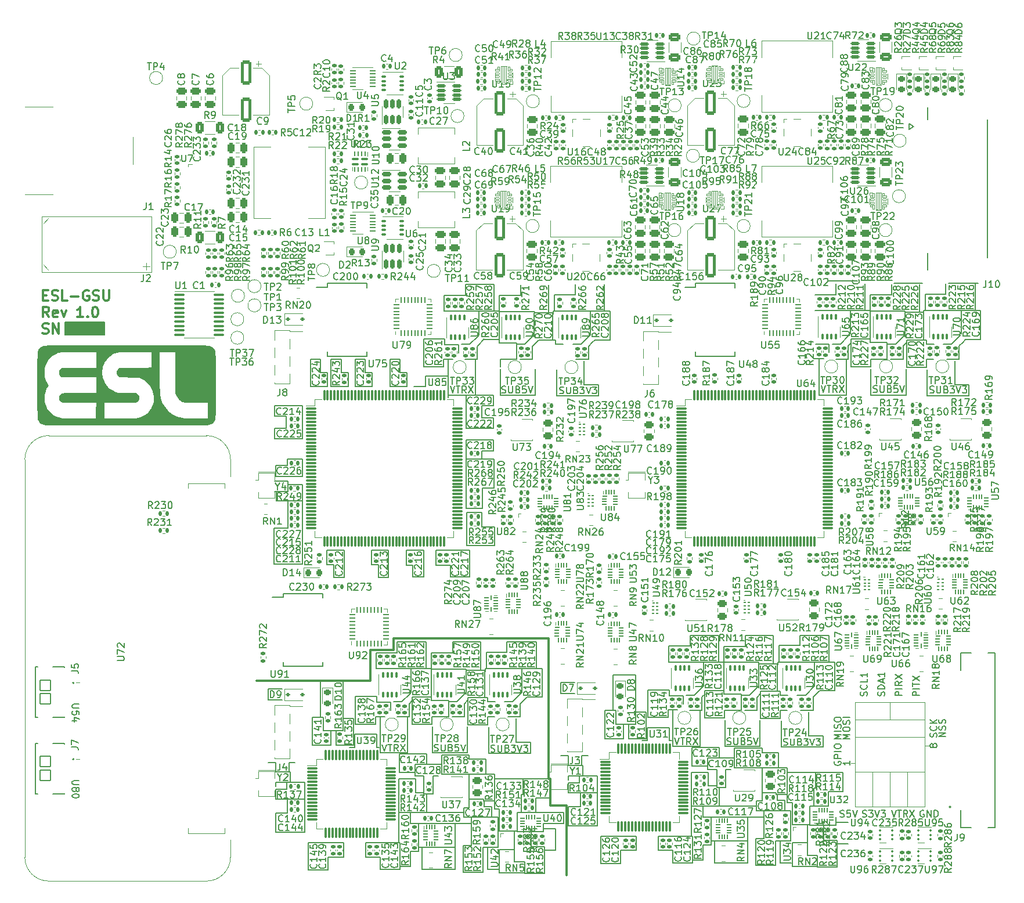
<source format=gbr>
%TF.GenerationSoftware,KiCad,Pcbnew,7.0.8*%
%TF.CreationDate,2024-02-27T00:27:54+02:00*%
%TF.ProjectId,ESLGSU,45534c47-5355-42e6-9b69-6361645f7063,rev?*%
%TF.SameCoordinates,Original*%
%TF.FileFunction,Legend,Top*%
%TF.FilePolarity,Positive*%
%FSLAX46Y46*%
G04 Gerber Fmt 4.6, Leading zero omitted, Abs format (unit mm)*
G04 Created by KiCad (PCBNEW 7.0.8) date 2024-02-27 00:27:54*
%MOMM*%
%LPD*%
G01*
G04 APERTURE LIST*
G04 Aperture macros list*
%AMRoundRect*
0 Rectangle with rounded corners*
0 $1 Rounding radius*
0 $2 $3 $4 $5 $6 $7 $8 $9 X,Y pos of 4 corners*
0 Add a 4 corners polygon primitive as box body*
4,1,4,$2,$3,$4,$5,$6,$7,$8,$9,$2,$3,0*
0 Add four circle primitives for the rounded corners*
1,1,$1+$1,$2,$3*
1,1,$1+$1,$4,$5*
1,1,$1+$1,$6,$7*
1,1,$1+$1,$8,$9*
0 Add four rect primitives between the rounded corners*
20,1,$1+$1,$2,$3,$4,$5,0*
20,1,$1+$1,$4,$5,$6,$7,0*
20,1,$1+$1,$6,$7,$8,$9,0*
20,1,$1+$1,$8,$9,$2,$3,0*%
%AMOutline5P*
0 Free polygon, 5 corners , with rotation*
0 The origin of the aperture is its center*
0 number of corners: always 5*
0 $1 to $10 corner X, Y*
0 $11 Rotation angle, in degrees counterclockwise*
0 create outline with 5 corners*
4,1,5,$1,$2,$3,$4,$5,$6,$7,$8,$9,$10,$1,$2,$11*%
%AMOutline6P*
0 Free polygon, 6 corners , with rotation*
0 The origin of the aperture is its center*
0 number of corners: always 6*
0 $1 to $12 corner X, Y*
0 $13 Rotation angle, in degrees counterclockwise*
0 create outline with 6 corners*
4,1,6,$1,$2,$3,$4,$5,$6,$7,$8,$9,$10,$11,$12,$1,$2,$13*%
%AMOutline7P*
0 Free polygon, 7 corners , with rotation*
0 The origin of the aperture is its center*
0 number of corners: always 7*
0 $1 to $14 corner X, Y*
0 $15 Rotation angle, in degrees counterclockwise*
0 create outline with 7 corners*
4,1,7,$1,$2,$3,$4,$5,$6,$7,$8,$9,$10,$11,$12,$13,$14,$1,$2,$15*%
%AMOutline8P*
0 Free polygon, 8 corners , with rotation*
0 The origin of the aperture is its center*
0 number of corners: always 8*
0 $1 to $16 corner X, Y*
0 $17 Rotation angle, in degrees counterclockwise*
0 create outline with 8 corners*
4,1,8,$1,$2,$3,$4,$5,$6,$7,$8,$9,$10,$11,$12,$13,$14,$15,$16,$1,$2,$17*%
G04 Aperture macros list end*
%ADD10C,0.150000*%
%ADD11C,0.300000*%
%ADD12C,0.120000*%
%ADD13C,0.127000*%
%ADD14C,0.200000*%
%ADD15C,0.010000*%
%ADD16RoundRect,0.140000X0.170000X-0.140000X0.170000X0.140000X-0.170000X0.140000X-0.170000X-0.140000X0*%
%ADD17RoundRect,0.140000X0.140000X0.170000X-0.140000X0.170000X-0.140000X-0.170000X0.140000X-0.170000X0*%
%ADD18RoundRect,0.050000X0.050000X-0.300000X0.050000X0.300000X-0.050000X0.300000X-0.050000X-0.300000X0*%
%ADD19RoundRect,0.050000X0.050000X-0.250000X0.050000X0.250000X-0.050000X0.250000X-0.050000X-0.250000X0*%
%ADD20RoundRect,0.050000X0.250000X0.050000X-0.250000X0.050000X-0.250000X-0.050000X0.250000X-0.050000X0*%
%ADD21RoundRect,0.050000X-0.250000X-0.050000X0.250000X-0.050000X0.250000X0.050000X-0.250000X0.050000X0*%
%ADD22RoundRect,0.050000X-0.050000X0.250000X-0.050000X-0.250000X0.050000X-0.250000X0.050000X0.250000X0*%
%ADD23RoundRect,0.140000X-0.170000X0.140000X-0.170000X-0.140000X0.170000X-0.140000X0.170000X0.140000X0*%
%ADD24R,0.400000X0.250000*%
%ADD25R,0.250000X0.450000*%
%ADD26R,0.650000X0.350000*%
%ADD27R,1.550000X2.400000*%
%ADD28R,3.000000X0.650000*%
%ADD29RoundRect,0.050000X-0.300000X-0.050000X0.300000X-0.050000X0.300000X0.050000X-0.300000X0.050000X0*%
%ADD30RoundRect,0.075000X-0.662500X-0.075000X0.662500X-0.075000X0.662500X0.075000X-0.662500X0.075000X0*%
%ADD31RoundRect,0.075000X-0.075000X-0.662500X0.075000X-0.662500X0.075000X0.662500X-0.075000X0.662500X0*%
%ADD32RoundRect,0.135000X-0.185000X0.135000X-0.185000X-0.135000X0.185000X-0.135000X0.185000X0.135000X0*%
%ADD33RoundRect,0.250000X0.475000X-0.250000X0.475000X0.250000X-0.475000X0.250000X-0.475000X-0.250000X0*%
%ADD34RoundRect,0.135000X0.185000X-0.135000X0.185000X0.135000X-0.185000X0.135000X-0.185000X-0.135000X0*%
%ADD35RoundRect,0.140000X-0.140000X-0.170000X0.140000X-0.170000X0.140000X0.170000X-0.140000X0.170000X0*%
%ADD36RoundRect,0.135000X-0.135000X-0.185000X0.135000X-0.185000X0.135000X0.185000X-0.135000X0.185000X0*%
%ADD37R,0.600000X0.500000*%
%ADD38C,1.500000*%
%ADD39RoundRect,0.050000X-0.125000X-0.050000X0.125000X-0.050000X0.125000X0.050000X-0.125000X0.050000X0*%
%ADD40RoundRect,0.050000X-0.100000X-0.050000X0.100000X-0.050000X0.100000X0.050000X-0.100000X0.050000X0*%
%ADD41RoundRect,0.135000X0.135000X0.185000X-0.135000X0.185000X-0.135000X-0.185000X0.135000X-0.185000X0*%
%ADD42RoundRect,0.250000X-0.475000X0.250000X-0.475000X-0.250000X0.475000X-0.250000X0.475000X0.250000X0*%
%ADD43R,0.500000X0.400000*%
%ADD44R,1.900000X0.400000*%
%ADD45C,5.000000*%
%ADD46RoundRect,0.100000X-0.637500X-0.100000X0.637500X-0.100000X0.637500X0.100000X-0.637500X0.100000X0*%
%ADD47R,0.500000X0.320000*%
%ADD48R,3.175000X4.950000*%
%ADD49RoundRect,0.250000X-0.250000X-0.475000X0.250000X-0.475000X0.250000X0.475000X-0.250000X0.475000X0*%
%ADD50RoundRect,0.250000X-0.312500X-0.625000X0.312500X-0.625000X0.312500X0.625000X-0.312500X0.625000X0*%
%ADD51Outline5P,-0.400000X0.125000X0.275000X0.125000X0.400000X0.000000X0.400000X-0.125000X-0.400000X-0.125000X0.000000*%
%ADD52R,0.700000X0.250000*%
%ADD53R,0.250000X0.700000*%
%ADD54R,0.250000X1.200000*%
%ADD55RoundRect,0.112500X-0.187500X-0.112500X0.187500X-0.112500X0.187500X0.112500X-0.187500X0.112500X0*%
%ADD56RoundRect,0.125000X0.537500X0.125000X-0.537500X0.125000X-0.537500X-0.125000X0.537500X-0.125000X0*%
%ADD57RoundRect,0.062500X0.062500X-0.375000X0.062500X0.375000X-0.062500X0.375000X-0.062500X-0.375000X0*%
%ADD58RoundRect,0.062500X0.375000X-0.062500X0.375000X0.062500X-0.375000X0.062500X-0.375000X-0.062500X0*%
%ADD59R,3.100000X3.100000*%
%ADD60R,1.750000X0.450000*%
%ADD61RoundRect,0.087500X-0.087500X0.337500X-0.087500X-0.337500X0.087500X-0.337500X0.087500X0.337500X0*%
%ADD62R,2.400000X1.650000*%
%ADD63RoundRect,0.250000X-0.450000X0.262500X-0.450000X-0.262500X0.450000X-0.262500X0.450000X0.262500X0*%
%ADD64RoundRect,0.250000X-0.550000X1.500000X-0.550000X-1.500000X0.550000X-1.500000X0.550000X1.500000X0*%
%ADD65RoundRect,0.218750X-0.256250X0.218750X-0.256250X-0.218750X0.256250X-0.218750X0.256250X0.218750X0*%
%ADD66RoundRect,0.050000X0.300000X0.050000X-0.300000X0.050000X-0.300000X-0.050000X0.300000X-0.050000X0*%
%ADD67RoundRect,0.097500X-0.227500X-0.097500X0.227500X-0.097500X0.227500X0.097500X-0.227500X0.097500X0*%
%ADD68R,2.340000X2.340000*%
%ADD69RoundRect,0.250000X0.625000X-0.312500X0.625000X0.312500X-0.625000X0.312500X-0.625000X-0.312500X0*%
%ADD70RoundRect,0.218750X-0.218750X-0.256250X0.218750X-0.256250X0.218750X0.256250X-0.218750X0.256250X0*%
%ADD71RoundRect,0.093750X0.093750X0.106250X-0.093750X0.106250X-0.093750X-0.106250X0.093750X-0.106250X0*%
%ADD72R,1.000000X1.600000*%
%ADD73RoundRect,0.050000X0.350000X0.050000X-0.350000X0.050000X-0.350000X-0.050000X0.350000X-0.050000X0*%
%ADD74R,1.700000X2.500000*%
%ADD75RoundRect,0.150000X-0.512500X-0.150000X0.512500X-0.150000X0.512500X0.150000X-0.512500X0.150000X0*%
%ADD76RoundRect,0.125000X-0.537500X-0.125000X0.537500X-0.125000X0.537500X0.125000X-0.537500X0.125000X0*%
%ADD77C,1.020000*%
%ADD78C,1.800000*%
%ADD79R,1.580000X1.020000*%
%ADD80RoundRect,0.009843X0.290157X0.140157X-0.290157X0.140157X-0.290157X-0.140157X0.290157X-0.140157X0*%
%ADD81RoundRect,0.008202X0.116798X0.316798X-0.116798X0.316798X-0.116798X-0.316798X0.116798X-0.316798X0*%
%ADD82RoundRect,0.008202X0.291798X0.116798X-0.291798X0.116798X-0.291798X-0.116798X0.291798X-0.116798X0*%
%ADD83RoundRect,0.009843X0.140157X1.190157X-0.140157X1.190157X-0.140157X-1.190157X0.140157X-1.190157X0*%
%ADD84R,1.903000X2.790000*%
%ADD85R,0.500000X0.250000*%
%ADD86R,0.500000X0.450000*%
%ADD87R,1.350000X0.400000*%
%ADD88O,1.004000X1.804000*%
%ADD89O,1.704000X0.954000*%
%ADD90RoundRect,0.102000X-0.775000X0.750000X-0.775000X-0.750000X0.775000X-0.750000X0.775000X0.750000X0*%
%ADD91RoundRect,0.075000X-0.700000X-0.075000X0.700000X-0.075000X0.700000X0.075000X-0.700000X0.075000X0*%
%ADD92RoundRect,0.075000X-0.075000X-0.700000X0.075000X-0.700000X0.075000X0.700000X-0.075000X0.700000X0*%
%ADD93RoundRect,0.250000X-0.625000X0.312500X-0.625000X-0.312500X0.625000X-0.312500X0.625000X0.312500X0*%
%ADD94R,0.900000X0.250000*%
%ADD95R,0.250000X0.900000*%
%ADD96R,2.300000X0.250000*%
%ADD97R,1.200000X0.300000*%
%ADD98RoundRect,0.250000X0.250000X0.475000X-0.250000X0.475000X-0.250000X-0.475000X0.250000X-0.475000X0*%
%ADD99RoundRect,0.009843X-0.290157X-0.140157X0.290157X-0.140157X0.290157X0.140157X-0.290157X0.140157X0*%
%ADD100RoundRect,0.008202X-0.116798X-0.316798X0.116798X-0.316798X0.116798X0.316798X-0.116798X0.316798X0*%
%ADD101RoundRect,0.008202X-0.291798X-0.116798X0.291798X-0.116798X0.291798X0.116798X-0.291798X0.116798X0*%
%ADD102RoundRect,0.009843X-0.140157X-1.190157X0.140157X-1.190157X0.140157X1.190157X-0.140157X1.190157X0*%
%ADD103RoundRect,0.150000X0.150000X-0.512500X0.150000X0.512500X-0.150000X0.512500X-0.150000X-0.512500X0*%
%ADD104R,4.950000X3.175000*%
%ADD105C,5.600000*%
%ADD106C,2.500000*%
%ADD107O,1.400000X2.800000*%
%ADD108O,2.600000X1.400000*%
%ADD109RoundRect,0.100000X-0.425000X-0.100000X0.425000X-0.100000X0.425000X0.100000X-0.425000X0.100000X0*%
%ADD110RoundRect,0.050000X-0.050000X-0.250000X0.050000X-0.250000X0.050000X0.250000X-0.050000X0.250000X0*%
G04 APERTURE END LIST*
D10*
X135130000Y-149480000D02*
X131030000Y-149480000D01*
X140530000Y-150180000D02*
X140530000Y-148780000D01*
X205139749Y-80735600D02*
X205139749Y-84535600D01*
X156757500Y-73930000D02*
X156757500Y-72430000D01*
X177811815Y-148530000D02*
X173711815Y-148530000D01*
X161057500Y-72430000D02*
X161057500Y-76330000D01*
X122930000Y-137580000D02*
X121930000Y-137580000D01*
X167311815Y-137130000D02*
X170511815Y-137130000D01*
X173911815Y-152930000D02*
X173911815Y-156830000D01*
X145730000Y-152180000D02*
X148330000Y-152180000D01*
X140899749Y-128735600D02*
X140899749Y-128535600D01*
X144957500Y-72430000D02*
X144957500Y-76330000D01*
X149430000Y-156680000D02*
X147930000Y-156680000D01*
X193811815Y-127530000D02*
X186511815Y-127530000D01*
X144957500Y-97930000D02*
X144957500Y-102130000D01*
X173711815Y-143630000D02*
X176211815Y-143630000D01*
X133930000Y-154580000D02*
X139230000Y-154580000D01*
X129757500Y-83380000D02*
X131257500Y-83380000D01*
X128330000Y-157780000D02*
X128330000Y-155980000D01*
X132730000Y-157380000D02*
X132730000Y-155180000D01*
X157511815Y-146630000D02*
X155811815Y-146630000D01*
X209089749Y-81135600D02*
X207989749Y-81135600D01*
X117830000Y-153880000D02*
X117830000Y-157880000D01*
X140857500Y-88630000D02*
X140857500Y-93430000D01*
X134657500Y-111230000D02*
X134657500Y-115130000D01*
X162711815Y-134630000D02*
X162711815Y-136630000D01*
X188411815Y-151230000D02*
X191011815Y-151230000D01*
X149330000Y-133080000D02*
X149730000Y-132680000D01*
X177711815Y-127530000D02*
X178411815Y-127530000D01*
X183111815Y-153330000D02*
X184311815Y-153330000D01*
X118157500Y-87380000D02*
X118157500Y-83380000D01*
X194820000Y-73980000D02*
X194820000Y-72380000D01*
X195011815Y-154030000D02*
X196611815Y-154030000D01*
X156907500Y-83380000D02*
X158707500Y-83380000D01*
X204889749Y-76335600D02*
X199789749Y-76335600D01*
X175411815Y-154230000D02*
X176611815Y-154230000D01*
X199889749Y-83335600D02*
X202289749Y-83335600D01*
X204889749Y-76535600D02*
X204889749Y-76335600D01*
X114857500Y-108030000D02*
X114857500Y-104030000D01*
X137657500Y-76130000D02*
X137657500Y-74030000D01*
X158957500Y-79830000D02*
X157607500Y-81180000D01*
X127157500Y-85280000D02*
X127157500Y-87380000D01*
X147680000Y-133330000D02*
X146480000Y-133330000D01*
X158707500Y-83380000D02*
X158707500Y-81480000D01*
X175011815Y-139830000D02*
X175011815Y-134530000D01*
X199020000Y-76280000D02*
X191720000Y-76280000D01*
X150827249Y-76585600D02*
X153527249Y-76585600D01*
X184011815Y-140130000D02*
X184011815Y-140730000D01*
X191811815Y-143630000D02*
X187811815Y-143630000D01*
X199789749Y-76335600D02*
X199789749Y-73930000D01*
X186111815Y-146630000D02*
X184011815Y-146630000D01*
X191811815Y-145930000D02*
X191811815Y-143630000D01*
X124430000Y-135780000D02*
X122930000Y-135780000D01*
X203489749Y-81135600D02*
X202289749Y-81135600D01*
X157711815Y-141230000D02*
X158611815Y-141230000D01*
X207989749Y-81135600D02*
X207989749Y-80535600D01*
X123057500Y-111230000D02*
X123057500Y-115230000D01*
X167111815Y-134830000D02*
X165611815Y-134830000D01*
X149730000Y-132680000D02*
X151930000Y-132680000D01*
X120657500Y-85280000D02*
X120657500Y-87380000D01*
X141149749Y-132735600D02*
X143999749Y-132735600D01*
X167311815Y-139030000D02*
X167311815Y-137130000D01*
X145827249Y-83385600D02*
X148227249Y-83385600D01*
X132157500Y-113430000D02*
X132157500Y-111230000D01*
X202789749Y-83335600D02*
X204589749Y-83335600D01*
X133057500Y-113430000D02*
X132157500Y-113430000D01*
X147930000Y-154880000D02*
X147930000Y-152180000D01*
X183531564Y-131035600D02*
X182181564Y-132385600D01*
X175511815Y-131030000D02*
X175511815Y-127630000D01*
X144130000Y-140880000D02*
X150230000Y-140880000D01*
X188211815Y-153630000D02*
X188211815Y-149230000D01*
X133930000Y-151080000D02*
X141630000Y-151080000D01*
X132730000Y-151080000D02*
X132730000Y-149480000D01*
X175311815Y-131230000D02*
X175511815Y-131030000D01*
X176611815Y-154230000D02*
X176611815Y-150130000D01*
X155811815Y-142630000D02*
X157711815Y-142630000D01*
X114757500Y-98830000D02*
X113157500Y-98830000D01*
X173511815Y-123630000D02*
X177711815Y-123630000D01*
X140530000Y-148780000D02*
X141330000Y-148780000D01*
X205139749Y-80535600D02*
X207989749Y-80535600D01*
X143330000Y-158080000D02*
X143330000Y-154580000D01*
X155811815Y-148630000D02*
X155811815Y-151430000D01*
X135899749Y-136635600D02*
X135899749Y-135535600D01*
X119657500Y-85280000D02*
X120657500Y-85280000D01*
X143430000Y-147580000D02*
X141330000Y-147580000D01*
X170411815Y-125230000D02*
X173511815Y-125230000D01*
X199020000Y-76280000D02*
X199720000Y-76280000D01*
X145727249Y-80985600D02*
X148227249Y-80985600D01*
X126157500Y-85280000D02*
X127157500Y-85280000D01*
X152130000Y-151080000D02*
X152130000Y-152280000D01*
X127830000Y-133380000D02*
X129830000Y-133380000D01*
X143157500Y-107830000D02*
X143157500Y-105730000D01*
X143157500Y-90130000D02*
X144857500Y-90130000D01*
X191461815Y-134580000D02*
X191461815Y-132680000D01*
X150827249Y-76385600D02*
X145727249Y-76385600D01*
X175681564Y-131685600D02*
X175681564Y-135685600D01*
X204839749Y-79785600D02*
X203489749Y-81135600D01*
X113130000Y-152380000D02*
X117330000Y-152380000D01*
X121557500Y-113330000D02*
X120557500Y-113330000D01*
X186511815Y-127530000D02*
X186311815Y-127530000D01*
X154711815Y-130530000D02*
X156711815Y-130530000D01*
X192320000Y-88580000D02*
X192320000Y-83280000D01*
X131480000Y-133330000D02*
X130280000Y-133330000D01*
X142527249Y-81430000D02*
X143527249Y-80430000D01*
X143157500Y-105730000D02*
X140957500Y-105730000D01*
X202289749Y-80935600D02*
X202289749Y-81135600D01*
X143330000Y-158080000D02*
X143330000Y-158180000D01*
X116957500Y-104030000D02*
X116957500Y-113230000D01*
X192320000Y-83280000D02*
X193020000Y-83280000D01*
X143999749Y-135535600D02*
X144999749Y-135535600D01*
X142557500Y-80030000D02*
X142757500Y-79830000D01*
X168911815Y-152930000D02*
X173911815Y-152930000D01*
X164611815Y-136630000D02*
X164611815Y-138730000D01*
X149030000Y-131980000D02*
X147680000Y-133330000D01*
X140957500Y-110530000D02*
X145057500Y-110530000D01*
X82345000Y-77980000D02*
X88145000Y-77980000D01*
X88145000Y-79780000D01*
X82345000Y-79780000D01*
X82345000Y-77980000D01*
G36*
X82345000Y-77980000D02*
G01*
X88145000Y-77980000D01*
X88145000Y-79780000D01*
X82345000Y-79780000D01*
X82345000Y-77980000D01*
G37*
X134657500Y-84430000D02*
X137557500Y-84430000D01*
X127057500Y-113330000D02*
X127057500Y-111230000D01*
X135130000Y-140980000D02*
X131130000Y-140980000D01*
X148227249Y-81185600D02*
X148227249Y-83385600D01*
X142507500Y-83380000D02*
X142507500Y-81480000D01*
X139230000Y-157780000D02*
X134430000Y-157780000D01*
X171011815Y-155030000D02*
X168911815Y-155030000D01*
X177411815Y-143230000D02*
X177411815Y-145830000D01*
X181581564Y-125285600D02*
X181581564Y-123685600D01*
X118157500Y-83380000D02*
X119657500Y-83380000D01*
X132580000Y-133630000D02*
X133030000Y-133180000D01*
X128330000Y-155980000D02*
X126230000Y-155980000D01*
X186811815Y-136130000D02*
X186811815Y-139930000D01*
X141630000Y-154280000D02*
X141630000Y-150180000D01*
X153930000Y-151880000D02*
X152130000Y-151880000D01*
X155811815Y-151430000D02*
X160011815Y-151430000D01*
X187711815Y-142930000D02*
X187711815Y-146830000D01*
X131230000Y-157380000D02*
X132730000Y-157380000D01*
X191011815Y-151330000D02*
X191011815Y-148530000D01*
X133930000Y-151080000D02*
X132730000Y-151080000D01*
X143530000Y-148680000D02*
X144630000Y-148680000D01*
X186681564Y-132385600D02*
X186681564Y-131785600D01*
X158057500Y-87130000D02*
X158057500Y-83630000D01*
X176211815Y-143630000D02*
X176211815Y-145630000D01*
X192911815Y-139930000D02*
X192911815Y-138330000D01*
X173511815Y-125230000D02*
X173511815Y-123630000D01*
X134657500Y-80430000D02*
X137757500Y-80430000D01*
X143730000Y-143880000D02*
X145030000Y-143880000D01*
X161857500Y-76330000D02*
X161057500Y-76330000D01*
X152881564Y-144560600D02*
X153181564Y-144560600D01*
X204889749Y-76535600D02*
X207589749Y-76535600D01*
X135930000Y-140780000D02*
X141030000Y-140780000D01*
X150330000Y-152280000D02*
X150330000Y-154480000D01*
X148227249Y-80985600D02*
X148227249Y-81185600D01*
X112857500Y-108030000D02*
X114857500Y-108030000D01*
X157911815Y-142630000D02*
X157711815Y-142630000D01*
X145030000Y-147780000D02*
X143530000Y-147780000D01*
X192411815Y-131730000D02*
X194611815Y-131730000D01*
X151030000Y-147380000D02*
X151030000Y-149480000D01*
X124730000Y-136580000D02*
X127630000Y-136580000D01*
X181911815Y-153630000D02*
X181911815Y-156830000D01*
X145857500Y-88630000D02*
X150957500Y-88630000D01*
X214220000Y-87080000D02*
X212120000Y-87080000D01*
D11*
X126881564Y-129860600D02*
X126881564Y-130260600D01*
D10*
X144957500Y-76330000D02*
X137657500Y-76330000D01*
X113157500Y-102630000D02*
X112957500Y-102630000D01*
X138899749Y-124635600D02*
X142999749Y-124635600D01*
X180981564Y-132385600D02*
X180981564Y-134585600D01*
X119630000Y-130380000D02*
X119630000Y-135580000D01*
X196989749Y-80435600D02*
X196989749Y-84435600D01*
X207620000Y-76280000D02*
X207620000Y-76680000D01*
X178611815Y-139830000D02*
X183711815Y-139830000D01*
X132330000Y-140780000D02*
X128330000Y-140780000D01*
X186111815Y-146830000D02*
X186111815Y-146630000D01*
X146830000Y-124580000D02*
X151130000Y-124580000D01*
X162711815Y-136630000D02*
X164611815Y-136630000D01*
X136030000Y-144180000D02*
X136830000Y-144180000D01*
X114830000Y-147580000D02*
X113130000Y-147580000D01*
X215120000Y-76280000D02*
X207820000Y-76280000D01*
X114730000Y-145080000D02*
X116930000Y-145080000D01*
X149030000Y-131980000D02*
X149030000Y-128480000D01*
X186011815Y-157130000D02*
X186011815Y-157230000D01*
D11*
X130281564Y-125760600D02*
X126881564Y-125760600D01*
X130281564Y-124060600D02*
X130281564Y-125760600D01*
D10*
X140899749Y-128535600D02*
X135799749Y-128535600D01*
X183581564Y-127585600D02*
X178481564Y-127585600D01*
X150527249Y-83385600D02*
X150527249Y-81485600D01*
X215920000Y-80480000D02*
X215920000Y-76280000D01*
X176611815Y-150130000D02*
X184311815Y-150130000D01*
X140707500Y-83380000D02*
X142507500Y-83380000D01*
X148780000Y-133630000D02*
X149330000Y-133080000D01*
X183711815Y-139830000D02*
X183711815Y-136030000D01*
X196320000Y-88580000D02*
X192320000Y-88580000D01*
X144130000Y-137080000D02*
X144130000Y-140880000D01*
X191711815Y-131030000D02*
X191711815Y-127530000D01*
X183531564Y-127785600D02*
X183531564Y-131285600D01*
X196611815Y-150930000D02*
X194811815Y-150930000D01*
X122930000Y-135780000D02*
X122930000Y-137580000D01*
X141057500Y-105130000D02*
X140857500Y-105130000D01*
X130780000Y-135530000D02*
X132580000Y-135530000D01*
X146980000Y-135530000D02*
X148780000Y-135530000D01*
X127730000Y-128480000D02*
X127730000Y-128280000D01*
X175681564Y-135685600D02*
X178581564Y-135685600D01*
X114857500Y-101630000D02*
X114857500Y-101130000D01*
X131230000Y-153880000D02*
X131230000Y-157780000D01*
X162311815Y-134630000D02*
X161111815Y-134630000D01*
X142257500Y-88630000D02*
X138257500Y-88630000D01*
X157411815Y-144230000D02*
X157411815Y-144130000D01*
X183211815Y-147830000D02*
X184011815Y-147830000D01*
X145530000Y-150180000D02*
X144630000Y-150180000D01*
X177411815Y-145830000D02*
X178711815Y-145830000D01*
X127630000Y-135480000D02*
X128330000Y-135480000D01*
X165611815Y-129430000D02*
X162311815Y-129430000D01*
X129830000Y-133380000D02*
X129830000Y-134580000D01*
X155130000Y-149480000D02*
X155130000Y-151080000D01*
X157411815Y-145130000D02*
X157411815Y-144230000D01*
X113130000Y-143580000D02*
X115030000Y-143580000D01*
X192111815Y-157330000D02*
X192111815Y-155730000D01*
X143830000Y-128480000D02*
X143830000Y-126080000D01*
X178581564Y-135685600D02*
X178581564Y-134585600D01*
X140430000Y-154280000D02*
X141630000Y-154280000D01*
X130830000Y-126180000D02*
X130830000Y-124580000D01*
X127730000Y-126180000D02*
X130830000Y-126180000D01*
X167411815Y-135630000D02*
X167411815Y-131630000D01*
X161857500Y-80530000D02*
X161857500Y-76330000D01*
X131130000Y-140980000D02*
X131130000Y-143680000D01*
X150777249Y-79835600D02*
X149427249Y-81185600D01*
X148330000Y-152280000D02*
X148330000Y-149480000D01*
X140599749Y-135535600D02*
X140599749Y-133635600D01*
X205189749Y-84535600D02*
X207989749Y-84535600D01*
X113157500Y-101130000D02*
X112957500Y-101130000D01*
X141030000Y-140780000D02*
X141030000Y-136980000D01*
X144857500Y-88630000D02*
X140857500Y-88630000D01*
X178581564Y-134585600D02*
X180981564Y-134585600D01*
X153927249Y-81185600D02*
X153927249Y-80585600D01*
X141330000Y-148780000D02*
X141330000Y-147580000D01*
X143330000Y-158180000D02*
X140430000Y-158180000D01*
X188211815Y-149230000D02*
X187311815Y-149230000D01*
X183581564Y-127785600D02*
X183581564Y-127585600D01*
X199889749Y-84435600D02*
X199889749Y-83335600D01*
X140757500Y-72430000D02*
X144957500Y-72430000D01*
X143999749Y-136735600D02*
X143999749Y-135535600D01*
X183211815Y-149230000D02*
X183211815Y-147830000D01*
X140857500Y-97930000D02*
X144957500Y-97930000D01*
X186681564Y-134585600D02*
X187681564Y-134585600D01*
X192111815Y-155730000D02*
X190611815Y-155730000D01*
X139230000Y-154580000D02*
X139230000Y-157780000D01*
X140857500Y-97930000D02*
X140857500Y-95130000D01*
X204589749Y-83335600D02*
X204589749Y-81435600D01*
X213120000Y-79630000D02*
X213120000Y-76280000D01*
X213320000Y-80880000D02*
X213720000Y-80480000D01*
X176111815Y-141530000D02*
X177811815Y-141530000D01*
X155027249Y-81185600D02*
X153927249Y-81185600D01*
X186411815Y-140730000D02*
X186411815Y-142930000D01*
X215120000Y-72380000D02*
X215120000Y-76280000D01*
D11*
X126881564Y-125760600D02*
X126881564Y-129860600D01*
D10*
X131030000Y-144580000D02*
X133530000Y-144580000D01*
D11*
X153181564Y-148460600D02*
X155481564Y-148460600D01*
D10*
X136457500Y-113430000D02*
X136457500Y-111230000D01*
X143157500Y-96730000D02*
X143157500Y-97930000D01*
X144030000Y-154580000D02*
X144030000Y-157780000D01*
X115230000Y-143580000D02*
X115030000Y-143580000D01*
X138557500Y-115130000D02*
X138557500Y-113430000D01*
X132730000Y-155180000D02*
X133930000Y-155180000D01*
X181911815Y-153630000D02*
X181911815Y-150130000D01*
X202289749Y-81135600D02*
X202289749Y-83335600D01*
X177811815Y-140030000D02*
X173811815Y-140030000D01*
X183281564Y-134585600D02*
X183281564Y-132685600D01*
X153130000Y-144580000D02*
X153130000Y-147380000D01*
X136457500Y-111230000D02*
X141357500Y-111230000D01*
X137557500Y-84430000D02*
X137557500Y-83330000D01*
X114857500Y-104030000D02*
X113157500Y-104030000D01*
X133530000Y-146580000D02*
X134730000Y-146580000D01*
X143730000Y-141680000D02*
X143730000Y-143880000D01*
X145730000Y-154880000D02*
X145730000Y-158280000D01*
X143530000Y-147780000D02*
X143430000Y-147780000D01*
X171011815Y-134530000D02*
X171711815Y-134530000D01*
X155811815Y-144730000D02*
X155811815Y-144130000D01*
X138799749Y-135535600D02*
X140599749Y-135535600D01*
X145030000Y-147780000D02*
X145030000Y-148980000D01*
X156711815Y-132130000D02*
X154711815Y-132130000D01*
X141330000Y-141080000D02*
X141330000Y-141680000D01*
X176611815Y-153630000D02*
X181911815Y-153630000D01*
X177811815Y-148530000D02*
X183211815Y-148530000D01*
X167411815Y-131630000D02*
X170511815Y-131630000D01*
X134430000Y-157780000D02*
X134430000Y-154580000D01*
X143830000Y-128480000D02*
X143630000Y-128480000D01*
X178611815Y-139830000D02*
X178611815Y-136030000D01*
X143830000Y-126080000D02*
X146830000Y-126080000D01*
X115230000Y-145080000D02*
X115230000Y-143580000D01*
X175411815Y-156430000D02*
X175411815Y-154230000D01*
X137330000Y-143880000D02*
X137330000Y-141080000D01*
X152330000Y-154980000D02*
X152330000Y-158380000D01*
X161111815Y-134630000D02*
X161111815Y-138730000D01*
X135130000Y-146780000D02*
X135130000Y-149480000D01*
X165611815Y-134830000D02*
X165611815Y-136630000D01*
X167111815Y-138730000D02*
X167111815Y-134830000D01*
D11*
X153181564Y-144560600D02*
X153181564Y-148460600D01*
D10*
X135130000Y-142480000D02*
X137330000Y-142480000D01*
X187311815Y-149230000D02*
X183211815Y-149230000D01*
X122657500Y-85280000D02*
X123657500Y-85280000D01*
X120730000Y-157880000D02*
X120730000Y-155980000D01*
X153757500Y-76330000D02*
X153757500Y-73930000D01*
D11*
X152881564Y-124060600D02*
X152881564Y-144560600D01*
D10*
X205020000Y-88580000D02*
X205020000Y-84780000D01*
X131030000Y-149480000D02*
X131030000Y-144580000D01*
X148930000Y-146880000D02*
X149130000Y-146880000D01*
X162311815Y-129430000D02*
X162311815Y-134630000D01*
X129557500Y-111230000D02*
X129557500Y-115230000D01*
X143157500Y-91930000D02*
X143157500Y-90130000D01*
X112957500Y-90130000D02*
X116957500Y-90130000D01*
X210820000Y-73880000D02*
X210820000Y-72380000D01*
X186411815Y-142930000D02*
X187711815Y-142930000D01*
X141330000Y-147580000D02*
X141330000Y-143880000D01*
X135130000Y-142480000D02*
X135130000Y-140980000D01*
X135030000Y-128480000D02*
X127730000Y-128480000D01*
X139230000Y-154580000D02*
X139230000Y-151080000D01*
X114830000Y-147580000D02*
X114830000Y-149580000D01*
X144857500Y-90130000D02*
X144857500Y-88630000D01*
X173711815Y-148530000D02*
X173711815Y-152930000D01*
X195011815Y-157430000D02*
X192111815Y-157430000D01*
X180011815Y-142930000D02*
X180011815Y-140130000D01*
X173811815Y-140030000D02*
X173811815Y-142730000D01*
X114830000Y-149580000D02*
X113130000Y-149580000D01*
X190811815Y-138330000D02*
X190811815Y-134830000D01*
X132630000Y-132180000D02*
X131480000Y-133330000D01*
X131257500Y-85280000D02*
X132257500Y-85280000D01*
X116930000Y-145080000D02*
X117330000Y-145080000D01*
X215920000Y-76280000D02*
X215120000Y-76280000D01*
X119630000Y-135580000D02*
X120030000Y-135580000D01*
X199789749Y-80435600D02*
X196989749Y-80435600D01*
X178711815Y-145830000D02*
X178711815Y-143230000D01*
X151130000Y-124580000D02*
X151130000Y-128480000D01*
X135799749Y-128535600D02*
X135799749Y-133135600D01*
X113157500Y-98830000D02*
X113107500Y-98830000D01*
X173711815Y-148530000D02*
X173711815Y-143630000D01*
X113130000Y-147580000D02*
X113130000Y-146080000D01*
X140599749Y-133635600D02*
X141149749Y-133085600D01*
X157411815Y-144130000D02*
X159611815Y-144130000D01*
X170411815Y-127530000D02*
X170411815Y-127330000D01*
X116957500Y-101630000D02*
X116957500Y-104030000D01*
X134957500Y-85830000D02*
X138257500Y-85830000D01*
X153557500Y-76330000D02*
X153557500Y-76730000D01*
X127730000Y-128280000D02*
X127730000Y-126180000D01*
X113157500Y-104030000D02*
X113157500Y-102630000D01*
X137657500Y-74030000D02*
X140757500Y-74030000D01*
X116957500Y-97930000D02*
X114757500Y-97930000D01*
X211220000Y-72255000D02*
X215520000Y-72255000D01*
X120657500Y-87380000D02*
X118157500Y-87380000D01*
X173911815Y-156430000D02*
X175411815Y-156430000D01*
X189661815Y-134580000D02*
X191461815Y-134580000D01*
X121930000Y-137580000D02*
X121930000Y-139680000D01*
X124630000Y-139980000D02*
X124630000Y-138080000D01*
X183831564Y-131785600D02*
X186681564Y-131785600D01*
X144630000Y-150180000D02*
X140530000Y-150180000D01*
X196570000Y-81430000D02*
X197020000Y-80980000D01*
X165611815Y-136630000D02*
X164611815Y-136630000D01*
X196620000Y-79980000D02*
X196820000Y-79780000D01*
D11*
X155481564Y-148460600D02*
X155481564Y-158660600D01*
D10*
X157711815Y-142630000D02*
X157711815Y-141230000D01*
X155811815Y-141330000D02*
X155811815Y-142630000D01*
X142557500Y-80030000D02*
X141407500Y-81180000D01*
D11*
X126881564Y-130260600D02*
X110281564Y-130260600D01*
D10*
X204839749Y-76535600D02*
X204839749Y-80035600D01*
X138257500Y-88630000D02*
X138257500Y-83330000D01*
X183281564Y-132685600D02*
X183831564Y-132135600D01*
X196320000Y-88580000D02*
X196320000Y-83280000D01*
X155811815Y-141230000D02*
X154711815Y-141230000D01*
X115030000Y-142180000D02*
X115930000Y-142180000D01*
X175411815Y-150130000D02*
X175411815Y-148530000D01*
X188411815Y-153930000D02*
X188411815Y-157330000D01*
X186311815Y-127530000D02*
X186311815Y-127930000D01*
X132580000Y-135530000D02*
X132580000Y-133630000D01*
X184011815Y-146630000D02*
X184011815Y-142930000D01*
X160157500Y-88730000D02*
X160157500Y-87130000D01*
X150957500Y-88630000D02*
X150957500Y-84830000D01*
X186011815Y-157130000D02*
X186011815Y-153630000D01*
X140857500Y-93430000D02*
X144857500Y-93430000D01*
X121157500Y-83380000D02*
X122657500Y-83380000D01*
X113130000Y-145680000D02*
X113130000Y-145080000D01*
X188411815Y-157330000D02*
X192111815Y-157330000D01*
X116957500Y-113230000D02*
X112857500Y-113230000D01*
X113130000Y-145080000D02*
X115230000Y-145080000D01*
X187311815Y-147730000D02*
X187311815Y-149230000D01*
X145827249Y-84485600D02*
X145827249Y-83385600D01*
X159257500Y-80930000D02*
X159657500Y-80530000D01*
X124730000Y-136580000D02*
X124730000Y-132580000D01*
X140857500Y-105130000D02*
X140857500Y-97930000D01*
X134730000Y-146780000D02*
X136030000Y-146780000D01*
X123030000Y-155980000D02*
X123030000Y-153880000D01*
X207820000Y-76280000D02*
X207820000Y-73880000D01*
X114657500Y-91630000D02*
X112957500Y-91630000D01*
X140857500Y-95130000D02*
X144857500Y-95130000D01*
X155811815Y-146630000D02*
X155811815Y-145130000D01*
X194611815Y-131730000D02*
X194611815Y-127530000D01*
X166511815Y-139030000D02*
X167311815Y-139030000D01*
X120730000Y-155980000D02*
X123030000Y-155980000D01*
X157511815Y-146630000D02*
X157511815Y-148630000D01*
X114657500Y-93430000D02*
X114657500Y-91630000D01*
X182181564Y-132385600D02*
X180981564Y-132385600D01*
X183831564Y-131985600D02*
X183831564Y-131785600D01*
X137330000Y-141080000D02*
X141330000Y-141080000D01*
X186681564Y-135785600D02*
X186681564Y-134585600D01*
X178481564Y-131685600D02*
X175681564Y-131685600D01*
X123057500Y-115230000D02*
X121557500Y-115230000D01*
X128057500Y-113330000D02*
X127057500Y-113330000D01*
X186211815Y-146830000D02*
X186211815Y-147730000D01*
X196989749Y-84435600D02*
X199889749Y-84435600D01*
X152130000Y-152280000D02*
X148330000Y-152280000D01*
X205139749Y-80735600D02*
X205139749Y-80535600D01*
X181481564Y-134585600D02*
X183281564Y-134585600D01*
X132999749Y-132635600D02*
X132999749Y-136635600D01*
X160011815Y-146630000D02*
X157511815Y-146630000D01*
X187711815Y-148030000D02*
X188411815Y-148030000D01*
X138257500Y-83330000D02*
X138957500Y-83330000D01*
X140430000Y-158180000D02*
X140430000Y-154280000D01*
X196570000Y-83330000D02*
X196570000Y-81430000D01*
X161111815Y-138730000D02*
X163811815Y-138730000D01*
X141149749Y-132935600D02*
X141149749Y-136735600D01*
X181581564Y-123685600D02*
X185681564Y-123685600D01*
X150230000Y-140880000D02*
X150230000Y-139280000D01*
X163811815Y-138730000D02*
X163811815Y-136630000D01*
X187711815Y-146830000D02*
X187711815Y-148030000D01*
X114857500Y-104030000D02*
X116957500Y-104030000D01*
X130830000Y-124580000D02*
X135030000Y-124580000D01*
X112957500Y-91630000D02*
X112957500Y-90130000D01*
X193820000Y-81180000D02*
X193820000Y-82380000D01*
X145030000Y-148980000D02*
X145730000Y-148980000D01*
X173461815Y-134580000D02*
X175261815Y-134580000D01*
X157911815Y-144130000D02*
X157911815Y-142630000D01*
X150230000Y-139280000D02*
X148130000Y-139280000D01*
X152927249Y-72485600D02*
X152927249Y-76585600D01*
X172511815Y-132430000D02*
X172511815Y-133630000D01*
X137757500Y-81230000D02*
X139757500Y-81230000D01*
X192011815Y-132130000D02*
X192411815Y-131730000D01*
X185681564Y-123685600D02*
X185681564Y-127785600D01*
X191011815Y-148530000D02*
X191611815Y-148530000D01*
X131130000Y-143680000D02*
X133430000Y-143680000D01*
X138299749Y-133335600D02*
X138299749Y-135535600D01*
X120557500Y-111230000D02*
X123057500Y-111230000D01*
X143599749Y-128735600D02*
X143599749Y-132735600D01*
X132330000Y-140780000D02*
X132330000Y-135480000D01*
X154057500Y-84930000D02*
X154057500Y-88730000D01*
X132999749Y-136635600D02*
X135899749Y-136635600D01*
X191620000Y-83280000D02*
X192320000Y-83280000D01*
X144857500Y-91930000D02*
X143157500Y-91930000D01*
X147930000Y-156680000D02*
X147930000Y-154880000D01*
X151930000Y-132680000D02*
X151930000Y-128480000D01*
X178481564Y-127585600D02*
X178481564Y-125285600D01*
X137757500Y-80430000D02*
X137757500Y-81230000D01*
X126230000Y-155980000D02*
X126230000Y-153880000D01*
X190361815Y-132380000D02*
X189161815Y-132380000D01*
X145727249Y-76385600D02*
X145727249Y-74085600D01*
X191461815Y-132680000D02*
X192011815Y-132130000D01*
X123830000Y-139980000D02*
X124630000Y-139980000D01*
X186511815Y-125130000D02*
X189511815Y-125130000D01*
X124657500Y-83380000D02*
X126157500Y-83380000D01*
X143999749Y-133335600D02*
X143999749Y-132735600D01*
X122657500Y-83380000D02*
X122657500Y-85280000D01*
X129757500Y-87380000D02*
X129757500Y-83380000D01*
X178481564Y-127585600D02*
X178481564Y-132185600D01*
X133530000Y-144580000D02*
X133530000Y-146580000D01*
X160011815Y-151430000D02*
X160011815Y-146630000D01*
X178711815Y-143230000D02*
X179511815Y-143230000D01*
X176211815Y-145630000D02*
X177411815Y-145630000D01*
X137557500Y-83330000D02*
X138257500Y-83330000D01*
X184311815Y-153330000D02*
X184311815Y-149230000D01*
X193811815Y-123630000D02*
X193811815Y-127530000D01*
X112957500Y-94930000D02*
X112957500Y-93430000D01*
X199789749Y-80935600D02*
X202289749Y-80935600D01*
X117330000Y-145080000D02*
X117330000Y-147580000D01*
X180011815Y-140130000D02*
X184011815Y-140130000D01*
X128057500Y-115230000D02*
X128057500Y-113330000D01*
X199789749Y-73930000D02*
X202889749Y-73930000D01*
X204589749Y-81435600D02*
X205139749Y-80885600D01*
X151130000Y-128480000D02*
X143830000Y-128480000D01*
X140849749Y-131985600D02*
X139499749Y-133335600D01*
X129557500Y-115230000D02*
X128057500Y-115230000D01*
X114857500Y-102630000D02*
X114857500Y-101630000D01*
X128330000Y-140780000D02*
X128330000Y-135480000D01*
X183111815Y-157230000D02*
X183111815Y-153330000D01*
X148827249Y-74085600D02*
X148827249Y-72485600D01*
X112030000Y-131480000D02*
X114030000Y-131480000D01*
X133930000Y-155180000D02*
X133930000Y-151080000D01*
X193011815Y-153530000D02*
X195011815Y-153530000D01*
X189511815Y-125130000D02*
X189511815Y-123630000D01*
X191720000Y-73980000D02*
X194820000Y-73980000D01*
X170311815Y-135630000D02*
X170311815Y-134530000D01*
X191711815Y-131030000D02*
X190361815Y-132380000D01*
X160511815Y-156930000D02*
X163411815Y-156930000D01*
X207820000Y-73880000D02*
X210820000Y-73880000D01*
X210970000Y-83330000D02*
X212770000Y-83330000D01*
X122930000Y-130380000D02*
X119630000Y-130380000D01*
X151030000Y-149480000D02*
X148930000Y-149480000D01*
X195811815Y-146430000D02*
X193711815Y-146430000D01*
D11*
X152881564Y-124060600D02*
X130481564Y-124060600D01*
D10*
X137657500Y-76330000D02*
X137657500Y-76130000D01*
X199920000Y-88580000D02*
X205020000Y-88580000D01*
X207820000Y-76280000D02*
X207620000Y-76280000D01*
X153930000Y-154980000D02*
X153930000Y-151880000D01*
X186211815Y-147730000D02*
X187311815Y-147730000D01*
X127830000Y-132580000D02*
X127830000Y-133380000D01*
X113157500Y-102630000D02*
X114857500Y-102630000D01*
X160511815Y-152930000D02*
X160511815Y-156930000D01*
X118430000Y-135580000D02*
X118430000Y-139680000D01*
X148727249Y-83385600D02*
X150527249Y-83385600D01*
X171011815Y-156830000D02*
X171011815Y-155030000D01*
X147930000Y-154880000D02*
X145730000Y-154880000D01*
X135799749Y-128535600D02*
X135799749Y-126235600D01*
X126157500Y-83380000D02*
X126157500Y-85280000D01*
X132257500Y-85280000D02*
X132257500Y-87380000D01*
X133430000Y-144180000D02*
X134730000Y-144180000D01*
X155811815Y-144130000D02*
X157911815Y-144130000D01*
X165711815Y-152930000D02*
X160511815Y-152930000D01*
X114857500Y-101630000D02*
X116957500Y-101630000D01*
X157607500Y-81180000D02*
X156407500Y-81180000D01*
X113130000Y-149580000D02*
X113130000Y-152380000D01*
X194770000Y-83330000D02*
X196570000Y-83330000D01*
X192911815Y-138330000D02*
X190811815Y-138330000D01*
X114730000Y-146080000D02*
X114730000Y-145180000D01*
X132157500Y-111230000D02*
X134657500Y-111230000D01*
X193711815Y-146430000D02*
X193711815Y-148530000D01*
X191611815Y-145930000D02*
X191811815Y-145930000D01*
X112957500Y-93430000D02*
X114657500Y-93430000D01*
X186011815Y-157230000D02*
X183111815Y-157230000D01*
X163411815Y-155030000D02*
X165711815Y-155030000D01*
X145727249Y-76385600D02*
X145727249Y-80985600D01*
X138257500Y-85830000D02*
X138257500Y-88930000D01*
X148780000Y-135530000D02*
X148780000Y-133630000D01*
X134730000Y-144180000D02*
X134730000Y-146780000D01*
X140957500Y-105730000D02*
X140957500Y-110530000D01*
X144957500Y-76330000D02*
X145657500Y-76330000D01*
X195011815Y-153530000D02*
X195011815Y-154030000D01*
X176111815Y-143230000D02*
X177411815Y-143230000D01*
X178481564Y-125285600D02*
X181581564Y-125285600D01*
X127830000Y-139980000D02*
X128130000Y-139980000D01*
X159657500Y-80530000D02*
X161857500Y-80530000D01*
X145730000Y-158280000D02*
X149430000Y-158280000D01*
X151427249Y-80585600D02*
X153927249Y-80585600D01*
X155811815Y-141330000D02*
X155811815Y-141230000D01*
X186411815Y-142930000D02*
X180011815Y-142930000D01*
X214220000Y-88680000D02*
X214220000Y-87080000D01*
X135799749Y-126235600D02*
X138899749Y-126235600D01*
X138899749Y-126235600D02*
X138899749Y-124635600D01*
X175311815Y-131230000D02*
X174161815Y-132380000D01*
X138557500Y-113430000D02*
X136457500Y-113430000D01*
X141149749Y-132935600D02*
X141149749Y-132735600D01*
X127057500Y-111230000D02*
X129557500Y-111230000D01*
X188411815Y-148030000D02*
X188411815Y-151230000D01*
X174161815Y-132380000D02*
X172961815Y-132380000D01*
X141407500Y-81180000D02*
X140207500Y-81180000D01*
X192111815Y-157430000D02*
X192111815Y-157330000D01*
X196620000Y-79980000D02*
X195470000Y-81130000D01*
X145057500Y-110530000D02*
X145057500Y-107830000D01*
X122930000Y-135780000D02*
X122930000Y-130380000D01*
X117330000Y-147580000D02*
X114830000Y-147580000D01*
X213020000Y-79780000D02*
X211670000Y-81130000D01*
X165711815Y-155030000D02*
X165711815Y-152930000D01*
X114857500Y-101130000D02*
X113157500Y-101130000D01*
X118430000Y-139680000D02*
X121130000Y-139680000D01*
X144630000Y-148680000D02*
X144630000Y-150180000D01*
X199020000Y-72380000D02*
X199020000Y-76280000D01*
X124630000Y-138080000D02*
X127830000Y-138080000D01*
X154057500Y-88730000D02*
X160157500Y-88730000D01*
X191820000Y-81180000D02*
X193820000Y-81180000D01*
X133057500Y-115130000D02*
X133057500Y-113430000D01*
X155130000Y-151080000D02*
X152130000Y-151080000D01*
X175011815Y-139830000D02*
X171011815Y-139830000D01*
X115030000Y-143580000D02*
X115030000Y-142180000D01*
X141357500Y-111230000D02*
X141357500Y-115130000D01*
X114757500Y-97930000D02*
X114757500Y-98830000D01*
X186811815Y-139930000D02*
X192911815Y-139930000D01*
X142257500Y-88630000D02*
X142257500Y-83330000D01*
X180981564Y-132185600D02*
X180981564Y-132385600D01*
X135899749Y-135535600D02*
X138299749Y-135535600D01*
X143257500Y-105130000D02*
X141057500Y-105130000D01*
X149130000Y-146880000D02*
X149130000Y-144580000D01*
X143730000Y-143880000D02*
X137330000Y-143880000D01*
X149427249Y-81185600D02*
X148227249Y-81185600D01*
X142999749Y-124635600D02*
X142999749Y-128735600D01*
X186011815Y-153630000D02*
X188211815Y-153630000D01*
X186711815Y-153630000D02*
X186711815Y-156830000D01*
X211670000Y-81130000D02*
X210470000Y-81130000D01*
X136030000Y-146780000D02*
X136030000Y-144180000D01*
X186281564Y-127785600D02*
X186281564Y-131785600D01*
X212770000Y-81430000D02*
X213320000Y-80880000D01*
X121930000Y-139680000D02*
X124430000Y-139680000D01*
X153527249Y-76585600D02*
X153527249Y-80585600D01*
X133430000Y-142480000D02*
X135130000Y-142480000D01*
X142757500Y-79830000D02*
X142757500Y-76430000D01*
X176611815Y-150130000D02*
X175411815Y-150130000D01*
X193711815Y-148530000D02*
X191611815Y-148530000D01*
X121130000Y-139680000D02*
X121130000Y-137580000D01*
X153130000Y-147380000D02*
X151030000Y-147380000D01*
X160011815Y-144130000D02*
X160011815Y-146630000D01*
X143257500Y-102130000D02*
X143257500Y-105130000D01*
X113130000Y-146080000D02*
X114730000Y-146080000D01*
X193011815Y-151330000D02*
X193011815Y-153530000D01*
X208120000Y-88680000D02*
X214220000Y-88680000D01*
X144957500Y-102130000D02*
X143257500Y-102130000D01*
X149430000Y-158380000D02*
X149430000Y-158280000D01*
X151930000Y-128480000D02*
X151130000Y-128480000D01*
X190611815Y-153930000D02*
X190611815Y-151230000D01*
X173811815Y-142730000D02*
X176111815Y-142730000D01*
X177711815Y-123630000D02*
X177711815Y-127530000D01*
X212120000Y-87080000D02*
X212120000Y-83580000D01*
X165611815Y-134830000D02*
X165611815Y-129430000D01*
X187781564Y-132385600D02*
X186681564Y-132385600D01*
X112030000Y-133080000D02*
X112030000Y-131480000D01*
X171011815Y-139830000D02*
X171011815Y-134530000D01*
X194811815Y-151330000D02*
X191011815Y-151330000D01*
X186211815Y-146830000D02*
X186111815Y-146830000D01*
X208120000Y-84880000D02*
X208120000Y-88680000D01*
X162311815Y-134630000D02*
X162711815Y-134630000D01*
X153757500Y-76330000D02*
X153557500Y-76330000D01*
X145530000Y-154580000D02*
X145530000Y-150180000D01*
X194811815Y-150130000D02*
X194811815Y-151330000D01*
X140899749Y-128735600D02*
X143599749Y-128735600D01*
X199920000Y-88580000D02*
X199920000Y-84780000D01*
X176111815Y-142730000D02*
X176111815Y-141530000D01*
X154711815Y-132130000D02*
X154711815Y-130530000D01*
X168911815Y-155030000D02*
X168911815Y-152930000D01*
X143530000Y-147780000D02*
X143530000Y-148680000D01*
X213720000Y-80480000D02*
X215920000Y-80480000D01*
X131257500Y-83380000D02*
X131257500Y-85280000D01*
X177111815Y-156830000D02*
X177111815Y-153630000D01*
X207989749Y-84535600D02*
X207989749Y-83335600D01*
X148130000Y-139280000D02*
X148130000Y-135780000D01*
X121557500Y-115230000D02*
X121557500Y-113330000D01*
X133257500Y-87330000D02*
X134957500Y-87330000D01*
X135030000Y-124580000D02*
X135030000Y-128480000D01*
X135799749Y-133135600D02*
X138299749Y-133135600D01*
X161057500Y-76330000D02*
X153757500Y-76330000D01*
X195470000Y-81130000D02*
X194270000Y-81130000D01*
X203289749Y-72310600D02*
X207389749Y-72310600D01*
X178481564Y-132185600D02*
X180981564Y-132185600D01*
X170511815Y-131630000D02*
X170511815Y-132430000D01*
X116957500Y-100430000D02*
X116957500Y-97930000D01*
X128330000Y-135480000D02*
X129030000Y-135480000D01*
X133430000Y-143680000D02*
X133430000Y-142480000D01*
X149130000Y-144580000D02*
X153130000Y-144580000D01*
X138299749Y-133135600D02*
X138299749Y-133335600D01*
X114730000Y-145180000D02*
X114730000Y-145080000D01*
X152330000Y-154980000D02*
X153930000Y-154980000D01*
X117330000Y-152380000D02*
X117330000Y-147580000D01*
X145099749Y-133335600D02*
X143999749Y-133335600D01*
X140849749Y-128735600D02*
X140849749Y-132235600D01*
X127157500Y-87380000D02*
X124657500Y-87380000D01*
X117830000Y-157880000D02*
X120730000Y-157880000D01*
X202889749Y-73930000D02*
X202889749Y-72435600D01*
X148930000Y-149480000D02*
X148930000Y-146880000D01*
X183881564Y-135785600D02*
X186681564Y-135785600D01*
X199789749Y-76335600D02*
X199789749Y-80935600D01*
X153757500Y-73930000D02*
X156757500Y-73930000D01*
X119657500Y-83380000D02*
X119657500Y-85280000D01*
X145030000Y-143880000D02*
X145030000Y-147780000D01*
X127630000Y-136580000D02*
X127630000Y-135480000D01*
X167411815Y-135630000D02*
X170311815Y-135630000D01*
X123657500Y-87380000D02*
X121157500Y-87380000D01*
X181911815Y-156830000D02*
X177111815Y-156830000D01*
X123030000Y-153880000D02*
X117830000Y-153880000D01*
X206989749Y-72435600D02*
X206989749Y-76535600D01*
X191611815Y-148530000D02*
X191611815Y-145930000D01*
X113107500Y-98830000D02*
X113107500Y-100430000D01*
X141330000Y-141680000D02*
X143730000Y-141680000D01*
X191811815Y-143630000D02*
X195811815Y-143630000D01*
X158707500Y-81480000D02*
X159257500Y-80930000D01*
X170511815Y-139030000D02*
X170811815Y-139030000D01*
X190611815Y-155730000D02*
X190611815Y-153930000D01*
X150330000Y-154480000D02*
X152330000Y-154480000D01*
X195011815Y-154030000D02*
X195011815Y-157430000D01*
X143630000Y-128480000D02*
X143630000Y-128880000D01*
X157511815Y-148630000D02*
X155811815Y-148630000D01*
X196920000Y-79630000D02*
X196920000Y-76230000D01*
X207989749Y-83335600D02*
X208989749Y-83335600D01*
X144030000Y-157780000D02*
X145630000Y-157780000D01*
X131230000Y-157780000D02*
X128330000Y-157780000D01*
X194611815Y-127530000D02*
X193811815Y-127530000D01*
X132630000Y-132180000D02*
X132830000Y-131980000D01*
X141357500Y-115130000D02*
X138557500Y-115130000D01*
X150777249Y-76585600D02*
X150777249Y-80085600D01*
X158957500Y-79830000D02*
X158957500Y-76330000D01*
X175261815Y-132680000D02*
X175711815Y-132230000D01*
X152330000Y-158380000D02*
X149430000Y-158380000D01*
X112857500Y-113230000D02*
X112857500Y-108030000D01*
X212770000Y-83330000D02*
X212770000Y-81430000D01*
X164611815Y-138730000D02*
X167111815Y-138730000D01*
X173911815Y-156830000D02*
X171011815Y-156830000D01*
X193720000Y-71905000D02*
X197920000Y-71905000D01*
X149130000Y-144580000D02*
X145130000Y-144580000D01*
X163411815Y-156930000D02*
X163411815Y-155030000D01*
X145730000Y-148980000D02*
X145730000Y-152180000D01*
X124430000Y-139680000D02*
X124430000Y-135780000D01*
X134657500Y-115130000D02*
X133057500Y-115130000D01*
X119630000Y-135580000D02*
X118430000Y-135580000D01*
X114030000Y-133080000D02*
X112030000Y-133080000D01*
X159611815Y-144130000D02*
X160011815Y-144130000D01*
X135799749Y-132635600D02*
X132999749Y-132635600D01*
X177811815Y-141530000D02*
X180011815Y-141530000D01*
X121157500Y-87380000D02*
X121157500Y-83380000D01*
X177811815Y-141530000D02*
X177811815Y-140030000D01*
X176111815Y-142730000D02*
X176111815Y-143230000D01*
X116957500Y-90130000D02*
X116957500Y-94930000D01*
X144857500Y-96730000D02*
X143157500Y-96730000D01*
X144857500Y-93430000D02*
X144857500Y-91930000D01*
X127830000Y-138080000D02*
X127830000Y-139980000D01*
X177811815Y-145830000D02*
X177811815Y-148530000D01*
X189511815Y-123630000D02*
X193811815Y-123630000D01*
X184011815Y-140730000D02*
X186411815Y-140730000D01*
X150827249Y-76585600D02*
X150827249Y-76385600D01*
X140757500Y-74030000D02*
X140757500Y-72430000D01*
X145727249Y-74085600D02*
X148827249Y-74085600D01*
X155811815Y-145130000D02*
X157411815Y-145130000D01*
X145727249Y-80485600D02*
X143427249Y-80485600D01*
X160157500Y-87130000D02*
X158057500Y-87130000D01*
X177711815Y-127530000D02*
X170411815Y-127530000D01*
X170411815Y-127330000D02*
X170411815Y-125230000D01*
X190611815Y-153930000D02*
X188411815Y-153930000D01*
X113130000Y-142180000D02*
X112030000Y-142180000D01*
X133430000Y-143680000D02*
X133430000Y-144180000D01*
X124730000Y-132580000D02*
X127830000Y-132580000D01*
X151030000Y-149480000D02*
X155130000Y-149480000D01*
X143330000Y-154580000D02*
X145530000Y-154580000D01*
X149430000Y-158280000D02*
X149430000Y-156680000D01*
X134957500Y-87330000D02*
X134957500Y-85830000D01*
X143430000Y-147780000D02*
X143430000Y-147580000D01*
X113130000Y-142280000D02*
X113130000Y-142180000D01*
X139499749Y-133335600D02*
X138299749Y-133335600D01*
X146830000Y-126080000D02*
X146830000Y-124580000D01*
X120030000Y-137580000D02*
X121930000Y-137580000D01*
X126230000Y-153880000D02*
X131230000Y-153880000D01*
X134657500Y-84430000D02*
X134657500Y-80430000D01*
X195811815Y-143630000D02*
X195811815Y-146430000D01*
X175261815Y-134580000D02*
X175261815Y-132680000D01*
X183581564Y-127785600D02*
X186281564Y-127785600D01*
X152330000Y-154480000D02*
X152330000Y-154980000D01*
X144857500Y-95130000D02*
X144857500Y-96730000D01*
X116957500Y-94930000D02*
X112957500Y-94930000D01*
X184011815Y-147830000D02*
X184011815Y-146630000D01*
X183831564Y-131985600D02*
X183831564Y-135785600D01*
X170311815Y-134530000D02*
X171011815Y-134530000D01*
X135130000Y-149480000D02*
X140530000Y-149480000D01*
X120557500Y-113330000D02*
X120557500Y-111230000D01*
X145857500Y-88630000D02*
X145857500Y-84830000D01*
X123657500Y-85280000D02*
X123657500Y-87380000D01*
X139757500Y-81230000D02*
X139757500Y-82430000D01*
X207589749Y-76535600D02*
X207589749Y-80535600D01*
X131030000Y-149480000D02*
X131030000Y-153880000D01*
X170511815Y-137130000D02*
X170511815Y-139030000D01*
X186711815Y-156830000D02*
X188311815Y-156830000D01*
X150527249Y-81485600D02*
X151427249Y-80585600D01*
X135930000Y-140780000D02*
X135930000Y-136980000D01*
X113130000Y-142280000D02*
X113130000Y-143580000D01*
X130481564Y-124060600D02*
X130281564Y-124060600D01*
X145057500Y-107830000D02*
X143157500Y-107830000D01*
X113107500Y-100430000D02*
X116957500Y-100430000D01*
X170511815Y-132430000D02*
X172511815Y-132430000D01*
X141199749Y-136735600D02*
X143999749Y-136735600D01*
X148330000Y-149480000D02*
X148930000Y-149480000D01*
X132257500Y-87380000D02*
X129757500Y-87380000D01*
X186511815Y-127530000D02*
X186511815Y-125130000D01*
X187711815Y-146830000D02*
X186211815Y-146830000D01*
X120030000Y-135580000D02*
X120030000Y-137580000D01*
X132830000Y-131980000D02*
X132830000Y-128580000D01*
X124657500Y-87380000D02*
X124657500Y-83380000D01*
X135030000Y-128480000D02*
X135730000Y-128480000D01*
X128623922Y-139555419D02*
X128957255Y-140555419D01*
X128957255Y-140555419D02*
X129290588Y-139555419D01*
X129481065Y-139555419D02*
X130052493Y-139555419D01*
X129766779Y-140555419D02*
X129766779Y-139555419D01*
X130957255Y-140555419D02*
X130623922Y-140079228D01*
X130385827Y-140555419D02*
X130385827Y-139555419D01*
X130385827Y-139555419D02*
X130766779Y-139555419D01*
X130766779Y-139555419D02*
X130862017Y-139603038D01*
X130862017Y-139603038D02*
X130909636Y-139650657D01*
X130909636Y-139650657D02*
X130957255Y-139745895D01*
X130957255Y-139745895D02*
X130957255Y-139888752D01*
X130957255Y-139888752D02*
X130909636Y-139983990D01*
X130909636Y-139983990D02*
X130862017Y-140031609D01*
X130862017Y-140031609D02*
X130766779Y-140079228D01*
X130766779Y-140079228D02*
X130385827Y-140079228D01*
X131290589Y-139555419D02*
X131957255Y-140555419D01*
X131957255Y-139555419D02*
X131290589Y-140555419D01*
X208509160Y-88252200D02*
X208652017Y-88299819D01*
X208652017Y-88299819D02*
X208890112Y-88299819D01*
X208890112Y-88299819D02*
X208985350Y-88252200D01*
X208985350Y-88252200D02*
X209032969Y-88204580D01*
X209032969Y-88204580D02*
X209080588Y-88109342D01*
X209080588Y-88109342D02*
X209080588Y-88014104D01*
X209080588Y-88014104D02*
X209032969Y-87918866D01*
X209032969Y-87918866D02*
X208985350Y-87871247D01*
X208985350Y-87871247D02*
X208890112Y-87823628D01*
X208890112Y-87823628D02*
X208699636Y-87776009D01*
X208699636Y-87776009D02*
X208604398Y-87728390D01*
X208604398Y-87728390D02*
X208556779Y-87680771D01*
X208556779Y-87680771D02*
X208509160Y-87585533D01*
X208509160Y-87585533D02*
X208509160Y-87490295D01*
X208509160Y-87490295D02*
X208556779Y-87395057D01*
X208556779Y-87395057D02*
X208604398Y-87347438D01*
X208604398Y-87347438D02*
X208699636Y-87299819D01*
X208699636Y-87299819D02*
X208937731Y-87299819D01*
X208937731Y-87299819D02*
X209080588Y-87347438D01*
X209509160Y-87299819D02*
X209509160Y-88109342D01*
X209509160Y-88109342D02*
X209556779Y-88204580D01*
X209556779Y-88204580D02*
X209604398Y-88252200D01*
X209604398Y-88252200D02*
X209699636Y-88299819D01*
X209699636Y-88299819D02*
X209890112Y-88299819D01*
X209890112Y-88299819D02*
X209985350Y-88252200D01*
X209985350Y-88252200D02*
X210032969Y-88204580D01*
X210032969Y-88204580D02*
X210080588Y-88109342D01*
X210080588Y-88109342D02*
X210080588Y-87299819D01*
X210890112Y-87776009D02*
X211032969Y-87823628D01*
X211032969Y-87823628D02*
X211080588Y-87871247D01*
X211080588Y-87871247D02*
X211128207Y-87966485D01*
X211128207Y-87966485D02*
X211128207Y-88109342D01*
X211128207Y-88109342D02*
X211080588Y-88204580D01*
X211080588Y-88204580D02*
X211032969Y-88252200D01*
X211032969Y-88252200D02*
X210937731Y-88299819D01*
X210937731Y-88299819D02*
X210556779Y-88299819D01*
X210556779Y-88299819D02*
X210556779Y-87299819D01*
X210556779Y-87299819D02*
X210890112Y-87299819D01*
X210890112Y-87299819D02*
X210985350Y-87347438D01*
X210985350Y-87347438D02*
X211032969Y-87395057D01*
X211032969Y-87395057D02*
X211080588Y-87490295D01*
X211080588Y-87490295D02*
X211080588Y-87585533D01*
X211080588Y-87585533D02*
X211032969Y-87680771D01*
X211032969Y-87680771D02*
X210985350Y-87728390D01*
X210985350Y-87728390D02*
X210890112Y-87776009D01*
X210890112Y-87776009D02*
X210556779Y-87776009D01*
X211461541Y-87299819D02*
X212080588Y-87299819D01*
X212080588Y-87299819D02*
X211747255Y-87680771D01*
X211747255Y-87680771D02*
X211890112Y-87680771D01*
X211890112Y-87680771D02*
X211985350Y-87728390D01*
X211985350Y-87728390D02*
X212032969Y-87776009D01*
X212032969Y-87776009D02*
X212080588Y-87871247D01*
X212080588Y-87871247D02*
X212080588Y-88109342D01*
X212080588Y-88109342D02*
X212032969Y-88204580D01*
X212032969Y-88204580D02*
X211985350Y-88252200D01*
X211985350Y-88252200D02*
X211890112Y-88299819D01*
X211890112Y-88299819D02*
X211604398Y-88299819D01*
X211604398Y-88299819D02*
X211509160Y-88252200D01*
X211509160Y-88252200D02*
X211461541Y-88204580D01*
X212366303Y-87299819D02*
X212699636Y-88299819D01*
X212699636Y-88299819D02*
X213032969Y-87299819D01*
X213271065Y-87299819D02*
X213890112Y-87299819D01*
X213890112Y-87299819D02*
X213556779Y-87680771D01*
X213556779Y-87680771D02*
X213699636Y-87680771D01*
X213699636Y-87680771D02*
X213794874Y-87728390D01*
X213794874Y-87728390D02*
X213842493Y-87776009D01*
X213842493Y-87776009D02*
X213890112Y-87871247D01*
X213890112Y-87871247D02*
X213890112Y-88109342D01*
X213890112Y-88109342D02*
X213842493Y-88204580D01*
X213842493Y-88204580D02*
X213794874Y-88252200D01*
X213794874Y-88252200D02*
X213699636Y-88299819D01*
X213699636Y-88299819D02*
X213413922Y-88299819D01*
X213413922Y-88299819D02*
X213318684Y-88252200D01*
X213318684Y-88252200D02*
X213271065Y-88204580D01*
X192644173Y-87199819D02*
X192977506Y-88199819D01*
X192977506Y-88199819D02*
X193310839Y-87199819D01*
X193501316Y-87199819D02*
X194072744Y-87199819D01*
X193787030Y-88199819D02*
X193787030Y-87199819D01*
X194977506Y-88199819D02*
X194644173Y-87723628D01*
X194406078Y-88199819D02*
X194406078Y-87199819D01*
X194406078Y-87199819D02*
X194787030Y-87199819D01*
X194787030Y-87199819D02*
X194882268Y-87247438D01*
X194882268Y-87247438D02*
X194929887Y-87295057D01*
X194929887Y-87295057D02*
X194977506Y-87390295D01*
X194977506Y-87390295D02*
X194977506Y-87533152D01*
X194977506Y-87533152D02*
X194929887Y-87628390D01*
X194929887Y-87628390D02*
X194882268Y-87676009D01*
X194882268Y-87676009D02*
X194787030Y-87723628D01*
X194787030Y-87723628D02*
X194406078Y-87723628D01*
X195310840Y-87199819D02*
X195977506Y-88199819D01*
X195977506Y-87199819D02*
X195310840Y-88199819D01*
X178920724Y-139557800D02*
X179063581Y-139605419D01*
X179063581Y-139605419D02*
X179301676Y-139605419D01*
X179301676Y-139605419D02*
X179396914Y-139557800D01*
X179396914Y-139557800D02*
X179444533Y-139510180D01*
X179444533Y-139510180D02*
X179492152Y-139414942D01*
X179492152Y-139414942D02*
X179492152Y-139319704D01*
X179492152Y-139319704D02*
X179444533Y-139224466D01*
X179444533Y-139224466D02*
X179396914Y-139176847D01*
X179396914Y-139176847D02*
X179301676Y-139129228D01*
X179301676Y-139129228D02*
X179111200Y-139081609D01*
X179111200Y-139081609D02*
X179015962Y-139033990D01*
X179015962Y-139033990D02*
X178968343Y-138986371D01*
X178968343Y-138986371D02*
X178920724Y-138891133D01*
X178920724Y-138891133D02*
X178920724Y-138795895D01*
X178920724Y-138795895D02*
X178968343Y-138700657D01*
X178968343Y-138700657D02*
X179015962Y-138653038D01*
X179015962Y-138653038D02*
X179111200Y-138605419D01*
X179111200Y-138605419D02*
X179349295Y-138605419D01*
X179349295Y-138605419D02*
X179492152Y-138653038D01*
X179920724Y-138605419D02*
X179920724Y-139414942D01*
X179920724Y-139414942D02*
X179968343Y-139510180D01*
X179968343Y-139510180D02*
X180015962Y-139557800D01*
X180015962Y-139557800D02*
X180111200Y-139605419D01*
X180111200Y-139605419D02*
X180301676Y-139605419D01*
X180301676Y-139605419D02*
X180396914Y-139557800D01*
X180396914Y-139557800D02*
X180444533Y-139510180D01*
X180444533Y-139510180D02*
X180492152Y-139414942D01*
X180492152Y-139414942D02*
X180492152Y-138605419D01*
X181301676Y-139081609D02*
X181444533Y-139129228D01*
X181444533Y-139129228D02*
X181492152Y-139176847D01*
X181492152Y-139176847D02*
X181539771Y-139272085D01*
X181539771Y-139272085D02*
X181539771Y-139414942D01*
X181539771Y-139414942D02*
X181492152Y-139510180D01*
X181492152Y-139510180D02*
X181444533Y-139557800D01*
X181444533Y-139557800D02*
X181349295Y-139605419D01*
X181349295Y-139605419D02*
X180968343Y-139605419D01*
X180968343Y-139605419D02*
X180968343Y-138605419D01*
X180968343Y-138605419D02*
X181301676Y-138605419D01*
X181301676Y-138605419D02*
X181396914Y-138653038D01*
X181396914Y-138653038D02*
X181444533Y-138700657D01*
X181444533Y-138700657D02*
X181492152Y-138795895D01*
X181492152Y-138795895D02*
X181492152Y-138891133D01*
X181492152Y-138891133D02*
X181444533Y-138986371D01*
X181444533Y-138986371D02*
X181396914Y-139033990D01*
X181396914Y-139033990D02*
X181301676Y-139081609D01*
X181301676Y-139081609D02*
X180968343Y-139081609D01*
X182444533Y-138605419D02*
X181968343Y-138605419D01*
X181968343Y-138605419D02*
X181920724Y-139081609D01*
X181920724Y-139081609D02*
X181968343Y-139033990D01*
X181968343Y-139033990D02*
X182063581Y-138986371D01*
X182063581Y-138986371D02*
X182301676Y-138986371D01*
X182301676Y-138986371D02*
X182396914Y-139033990D01*
X182396914Y-139033990D02*
X182444533Y-139081609D01*
X182444533Y-139081609D02*
X182492152Y-139176847D01*
X182492152Y-139176847D02*
X182492152Y-139414942D01*
X182492152Y-139414942D02*
X182444533Y-139510180D01*
X182444533Y-139510180D02*
X182396914Y-139557800D01*
X182396914Y-139557800D02*
X182301676Y-139605419D01*
X182301676Y-139605419D02*
X182063581Y-139605419D01*
X182063581Y-139605419D02*
X181968343Y-139557800D01*
X181968343Y-139557800D02*
X181920724Y-139510180D01*
X182777867Y-138605419D02*
X183111200Y-139605419D01*
X183111200Y-139605419D02*
X183444533Y-138605419D01*
X136238909Y-140507800D02*
X136381766Y-140555419D01*
X136381766Y-140555419D02*
X136619861Y-140555419D01*
X136619861Y-140555419D02*
X136715099Y-140507800D01*
X136715099Y-140507800D02*
X136762718Y-140460180D01*
X136762718Y-140460180D02*
X136810337Y-140364942D01*
X136810337Y-140364942D02*
X136810337Y-140269704D01*
X136810337Y-140269704D02*
X136762718Y-140174466D01*
X136762718Y-140174466D02*
X136715099Y-140126847D01*
X136715099Y-140126847D02*
X136619861Y-140079228D01*
X136619861Y-140079228D02*
X136429385Y-140031609D01*
X136429385Y-140031609D02*
X136334147Y-139983990D01*
X136334147Y-139983990D02*
X136286528Y-139936371D01*
X136286528Y-139936371D02*
X136238909Y-139841133D01*
X136238909Y-139841133D02*
X136238909Y-139745895D01*
X136238909Y-139745895D02*
X136286528Y-139650657D01*
X136286528Y-139650657D02*
X136334147Y-139603038D01*
X136334147Y-139603038D02*
X136429385Y-139555419D01*
X136429385Y-139555419D02*
X136667480Y-139555419D01*
X136667480Y-139555419D02*
X136810337Y-139603038D01*
X137238909Y-139555419D02*
X137238909Y-140364942D01*
X137238909Y-140364942D02*
X137286528Y-140460180D01*
X137286528Y-140460180D02*
X137334147Y-140507800D01*
X137334147Y-140507800D02*
X137429385Y-140555419D01*
X137429385Y-140555419D02*
X137619861Y-140555419D01*
X137619861Y-140555419D02*
X137715099Y-140507800D01*
X137715099Y-140507800D02*
X137762718Y-140460180D01*
X137762718Y-140460180D02*
X137810337Y-140364942D01*
X137810337Y-140364942D02*
X137810337Y-139555419D01*
X138619861Y-140031609D02*
X138762718Y-140079228D01*
X138762718Y-140079228D02*
X138810337Y-140126847D01*
X138810337Y-140126847D02*
X138857956Y-140222085D01*
X138857956Y-140222085D02*
X138857956Y-140364942D01*
X138857956Y-140364942D02*
X138810337Y-140460180D01*
X138810337Y-140460180D02*
X138762718Y-140507800D01*
X138762718Y-140507800D02*
X138667480Y-140555419D01*
X138667480Y-140555419D02*
X138286528Y-140555419D01*
X138286528Y-140555419D02*
X138286528Y-139555419D01*
X138286528Y-139555419D02*
X138619861Y-139555419D01*
X138619861Y-139555419D02*
X138715099Y-139603038D01*
X138715099Y-139603038D02*
X138762718Y-139650657D01*
X138762718Y-139650657D02*
X138810337Y-139745895D01*
X138810337Y-139745895D02*
X138810337Y-139841133D01*
X138810337Y-139841133D02*
X138762718Y-139936371D01*
X138762718Y-139936371D02*
X138715099Y-139983990D01*
X138715099Y-139983990D02*
X138619861Y-140031609D01*
X138619861Y-140031609D02*
X138286528Y-140031609D01*
X139762718Y-139555419D02*
X139286528Y-139555419D01*
X139286528Y-139555419D02*
X139238909Y-140031609D01*
X139238909Y-140031609D02*
X139286528Y-139983990D01*
X139286528Y-139983990D02*
X139381766Y-139936371D01*
X139381766Y-139936371D02*
X139619861Y-139936371D01*
X139619861Y-139936371D02*
X139715099Y-139983990D01*
X139715099Y-139983990D02*
X139762718Y-140031609D01*
X139762718Y-140031609D02*
X139810337Y-140126847D01*
X139810337Y-140126847D02*
X139810337Y-140364942D01*
X139810337Y-140364942D02*
X139762718Y-140460180D01*
X139762718Y-140460180D02*
X139715099Y-140507800D01*
X139715099Y-140507800D02*
X139619861Y-140555419D01*
X139619861Y-140555419D02*
X139381766Y-140555419D01*
X139381766Y-140555419D02*
X139286528Y-140507800D01*
X139286528Y-140507800D02*
X139238909Y-140460180D01*
X140096052Y-139555419D02*
X140429385Y-140555419D01*
X140429385Y-140555419D02*
X140762718Y-139555419D01*
X200259160Y-88152200D02*
X200402017Y-88199819D01*
X200402017Y-88199819D02*
X200640112Y-88199819D01*
X200640112Y-88199819D02*
X200735350Y-88152200D01*
X200735350Y-88152200D02*
X200782969Y-88104580D01*
X200782969Y-88104580D02*
X200830588Y-88009342D01*
X200830588Y-88009342D02*
X200830588Y-87914104D01*
X200830588Y-87914104D02*
X200782969Y-87818866D01*
X200782969Y-87818866D02*
X200735350Y-87771247D01*
X200735350Y-87771247D02*
X200640112Y-87723628D01*
X200640112Y-87723628D02*
X200449636Y-87676009D01*
X200449636Y-87676009D02*
X200354398Y-87628390D01*
X200354398Y-87628390D02*
X200306779Y-87580771D01*
X200306779Y-87580771D02*
X200259160Y-87485533D01*
X200259160Y-87485533D02*
X200259160Y-87390295D01*
X200259160Y-87390295D02*
X200306779Y-87295057D01*
X200306779Y-87295057D02*
X200354398Y-87247438D01*
X200354398Y-87247438D02*
X200449636Y-87199819D01*
X200449636Y-87199819D02*
X200687731Y-87199819D01*
X200687731Y-87199819D02*
X200830588Y-87247438D01*
X201259160Y-87199819D02*
X201259160Y-88009342D01*
X201259160Y-88009342D02*
X201306779Y-88104580D01*
X201306779Y-88104580D02*
X201354398Y-88152200D01*
X201354398Y-88152200D02*
X201449636Y-88199819D01*
X201449636Y-88199819D02*
X201640112Y-88199819D01*
X201640112Y-88199819D02*
X201735350Y-88152200D01*
X201735350Y-88152200D02*
X201782969Y-88104580D01*
X201782969Y-88104580D02*
X201830588Y-88009342D01*
X201830588Y-88009342D02*
X201830588Y-87199819D01*
X202640112Y-87676009D02*
X202782969Y-87723628D01*
X202782969Y-87723628D02*
X202830588Y-87771247D01*
X202830588Y-87771247D02*
X202878207Y-87866485D01*
X202878207Y-87866485D02*
X202878207Y-88009342D01*
X202878207Y-88009342D02*
X202830588Y-88104580D01*
X202830588Y-88104580D02*
X202782969Y-88152200D01*
X202782969Y-88152200D02*
X202687731Y-88199819D01*
X202687731Y-88199819D02*
X202306779Y-88199819D01*
X202306779Y-88199819D02*
X202306779Y-87199819D01*
X202306779Y-87199819D02*
X202640112Y-87199819D01*
X202640112Y-87199819D02*
X202735350Y-87247438D01*
X202735350Y-87247438D02*
X202782969Y-87295057D01*
X202782969Y-87295057D02*
X202830588Y-87390295D01*
X202830588Y-87390295D02*
X202830588Y-87485533D01*
X202830588Y-87485533D02*
X202782969Y-87580771D01*
X202782969Y-87580771D02*
X202735350Y-87628390D01*
X202735350Y-87628390D02*
X202640112Y-87676009D01*
X202640112Y-87676009D02*
X202306779Y-87676009D01*
X203782969Y-87199819D02*
X203306779Y-87199819D01*
X203306779Y-87199819D02*
X203259160Y-87676009D01*
X203259160Y-87676009D02*
X203306779Y-87628390D01*
X203306779Y-87628390D02*
X203402017Y-87580771D01*
X203402017Y-87580771D02*
X203640112Y-87580771D01*
X203640112Y-87580771D02*
X203735350Y-87628390D01*
X203735350Y-87628390D02*
X203782969Y-87676009D01*
X203782969Y-87676009D02*
X203830588Y-87771247D01*
X203830588Y-87771247D02*
X203830588Y-88009342D01*
X203830588Y-88009342D02*
X203782969Y-88104580D01*
X203782969Y-88104580D02*
X203735350Y-88152200D01*
X203735350Y-88152200D02*
X203640112Y-88199819D01*
X203640112Y-88199819D02*
X203402017Y-88199819D01*
X203402017Y-88199819D02*
X203306779Y-88152200D01*
X203306779Y-88152200D02*
X203259160Y-88104580D01*
X204116303Y-87199819D02*
X204449636Y-88199819D01*
X204449636Y-88199819D02*
X204782969Y-87199819D01*
X187170724Y-139657800D02*
X187313581Y-139705419D01*
X187313581Y-139705419D02*
X187551676Y-139705419D01*
X187551676Y-139705419D02*
X187646914Y-139657800D01*
X187646914Y-139657800D02*
X187694533Y-139610180D01*
X187694533Y-139610180D02*
X187742152Y-139514942D01*
X187742152Y-139514942D02*
X187742152Y-139419704D01*
X187742152Y-139419704D02*
X187694533Y-139324466D01*
X187694533Y-139324466D02*
X187646914Y-139276847D01*
X187646914Y-139276847D02*
X187551676Y-139229228D01*
X187551676Y-139229228D02*
X187361200Y-139181609D01*
X187361200Y-139181609D02*
X187265962Y-139133990D01*
X187265962Y-139133990D02*
X187218343Y-139086371D01*
X187218343Y-139086371D02*
X187170724Y-138991133D01*
X187170724Y-138991133D02*
X187170724Y-138895895D01*
X187170724Y-138895895D02*
X187218343Y-138800657D01*
X187218343Y-138800657D02*
X187265962Y-138753038D01*
X187265962Y-138753038D02*
X187361200Y-138705419D01*
X187361200Y-138705419D02*
X187599295Y-138705419D01*
X187599295Y-138705419D02*
X187742152Y-138753038D01*
X188170724Y-138705419D02*
X188170724Y-139514942D01*
X188170724Y-139514942D02*
X188218343Y-139610180D01*
X188218343Y-139610180D02*
X188265962Y-139657800D01*
X188265962Y-139657800D02*
X188361200Y-139705419D01*
X188361200Y-139705419D02*
X188551676Y-139705419D01*
X188551676Y-139705419D02*
X188646914Y-139657800D01*
X188646914Y-139657800D02*
X188694533Y-139610180D01*
X188694533Y-139610180D02*
X188742152Y-139514942D01*
X188742152Y-139514942D02*
X188742152Y-138705419D01*
X189551676Y-139181609D02*
X189694533Y-139229228D01*
X189694533Y-139229228D02*
X189742152Y-139276847D01*
X189742152Y-139276847D02*
X189789771Y-139372085D01*
X189789771Y-139372085D02*
X189789771Y-139514942D01*
X189789771Y-139514942D02*
X189742152Y-139610180D01*
X189742152Y-139610180D02*
X189694533Y-139657800D01*
X189694533Y-139657800D02*
X189599295Y-139705419D01*
X189599295Y-139705419D02*
X189218343Y-139705419D01*
X189218343Y-139705419D02*
X189218343Y-138705419D01*
X189218343Y-138705419D02*
X189551676Y-138705419D01*
X189551676Y-138705419D02*
X189646914Y-138753038D01*
X189646914Y-138753038D02*
X189694533Y-138800657D01*
X189694533Y-138800657D02*
X189742152Y-138895895D01*
X189742152Y-138895895D02*
X189742152Y-138991133D01*
X189742152Y-138991133D02*
X189694533Y-139086371D01*
X189694533Y-139086371D02*
X189646914Y-139133990D01*
X189646914Y-139133990D02*
X189551676Y-139181609D01*
X189551676Y-139181609D02*
X189218343Y-139181609D01*
X190123105Y-138705419D02*
X190742152Y-138705419D01*
X190742152Y-138705419D02*
X190408819Y-139086371D01*
X190408819Y-139086371D02*
X190551676Y-139086371D01*
X190551676Y-139086371D02*
X190646914Y-139133990D01*
X190646914Y-139133990D02*
X190694533Y-139181609D01*
X190694533Y-139181609D02*
X190742152Y-139276847D01*
X190742152Y-139276847D02*
X190742152Y-139514942D01*
X190742152Y-139514942D02*
X190694533Y-139610180D01*
X190694533Y-139610180D02*
X190646914Y-139657800D01*
X190646914Y-139657800D02*
X190551676Y-139705419D01*
X190551676Y-139705419D02*
X190265962Y-139705419D01*
X190265962Y-139705419D02*
X190170724Y-139657800D01*
X190170724Y-139657800D02*
X190123105Y-139610180D01*
X191027867Y-138705419D02*
X191361200Y-139705419D01*
X191361200Y-139705419D02*
X191694533Y-138705419D01*
X191932629Y-138705419D02*
X192551676Y-138705419D01*
X192551676Y-138705419D02*
X192218343Y-139086371D01*
X192218343Y-139086371D02*
X192361200Y-139086371D01*
X192361200Y-139086371D02*
X192456438Y-139133990D01*
X192456438Y-139133990D02*
X192504057Y-139181609D01*
X192504057Y-139181609D02*
X192551676Y-139276847D01*
X192551676Y-139276847D02*
X192551676Y-139514942D01*
X192551676Y-139514942D02*
X192504057Y-139610180D01*
X192504057Y-139610180D02*
X192456438Y-139657800D01*
X192456438Y-139657800D02*
X192361200Y-139705419D01*
X192361200Y-139705419D02*
X192075486Y-139705419D01*
X192075486Y-139705419D02*
X191980248Y-139657800D01*
X191980248Y-139657800D02*
X191932629Y-139610180D01*
X171305737Y-138605419D02*
X171639070Y-139605419D01*
X171639070Y-139605419D02*
X171972403Y-138605419D01*
X172162880Y-138605419D02*
X172734308Y-138605419D01*
X172448594Y-139605419D02*
X172448594Y-138605419D01*
X173639070Y-139605419D02*
X173305737Y-139129228D01*
X173067642Y-139605419D02*
X173067642Y-138605419D01*
X173067642Y-138605419D02*
X173448594Y-138605419D01*
X173448594Y-138605419D02*
X173543832Y-138653038D01*
X173543832Y-138653038D02*
X173591451Y-138700657D01*
X173591451Y-138700657D02*
X173639070Y-138795895D01*
X173639070Y-138795895D02*
X173639070Y-138938752D01*
X173639070Y-138938752D02*
X173591451Y-139033990D01*
X173591451Y-139033990D02*
X173543832Y-139081609D01*
X173543832Y-139081609D02*
X173448594Y-139129228D01*
X173448594Y-139129228D02*
X173067642Y-139129228D01*
X173972404Y-138605419D02*
X174639070Y-139605419D01*
X174639070Y-138605419D02*
X173972404Y-139605419D01*
X138551422Y-87299819D02*
X138884755Y-88299819D01*
X138884755Y-88299819D02*
X139218088Y-87299819D01*
X139408565Y-87299819D02*
X139979993Y-87299819D01*
X139694279Y-88299819D02*
X139694279Y-87299819D01*
X140884755Y-88299819D02*
X140551422Y-87823628D01*
X140313327Y-88299819D02*
X140313327Y-87299819D01*
X140313327Y-87299819D02*
X140694279Y-87299819D01*
X140694279Y-87299819D02*
X140789517Y-87347438D01*
X140789517Y-87347438D02*
X140837136Y-87395057D01*
X140837136Y-87395057D02*
X140884755Y-87490295D01*
X140884755Y-87490295D02*
X140884755Y-87633152D01*
X140884755Y-87633152D02*
X140837136Y-87728390D01*
X140837136Y-87728390D02*
X140789517Y-87776009D01*
X140789517Y-87776009D02*
X140694279Y-87823628D01*
X140694279Y-87823628D02*
X140313327Y-87823628D01*
X141218089Y-87299819D02*
X141884755Y-88299819D01*
X141884755Y-87299819D02*
X141218089Y-88299819D01*
X154516409Y-88352200D02*
X154659266Y-88399819D01*
X154659266Y-88399819D02*
X154897361Y-88399819D01*
X154897361Y-88399819D02*
X154992599Y-88352200D01*
X154992599Y-88352200D02*
X155040218Y-88304580D01*
X155040218Y-88304580D02*
X155087837Y-88209342D01*
X155087837Y-88209342D02*
X155087837Y-88114104D01*
X155087837Y-88114104D02*
X155040218Y-88018866D01*
X155040218Y-88018866D02*
X154992599Y-87971247D01*
X154992599Y-87971247D02*
X154897361Y-87923628D01*
X154897361Y-87923628D02*
X154706885Y-87876009D01*
X154706885Y-87876009D02*
X154611647Y-87828390D01*
X154611647Y-87828390D02*
X154564028Y-87780771D01*
X154564028Y-87780771D02*
X154516409Y-87685533D01*
X154516409Y-87685533D02*
X154516409Y-87590295D01*
X154516409Y-87590295D02*
X154564028Y-87495057D01*
X154564028Y-87495057D02*
X154611647Y-87447438D01*
X154611647Y-87447438D02*
X154706885Y-87399819D01*
X154706885Y-87399819D02*
X154944980Y-87399819D01*
X154944980Y-87399819D02*
X155087837Y-87447438D01*
X155516409Y-87399819D02*
X155516409Y-88209342D01*
X155516409Y-88209342D02*
X155564028Y-88304580D01*
X155564028Y-88304580D02*
X155611647Y-88352200D01*
X155611647Y-88352200D02*
X155706885Y-88399819D01*
X155706885Y-88399819D02*
X155897361Y-88399819D01*
X155897361Y-88399819D02*
X155992599Y-88352200D01*
X155992599Y-88352200D02*
X156040218Y-88304580D01*
X156040218Y-88304580D02*
X156087837Y-88209342D01*
X156087837Y-88209342D02*
X156087837Y-87399819D01*
X156897361Y-87876009D02*
X157040218Y-87923628D01*
X157040218Y-87923628D02*
X157087837Y-87971247D01*
X157087837Y-87971247D02*
X157135456Y-88066485D01*
X157135456Y-88066485D02*
X157135456Y-88209342D01*
X157135456Y-88209342D02*
X157087837Y-88304580D01*
X157087837Y-88304580D02*
X157040218Y-88352200D01*
X157040218Y-88352200D02*
X156944980Y-88399819D01*
X156944980Y-88399819D02*
X156564028Y-88399819D01*
X156564028Y-88399819D02*
X156564028Y-87399819D01*
X156564028Y-87399819D02*
X156897361Y-87399819D01*
X156897361Y-87399819D02*
X156992599Y-87447438D01*
X156992599Y-87447438D02*
X157040218Y-87495057D01*
X157040218Y-87495057D02*
X157087837Y-87590295D01*
X157087837Y-87590295D02*
X157087837Y-87685533D01*
X157087837Y-87685533D02*
X157040218Y-87780771D01*
X157040218Y-87780771D02*
X156992599Y-87828390D01*
X156992599Y-87828390D02*
X156897361Y-87876009D01*
X156897361Y-87876009D02*
X156564028Y-87876009D01*
X157468790Y-87399819D02*
X158087837Y-87399819D01*
X158087837Y-87399819D02*
X157754504Y-87780771D01*
X157754504Y-87780771D02*
X157897361Y-87780771D01*
X157897361Y-87780771D02*
X157992599Y-87828390D01*
X157992599Y-87828390D02*
X158040218Y-87876009D01*
X158040218Y-87876009D02*
X158087837Y-87971247D01*
X158087837Y-87971247D02*
X158087837Y-88209342D01*
X158087837Y-88209342D02*
X158040218Y-88304580D01*
X158040218Y-88304580D02*
X157992599Y-88352200D01*
X157992599Y-88352200D02*
X157897361Y-88399819D01*
X157897361Y-88399819D02*
X157611647Y-88399819D01*
X157611647Y-88399819D02*
X157516409Y-88352200D01*
X157516409Y-88352200D02*
X157468790Y-88304580D01*
X158373552Y-87399819D02*
X158706885Y-88399819D01*
X158706885Y-88399819D02*
X159040218Y-87399819D01*
X159278314Y-87399819D02*
X159897361Y-87399819D01*
X159897361Y-87399819D02*
X159564028Y-87780771D01*
X159564028Y-87780771D02*
X159706885Y-87780771D01*
X159706885Y-87780771D02*
X159802123Y-87828390D01*
X159802123Y-87828390D02*
X159849742Y-87876009D01*
X159849742Y-87876009D02*
X159897361Y-87971247D01*
X159897361Y-87971247D02*
X159897361Y-88209342D01*
X159897361Y-88209342D02*
X159849742Y-88304580D01*
X159849742Y-88304580D02*
X159802123Y-88352200D01*
X159802123Y-88352200D02*
X159706885Y-88399819D01*
X159706885Y-88399819D02*
X159421171Y-88399819D01*
X159421171Y-88399819D02*
X159325933Y-88352200D01*
X159325933Y-88352200D02*
X159278314Y-88304580D01*
D11*
X79174510Y-74015114D02*
X79674510Y-74015114D01*
X79888796Y-74800828D02*
X79174510Y-74800828D01*
X79174510Y-74800828D02*
X79174510Y-73300828D01*
X79174510Y-73300828D02*
X79888796Y-73300828D01*
X80460225Y-74729400D02*
X80674511Y-74800828D01*
X80674511Y-74800828D02*
X81031653Y-74800828D01*
X81031653Y-74800828D02*
X81174511Y-74729400D01*
X81174511Y-74729400D02*
X81245939Y-74657971D01*
X81245939Y-74657971D02*
X81317368Y-74515114D01*
X81317368Y-74515114D02*
X81317368Y-74372257D01*
X81317368Y-74372257D02*
X81245939Y-74229400D01*
X81245939Y-74229400D02*
X81174511Y-74157971D01*
X81174511Y-74157971D02*
X81031653Y-74086542D01*
X81031653Y-74086542D02*
X80745939Y-74015114D01*
X80745939Y-74015114D02*
X80603082Y-73943685D01*
X80603082Y-73943685D02*
X80531653Y-73872257D01*
X80531653Y-73872257D02*
X80460225Y-73729400D01*
X80460225Y-73729400D02*
X80460225Y-73586542D01*
X80460225Y-73586542D02*
X80531653Y-73443685D01*
X80531653Y-73443685D02*
X80603082Y-73372257D01*
X80603082Y-73372257D02*
X80745939Y-73300828D01*
X80745939Y-73300828D02*
X81103082Y-73300828D01*
X81103082Y-73300828D02*
X81317368Y-73372257D01*
X82674510Y-74800828D02*
X81960224Y-74800828D01*
X81960224Y-74800828D02*
X81960224Y-73300828D01*
X83174510Y-74229400D02*
X84317368Y-74229400D01*
X85817368Y-73372257D02*
X85674511Y-73300828D01*
X85674511Y-73300828D02*
X85460225Y-73300828D01*
X85460225Y-73300828D02*
X85245939Y-73372257D01*
X85245939Y-73372257D02*
X85103082Y-73515114D01*
X85103082Y-73515114D02*
X85031653Y-73657971D01*
X85031653Y-73657971D02*
X84960225Y-73943685D01*
X84960225Y-73943685D02*
X84960225Y-74157971D01*
X84960225Y-74157971D02*
X85031653Y-74443685D01*
X85031653Y-74443685D02*
X85103082Y-74586542D01*
X85103082Y-74586542D02*
X85245939Y-74729400D01*
X85245939Y-74729400D02*
X85460225Y-74800828D01*
X85460225Y-74800828D02*
X85603082Y-74800828D01*
X85603082Y-74800828D02*
X85817368Y-74729400D01*
X85817368Y-74729400D02*
X85888796Y-74657971D01*
X85888796Y-74657971D02*
X85888796Y-74157971D01*
X85888796Y-74157971D02*
X85603082Y-74157971D01*
X86460225Y-74729400D02*
X86674511Y-74800828D01*
X86674511Y-74800828D02*
X87031653Y-74800828D01*
X87031653Y-74800828D02*
X87174511Y-74729400D01*
X87174511Y-74729400D02*
X87245939Y-74657971D01*
X87245939Y-74657971D02*
X87317368Y-74515114D01*
X87317368Y-74515114D02*
X87317368Y-74372257D01*
X87317368Y-74372257D02*
X87245939Y-74229400D01*
X87245939Y-74229400D02*
X87174511Y-74157971D01*
X87174511Y-74157971D02*
X87031653Y-74086542D01*
X87031653Y-74086542D02*
X86745939Y-74015114D01*
X86745939Y-74015114D02*
X86603082Y-73943685D01*
X86603082Y-73943685D02*
X86531653Y-73872257D01*
X86531653Y-73872257D02*
X86460225Y-73729400D01*
X86460225Y-73729400D02*
X86460225Y-73586542D01*
X86460225Y-73586542D02*
X86531653Y-73443685D01*
X86531653Y-73443685D02*
X86603082Y-73372257D01*
X86603082Y-73372257D02*
X86745939Y-73300828D01*
X86745939Y-73300828D02*
X87103082Y-73300828D01*
X87103082Y-73300828D02*
X87317368Y-73372257D01*
X87960224Y-73300828D02*
X87960224Y-74515114D01*
X87960224Y-74515114D02*
X88031653Y-74657971D01*
X88031653Y-74657971D02*
X88103082Y-74729400D01*
X88103082Y-74729400D02*
X88245939Y-74800828D01*
X88245939Y-74800828D02*
X88531653Y-74800828D01*
X88531653Y-74800828D02*
X88674510Y-74729400D01*
X88674510Y-74729400D02*
X88745939Y-74657971D01*
X88745939Y-74657971D02*
X88817367Y-74515114D01*
X88817367Y-74515114D02*
X88817367Y-73300828D01*
X80031653Y-77215828D02*
X79531653Y-76501542D01*
X79174510Y-77215828D02*
X79174510Y-75715828D01*
X79174510Y-75715828D02*
X79745939Y-75715828D01*
X79745939Y-75715828D02*
X79888796Y-75787257D01*
X79888796Y-75787257D02*
X79960225Y-75858685D01*
X79960225Y-75858685D02*
X80031653Y-76001542D01*
X80031653Y-76001542D02*
X80031653Y-76215828D01*
X80031653Y-76215828D02*
X79960225Y-76358685D01*
X79960225Y-76358685D02*
X79888796Y-76430114D01*
X79888796Y-76430114D02*
X79745939Y-76501542D01*
X79745939Y-76501542D02*
X79174510Y-76501542D01*
X81245939Y-77144400D02*
X81103082Y-77215828D01*
X81103082Y-77215828D02*
X80817368Y-77215828D01*
X80817368Y-77215828D02*
X80674510Y-77144400D01*
X80674510Y-77144400D02*
X80603082Y-77001542D01*
X80603082Y-77001542D02*
X80603082Y-76430114D01*
X80603082Y-76430114D02*
X80674510Y-76287257D01*
X80674510Y-76287257D02*
X80817368Y-76215828D01*
X80817368Y-76215828D02*
X81103082Y-76215828D01*
X81103082Y-76215828D02*
X81245939Y-76287257D01*
X81245939Y-76287257D02*
X81317368Y-76430114D01*
X81317368Y-76430114D02*
X81317368Y-76572971D01*
X81317368Y-76572971D02*
X80603082Y-76715828D01*
X81817367Y-76215828D02*
X82174510Y-77215828D01*
X82174510Y-77215828D02*
X82531653Y-76215828D01*
X85031653Y-77215828D02*
X84174510Y-77215828D01*
X84603081Y-77215828D02*
X84603081Y-75715828D01*
X84603081Y-75715828D02*
X84460224Y-75930114D01*
X84460224Y-75930114D02*
X84317367Y-76072971D01*
X84317367Y-76072971D02*
X84174510Y-76144400D01*
X85674509Y-77072971D02*
X85745938Y-77144400D01*
X85745938Y-77144400D02*
X85674509Y-77215828D01*
X85674509Y-77215828D02*
X85603081Y-77144400D01*
X85603081Y-77144400D02*
X85674509Y-77072971D01*
X85674509Y-77072971D02*
X85674509Y-77215828D01*
X86674510Y-75715828D02*
X86817367Y-75715828D01*
X86817367Y-75715828D02*
X86960224Y-75787257D01*
X86960224Y-75787257D02*
X87031653Y-75858685D01*
X87031653Y-75858685D02*
X87103081Y-76001542D01*
X87103081Y-76001542D02*
X87174510Y-76287257D01*
X87174510Y-76287257D02*
X87174510Y-76644400D01*
X87174510Y-76644400D02*
X87103081Y-76930114D01*
X87103081Y-76930114D02*
X87031653Y-77072971D01*
X87031653Y-77072971D02*
X86960224Y-77144400D01*
X86960224Y-77144400D02*
X86817367Y-77215828D01*
X86817367Y-77215828D02*
X86674510Y-77215828D01*
X86674510Y-77215828D02*
X86531653Y-77144400D01*
X86531653Y-77144400D02*
X86460224Y-77072971D01*
X86460224Y-77072971D02*
X86388795Y-76930114D01*
X86388795Y-76930114D02*
X86317367Y-76644400D01*
X86317367Y-76644400D02*
X86317367Y-76287257D01*
X86317367Y-76287257D02*
X86388795Y-76001542D01*
X86388795Y-76001542D02*
X86460224Y-75858685D01*
X86460224Y-75858685D02*
X86531653Y-75787257D01*
X86531653Y-75787257D02*
X86674510Y-75715828D01*
X79103082Y-79559400D02*
X79317368Y-79630828D01*
X79317368Y-79630828D02*
X79674510Y-79630828D01*
X79674510Y-79630828D02*
X79817368Y-79559400D01*
X79817368Y-79559400D02*
X79888796Y-79487971D01*
X79888796Y-79487971D02*
X79960225Y-79345114D01*
X79960225Y-79345114D02*
X79960225Y-79202257D01*
X79960225Y-79202257D02*
X79888796Y-79059400D01*
X79888796Y-79059400D02*
X79817368Y-78987971D01*
X79817368Y-78987971D02*
X79674510Y-78916542D01*
X79674510Y-78916542D02*
X79388796Y-78845114D01*
X79388796Y-78845114D02*
X79245939Y-78773685D01*
X79245939Y-78773685D02*
X79174510Y-78702257D01*
X79174510Y-78702257D02*
X79103082Y-78559400D01*
X79103082Y-78559400D02*
X79103082Y-78416542D01*
X79103082Y-78416542D02*
X79174510Y-78273685D01*
X79174510Y-78273685D02*
X79245939Y-78202257D01*
X79245939Y-78202257D02*
X79388796Y-78130828D01*
X79388796Y-78130828D02*
X79745939Y-78130828D01*
X79745939Y-78130828D02*
X79960225Y-78202257D01*
X80603081Y-79630828D02*
X80603081Y-78130828D01*
X80603081Y-78130828D02*
X81460224Y-79630828D01*
X81460224Y-79630828D02*
X81460224Y-78130828D01*
D10*
X146066409Y-88252200D02*
X146209266Y-88299819D01*
X146209266Y-88299819D02*
X146447361Y-88299819D01*
X146447361Y-88299819D02*
X146542599Y-88252200D01*
X146542599Y-88252200D02*
X146590218Y-88204580D01*
X146590218Y-88204580D02*
X146637837Y-88109342D01*
X146637837Y-88109342D02*
X146637837Y-88014104D01*
X146637837Y-88014104D02*
X146590218Y-87918866D01*
X146590218Y-87918866D02*
X146542599Y-87871247D01*
X146542599Y-87871247D02*
X146447361Y-87823628D01*
X146447361Y-87823628D02*
X146256885Y-87776009D01*
X146256885Y-87776009D02*
X146161647Y-87728390D01*
X146161647Y-87728390D02*
X146114028Y-87680771D01*
X146114028Y-87680771D02*
X146066409Y-87585533D01*
X146066409Y-87585533D02*
X146066409Y-87490295D01*
X146066409Y-87490295D02*
X146114028Y-87395057D01*
X146114028Y-87395057D02*
X146161647Y-87347438D01*
X146161647Y-87347438D02*
X146256885Y-87299819D01*
X146256885Y-87299819D02*
X146494980Y-87299819D01*
X146494980Y-87299819D02*
X146637837Y-87347438D01*
X147066409Y-87299819D02*
X147066409Y-88109342D01*
X147066409Y-88109342D02*
X147114028Y-88204580D01*
X147114028Y-88204580D02*
X147161647Y-88252200D01*
X147161647Y-88252200D02*
X147256885Y-88299819D01*
X147256885Y-88299819D02*
X147447361Y-88299819D01*
X147447361Y-88299819D02*
X147542599Y-88252200D01*
X147542599Y-88252200D02*
X147590218Y-88204580D01*
X147590218Y-88204580D02*
X147637837Y-88109342D01*
X147637837Y-88109342D02*
X147637837Y-87299819D01*
X148447361Y-87776009D02*
X148590218Y-87823628D01*
X148590218Y-87823628D02*
X148637837Y-87871247D01*
X148637837Y-87871247D02*
X148685456Y-87966485D01*
X148685456Y-87966485D02*
X148685456Y-88109342D01*
X148685456Y-88109342D02*
X148637837Y-88204580D01*
X148637837Y-88204580D02*
X148590218Y-88252200D01*
X148590218Y-88252200D02*
X148494980Y-88299819D01*
X148494980Y-88299819D02*
X148114028Y-88299819D01*
X148114028Y-88299819D02*
X148114028Y-87299819D01*
X148114028Y-87299819D02*
X148447361Y-87299819D01*
X148447361Y-87299819D02*
X148542599Y-87347438D01*
X148542599Y-87347438D02*
X148590218Y-87395057D01*
X148590218Y-87395057D02*
X148637837Y-87490295D01*
X148637837Y-87490295D02*
X148637837Y-87585533D01*
X148637837Y-87585533D02*
X148590218Y-87680771D01*
X148590218Y-87680771D02*
X148542599Y-87728390D01*
X148542599Y-87728390D02*
X148447361Y-87776009D01*
X148447361Y-87776009D02*
X148114028Y-87776009D01*
X149590218Y-87299819D02*
X149114028Y-87299819D01*
X149114028Y-87299819D02*
X149066409Y-87776009D01*
X149066409Y-87776009D02*
X149114028Y-87728390D01*
X149114028Y-87728390D02*
X149209266Y-87680771D01*
X149209266Y-87680771D02*
X149447361Y-87680771D01*
X149447361Y-87680771D02*
X149542599Y-87728390D01*
X149542599Y-87728390D02*
X149590218Y-87776009D01*
X149590218Y-87776009D02*
X149637837Y-87871247D01*
X149637837Y-87871247D02*
X149637837Y-88109342D01*
X149637837Y-88109342D02*
X149590218Y-88204580D01*
X149590218Y-88204580D02*
X149542599Y-88252200D01*
X149542599Y-88252200D02*
X149447361Y-88299819D01*
X149447361Y-88299819D02*
X149209266Y-88299819D01*
X149209266Y-88299819D02*
X149114028Y-88252200D01*
X149114028Y-88252200D02*
X149066409Y-88204580D01*
X149923552Y-87299819D02*
X150256885Y-88299819D01*
X150256885Y-88299819D02*
X150590218Y-87299819D01*
X144488909Y-140607800D02*
X144631766Y-140655419D01*
X144631766Y-140655419D02*
X144869861Y-140655419D01*
X144869861Y-140655419D02*
X144965099Y-140607800D01*
X144965099Y-140607800D02*
X145012718Y-140560180D01*
X145012718Y-140560180D02*
X145060337Y-140464942D01*
X145060337Y-140464942D02*
X145060337Y-140369704D01*
X145060337Y-140369704D02*
X145012718Y-140274466D01*
X145012718Y-140274466D02*
X144965099Y-140226847D01*
X144965099Y-140226847D02*
X144869861Y-140179228D01*
X144869861Y-140179228D02*
X144679385Y-140131609D01*
X144679385Y-140131609D02*
X144584147Y-140083990D01*
X144584147Y-140083990D02*
X144536528Y-140036371D01*
X144536528Y-140036371D02*
X144488909Y-139941133D01*
X144488909Y-139941133D02*
X144488909Y-139845895D01*
X144488909Y-139845895D02*
X144536528Y-139750657D01*
X144536528Y-139750657D02*
X144584147Y-139703038D01*
X144584147Y-139703038D02*
X144679385Y-139655419D01*
X144679385Y-139655419D02*
X144917480Y-139655419D01*
X144917480Y-139655419D02*
X145060337Y-139703038D01*
X145488909Y-139655419D02*
X145488909Y-140464942D01*
X145488909Y-140464942D02*
X145536528Y-140560180D01*
X145536528Y-140560180D02*
X145584147Y-140607800D01*
X145584147Y-140607800D02*
X145679385Y-140655419D01*
X145679385Y-140655419D02*
X145869861Y-140655419D01*
X145869861Y-140655419D02*
X145965099Y-140607800D01*
X145965099Y-140607800D02*
X146012718Y-140560180D01*
X146012718Y-140560180D02*
X146060337Y-140464942D01*
X146060337Y-140464942D02*
X146060337Y-139655419D01*
X146869861Y-140131609D02*
X147012718Y-140179228D01*
X147012718Y-140179228D02*
X147060337Y-140226847D01*
X147060337Y-140226847D02*
X147107956Y-140322085D01*
X147107956Y-140322085D02*
X147107956Y-140464942D01*
X147107956Y-140464942D02*
X147060337Y-140560180D01*
X147060337Y-140560180D02*
X147012718Y-140607800D01*
X147012718Y-140607800D02*
X146917480Y-140655419D01*
X146917480Y-140655419D02*
X146536528Y-140655419D01*
X146536528Y-140655419D02*
X146536528Y-139655419D01*
X146536528Y-139655419D02*
X146869861Y-139655419D01*
X146869861Y-139655419D02*
X146965099Y-139703038D01*
X146965099Y-139703038D02*
X147012718Y-139750657D01*
X147012718Y-139750657D02*
X147060337Y-139845895D01*
X147060337Y-139845895D02*
X147060337Y-139941133D01*
X147060337Y-139941133D02*
X147012718Y-140036371D01*
X147012718Y-140036371D02*
X146965099Y-140083990D01*
X146965099Y-140083990D02*
X146869861Y-140131609D01*
X146869861Y-140131609D02*
X146536528Y-140131609D01*
X147441290Y-139655419D02*
X148060337Y-139655419D01*
X148060337Y-139655419D02*
X147727004Y-140036371D01*
X147727004Y-140036371D02*
X147869861Y-140036371D01*
X147869861Y-140036371D02*
X147965099Y-140083990D01*
X147965099Y-140083990D02*
X148012718Y-140131609D01*
X148012718Y-140131609D02*
X148060337Y-140226847D01*
X148060337Y-140226847D02*
X148060337Y-140464942D01*
X148060337Y-140464942D02*
X148012718Y-140560180D01*
X148012718Y-140560180D02*
X147965099Y-140607800D01*
X147965099Y-140607800D02*
X147869861Y-140655419D01*
X147869861Y-140655419D02*
X147584147Y-140655419D01*
X147584147Y-140655419D02*
X147488909Y-140607800D01*
X147488909Y-140607800D02*
X147441290Y-140560180D01*
X148346052Y-139655419D02*
X148679385Y-140655419D01*
X148679385Y-140655419D02*
X149012718Y-139655419D01*
X149250814Y-139655419D02*
X149869861Y-139655419D01*
X149869861Y-139655419D02*
X149536528Y-140036371D01*
X149536528Y-140036371D02*
X149679385Y-140036371D01*
X149679385Y-140036371D02*
X149774623Y-140083990D01*
X149774623Y-140083990D02*
X149822242Y-140131609D01*
X149822242Y-140131609D02*
X149869861Y-140226847D01*
X149869861Y-140226847D02*
X149869861Y-140464942D01*
X149869861Y-140464942D02*
X149822242Y-140560180D01*
X149822242Y-140560180D02*
X149774623Y-140607800D01*
X149774623Y-140607800D02*
X149679385Y-140655419D01*
X149679385Y-140655419D02*
X149393671Y-140655419D01*
X149393671Y-140655419D02*
X149298433Y-140607800D01*
X149298433Y-140607800D02*
X149250814Y-140560180D01*
X161486829Y-79549047D02*
X161534449Y-79596666D01*
X161534449Y-79596666D02*
X161582068Y-79739523D01*
X161582068Y-79739523D02*
X161582068Y-79834761D01*
X161582068Y-79834761D02*
X161534449Y-79977618D01*
X161534449Y-79977618D02*
X161439210Y-80072856D01*
X161439210Y-80072856D02*
X161343972Y-80120475D01*
X161343972Y-80120475D02*
X161153496Y-80168094D01*
X161153496Y-80168094D02*
X161010639Y-80168094D01*
X161010639Y-80168094D02*
X160820163Y-80120475D01*
X160820163Y-80120475D02*
X160724925Y-80072856D01*
X160724925Y-80072856D02*
X160629687Y-79977618D01*
X160629687Y-79977618D02*
X160582068Y-79834761D01*
X160582068Y-79834761D02*
X160582068Y-79739523D01*
X160582068Y-79739523D02*
X160629687Y-79596666D01*
X160629687Y-79596666D02*
X160677306Y-79549047D01*
X160677306Y-79168094D02*
X160629687Y-79120475D01*
X160629687Y-79120475D02*
X160582068Y-79025237D01*
X160582068Y-79025237D02*
X160582068Y-78787142D01*
X160582068Y-78787142D02*
X160629687Y-78691904D01*
X160629687Y-78691904D02*
X160677306Y-78644285D01*
X160677306Y-78644285D02*
X160772544Y-78596666D01*
X160772544Y-78596666D02*
X160867782Y-78596666D01*
X160867782Y-78596666D02*
X161010639Y-78644285D01*
X161010639Y-78644285D02*
X161582068Y-79215713D01*
X161582068Y-79215713D02*
X161582068Y-78596666D01*
X160582068Y-77977618D02*
X160582068Y-77882380D01*
X160582068Y-77882380D02*
X160629687Y-77787142D01*
X160629687Y-77787142D02*
X160677306Y-77739523D01*
X160677306Y-77739523D02*
X160772544Y-77691904D01*
X160772544Y-77691904D02*
X160963020Y-77644285D01*
X160963020Y-77644285D02*
X161201115Y-77644285D01*
X161201115Y-77644285D02*
X161391591Y-77691904D01*
X161391591Y-77691904D02*
X161486829Y-77739523D01*
X161486829Y-77739523D02*
X161534449Y-77787142D01*
X161534449Y-77787142D02*
X161582068Y-77882380D01*
X161582068Y-77882380D02*
X161582068Y-77977618D01*
X161582068Y-77977618D02*
X161534449Y-78072856D01*
X161534449Y-78072856D02*
X161486829Y-78120475D01*
X161486829Y-78120475D02*
X161391591Y-78168094D01*
X161391591Y-78168094D02*
X161201115Y-78215713D01*
X161201115Y-78215713D02*
X160963020Y-78215713D01*
X160963020Y-78215713D02*
X160772544Y-78168094D01*
X160772544Y-78168094D02*
X160677306Y-78120475D01*
X160677306Y-78120475D02*
X160629687Y-78072856D01*
X160629687Y-78072856D02*
X160582068Y-77977618D01*
X161010639Y-77072856D02*
X160963020Y-77168094D01*
X160963020Y-77168094D02*
X160915401Y-77215713D01*
X160915401Y-77215713D02*
X160820163Y-77263332D01*
X160820163Y-77263332D02*
X160772544Y-77263332D01*
X160772544Y-77263332D02*
X160677306Y-77215713D01*
X160677306Y-77215713D02*
X160629687Y-77168094D01*
X160629687Y-77168094D02*
X160582068Y-77072856D01*
X160582068Y-77072856D02*
X160582068Y-76882380D01*
X160582068Y-76882380D02*
X160629687Y-76787142D01*
X160629687Y-76787142D02*
X160677306Y-76739523D01*
X160677306Y-76739523D02*
X160772544Y-76691904D01*
X160772544Y-76691904D02*
X160820163Y-76691904D01*
X160820163Y-76691904D02*
X160915401Y-76739523D01*
X160915401Y-76739523D02*
X160963020Y-76787142D01*
X160963020Y-76787142D02*
X161010639Y-76882380D01*
X161010639Y-76882380D02*
X161010639Y-77072856D01*
X161010639Y-77072856D02*
X161058258Y-77168094D01*
X161058258Y-77168094D02*
X161105877Y-77215713D01*
X161105877Y-77215713D02*
X161201115Y-77263332D01*
X161201115Y-77263332D02*
X161391591Y-77263332D01*
X161391591Y-77263332D02*
X161486829Y-77215713D01*
X161486829Y-77215713D02*
X161534449Y-77168094D01*
X161534449Y-77168094D02*
X161582068Y-77072856D01*
X161582068Y-77072856D02*
X161582068Y-76882380D01*
X161582068Y-76882380D02*
X161534449Y-76787142D01*
X161534449Y-76787142D02*
X161486829Y-76739523D01*
X161486829Y-76739523D02*
X161391591Y-76691904D01*
X161391591Y-76691904D02*
X161201115Y-76691904D01*
X161201115Y-76691904D02*
X161105877Y-76739523D01*
X161105877Y-76739523D02*
X161058258Y-76787142D01*
X161058258Y-76787142D02*
X161010639Y-76882380D01*
X113810952Y-111649580D02*
X113763333Y-111697200D01*
X113763333Y-111697200D02*
X113620476Y-111744819D01*
X113620476Y-111744819D02*
X113525238Y-111744819D01*
X113525238Y-111744819D02*
X113382381Y-111697200D01*
X113382381Y-111697200D02*
X113287143Y-111601961D01*
X113287143Y-111601961D02*
X113239524Y-111506723D01*
X113239524Y-111506723D02*
X113191905Y-111316247D01*
X113191905Y-111316247D02*
X113191905Y-111173390D01*
X113191905Y-111173390D02*
X113239524Y-110982914D01*
X113239524Y-110982914D02*
X113287143Y-110887676D01*
X113287143Y-110887676D02*
X113382381Y-110792438D01*
X113382381Y-110792438D02*
X113525238Y-110744819D01*
X113525238Y-110744819D02*
X113620476Y-110744819D01*
X113620476Y-110744819D02*
X113763333Y-110792438D01*
X113763333Y-110792438D02*
X113810952Y-110840057D01*
X114191905Y-110840057D02*
X114239524Y-110792438D01*
X114239524Y-110792438D02*
X114334762Y-110744819D01*
X114334762Y-110744819D02*
X114572857Y-110744819D01*
X114572857Y-110744819D02*
X114668095Y-110792438D01*
X114668095Y-110792438D02*
X114715714Y-110840057D01*
X114715714Y-110840057D02*
X114763333Y-110935295D01*
X114763333Y-110935295D02*
X114763333Y-111030533D01*
X114763333Y-111030533D02*
X114715714Y-111173390D01*
X114715714Y-111173390D02*
X114144286Y-111744819D01*
X114144286Y-111744819D02*
X114763333Y-111744819D01*
X115144286Y-110840057D02*
X115191905Y-110792438D01*
X115191905Y-110792438D02*
X115287143Y-110744819D01*
X115287143Y-110744819D02*
X115525238Y-110744819D01*
X115525238Y-110744819D02*
X115620476Y-110792438D01*
X115620476Y-110792438D02*
X115668095Y-110840057D01*
X115668095Y-110840057D02*
X115715714Y-110935295D01*
X115715714Y-110935295D02*
X115715714Y-111030533D01*
X115715714Y-111030533D02*
X115668095Y-111173390D01*
X115668095Y-111173390D02*
X115096667Y-111744819D01*
X115096667Y-111744819D02*
X115715714Y-111744819D01*
X116287143Y-111173390D02*
X116191905Y-111125771D01*
X116191905Y-111125771D02*
X116144286Y-111078152D01*
X116144286Y-111078152D02*
X116096667Y-110982914D01*
X116096667Y-110982914D02*
X116096667Y-110935295D01*
X116096667Y-110935295D02*
X116144286Y-110840057D01*
X116144286Y-110840057D02*
X116191905Y-110792438D01*
X116191905Y-110792438D02*
X116287143Y-110744819D01*
X116287143Y-110744819D02*
X116477619Y-110744819D01*
X116477619Y-110744819D02*
X116572857Y-110792438D01*
X116572857Y-110792438D02*
X116620476Y-110840057D01*
X116620476Y-110840057D02*
X116668095Y-110935295D01*
X116668095Y-110935295D02*
X116668095Y-110982914D01*
X116668095Y-110982914D02*
X116620476Y-111078152D01*
X116620476Y-111078152D02*
X116572857Y-111125771D01*
X116572857Y-111125771D02*
X116477619Y-111173390D01*
X116477619Y-111173390D02*
X116287143Y-111173390D01*
X116287143Y-111173390D02*
X116191905Y-111221009D01*
X116191905Y-111221009D02*
X116144286Y-111268628D01*
X116144286Y-111268628D02*
X116096667Y-111363866D01*
X116096667Y-111363866D02*
X116096667Y-111554342D01*
X116096667Y-111554342D02*
X116144286Y-111649580D01*
X116144286Y-111649580D02*
X116191905Y-111697200D01*
X116191905Y-111697200D02*
X116287143Y-111744819D01*
X116287143Y-111744819D02*
X116477619Y-111744819D01*
X116477619Y-111744819D02*
X116572857Y-111697200D01*
X116572857Y-111697200D02*
X116620476Y-111649580D01*
X116620476Y-111649580D02*
X116668095Y-111554342D01*
X116668095Y-111554342D02*
X116668095Y-111363866D01*
X116668095Y-111363866D02*
X116620476Y-111268628D01*
X116620476Y-111268628D02*
X116572857Y-111221009D01*
X116572857Y-111221009D02*
X116477619Y-111173390D01*
X152212054Y-149780819D02*
X152212054Y-150590342D01*
X152212054Y-150590342D02*
X152259673Y-150685580D01*
X152259673Y-150685580D02*
X152307292Y-150733200D01*
X152307292Y-150733200D02*
X152402530Y-150780819D01*
X152402530Y-150780819D02*
X152593006Y-150780819D01*
X152593006Y-150780819D02*
X152688244Y-150733200D01*
X152688244Y-150733200D02*
X152735863Y-150685580D01*
X152735863Y-150685580D02*
X152783482Y-150590342D01*
X152783482Y-150590342D02*
X152783482Y-149780819D01*
X153688244Y-150114152D02*
X153688244Y-150780819D01*
X153450149Y-149733200D02*
X153212054Y-150447485D01*
X153212054Y-150447485D02*
X153831101Y-150447485D01*
X154402530Y-149780819D02*
X154497768Y-149780819D01*
X154497768Y-149780819D02*
X154593006Y-149828438D01*
X154593006Y-149828438D02*
X154640625Y-149876057D01*
X154640625Y-149876057D02*
X154688244Y-149971295D01*
X154688244Y-149971295D02*
X154735863Y-150161771D01*
X154735863Y-150161771D02*
X154735863Y-150399866D01*
X154735863Y-150399866D02*
X154688244Y-150590342D01*
X154688244Y-150590342D02*
X154640625Y-150685580D01*
X154640625Y-150685580D02*
X154593006Y-150733200D01*
X154593006Y-150733200D02*
X154497768Y-150780819D01*
X154497768Y-150780819D02*
X154402530Y-150780819D01*
X154402530Y-150780819D02*
X154307292Y-150733200D01*
X154307292Y-150733200D02*
X154259673Y-150685580D01*
X154259673Y-150685580D02*
X154212054Y-150590342D01*
X154212054Y-150590342D02*
X154164435Y-150399866D01*
X154164435Y-150399866D02*
X154164435Y-150161771D01*
X154164435Y-150161771D02*
X154212054Y-149971295D01*
X154212054Y-149971295D02*
X154259673Y-149876057D01*
X154259673Y-149876057D02*
X154307292Y-149828438D01*
X154307292Y-149828438D02*
X154402530Y-149780819D01*
X208929580Y-114699047D02*
X208977200Y-114746666D01*
X208977200Y-114746666D02*
X209024819Y-114889523D01*
X209024819Y-114889523D02*
X209024819Y-114984761D01*
X209024819Y-114984761D02*
X208977200Y-115127618D01*
X208977200Y-115127618D02*
X208881961Y-115222856D01*
X208881961Y-115222856D02*
X208786723Y-115270475D01*
X208786723Y-115270475D02*
X208596247Y-115318094D01*
X208596247Y-115318094D02*
X208453390Y-115318094D01*
X208453390Y-115318094D02*
X208262914Y-115270475D01*
X208262914Y-115270475D02*
X208167676Y-115222856D01*
X208167676Y-115222856D02*
X208072438Y-115127618D01*
X208072438Y-115127618D02*
X208024819Y-114984761D01*
X208024819Y-114984761D02*
X208024819Y-114889523D01*
X208024819Y-114889523D02*
X208072438Y-114746666D01*
X208072438Y-114746666D02*
X208120057Y-114699047D01*
X209024819Y-113746666D02*
X209024819Y-114318094D01*
X209024819Y-114032380D02*
X208024819Y-114032380D01*
X208024819Y-114032380D02*
X208167676Y-114127618D01*
X208167676Y-114127618D02*
X208262914Y-114222856D01*
X208262914Y-114222856D02*
X208310533Y-114318094D01*
X208024819Y-112889523D02*
X208024819Y-113079999D01*
X208024819Y-113079999D02*
X208072438Y-113175237D01*
X208072438Y-113175237D02*
X208120057Y-113222856D01*
X208120057Y-113222856D02*
X208262914Y-113318094D01*
X208262914Y-113318094D02*
X208453390Y-113365713D01*
X208453390Y-113365713D02*
X208834342Y-113365713D01*
X208834342Y-113365713D02*
X208929580Y-113318094D01*
X208929580Y-113318094D02*
X208977200Y-113270475D01*
X208977200Y-113270475D02*
X209024819Y-113175237D01*
X209024819Y-113175237D02*
X209024819Y-112984761D01*
X209024819Y-112984761D02*
X208977200Y-112889523D01*
X208977200Y-112889523D02*
X208929580Y-112841904D01*
X208929580Y-112841904D02*
X208834342Y-112794285D01*
X208834342Y-112794285D02*
X208596247Y-112794285D01*
X208596247Y-112794285D02*
X208501009Y-112841904D01*
X208501009Y-112841904D02*
X208453390Y-112889523D01*
X208453390Y-112889523D02*
X208405771Y-112984761D01*
X208405771Y-112984761D02*
X208405771Y-113175237D01*
X208405771Y-113175237D02*
X208453390Y-113270475D01*
X208453390Y-113270475D02*
X208501009Y-113318094D01*
X208501009Y-113318094D02*
X208596247Y-113365713D01*
X208120057Y-112413332D02*
X208072438Y-112365713D01*
X208072438Y-112365713D02*
X208024819Y-112270475D01*
X208024819Y-112270475D02*
X208024819Y-112032380D01*
X208024819Y-112032380D02*
X208072438Y-111937142D01*
X208072438Y-111937142D02*
X208120057Y-111889523D01*
X208120057Y-111889523D02*
X208215295Y-111841904D01*
X208215295Y-111841904D02*
X208310533Y-111841904D01*
X208310533Y-111841904D02*
X208453390Y-111889523D01*
X208453390Y-111889523D02*
X209024819Y-112460951D01*
X209024819Y-112460951D02*
X209024819Y-111841904D01*
X144494058Y-157384204D02*
X145303581Y-157384204D01*
X145303581Y-157384204D02*
X145398819Y-157336585D01*
X145398819Y-157336585D02*
X145446439Y-157288966D01*
X145446439Y-157288966D02*
X145494058Y-157193728D01*
X145494058Y-157193728D02*
X145494058Y-157003252D01*
X145494058Y-157003252D02*
X145446439Y-156908014D01*
X145446439Y-156908014D02*
X145398819Y-156860395D01*
X145398819Y-156860395D02*
X145303581Y-156812776D01*
X145303581Y-156812776D02*
X144494058Y-156812776D01*
X144827391Y-155908014D02*
X145494058Y-155908014D01*
X144446439Y-156146109D02*
X145160724Y-156384204D01*
X145160724Y-156384204D02*
X145160724Y-155765157D01*
X144589296Y-155431823D02*
X144541677Y-155384204D01*
X144541677Y-155384204D02*
X144494058Y-155288966D01*
X144494058Y-155288966D02*
X144494058Y-155050871D01*
X144494058Y-155050871D02*
X144541677Y-154955633D01*
X144541677Y-154955633D02*
X144589296Y-154908014D01*
X144589296Y-154908014D02*
X144684534Y-154860395D01*
X144684534Y-154860395D02*
X144779772Y-154860395D01*
X144779772Y-154860395D02*
X144922629Y-154908014D01*
X144922629Y-154908014D02*
X145494058Y-155479442D01*
X145494058Y-155479442D02*
X145494058Y-154860395D01*
X173211905Y-122084819D02*
X173211905Y-122894342D01*
X173211905Y-122894342D02*
X173259524Y-122989580D01*
X173259524Y-122989580D02*
X173307143Y-123037200D01*
X173307143Y-123037200D02*
X173402381Y-123084819D01*
X173402381Y-123084819D02*
X173592857Y-123084819D01*
X173592857Y-123084819D02*
X173688095Y-123037200D01*
X173688095Y-123037200D02*
X173735714Y-122989580D01*
X173735714Y-122989580D02*
X173783333Y-122894342D01*
X173783333Y-122894342D02*
X173783333Y-122084819D01*
X174735714Y-122084819D02*
X174259524Y-122084819D01*
X174259524Y-122084819D02*
X174211905Y-122561009D01*
X174211905Y-122561009D02*
X174259524Y-122513390D01*
X174259524Y-122513390D02*
X174354762Y-122465771D01*
X174354762Y-122465771D02*
X174592857Y-122465771D01*
X174592857Y-122465771D02*
X174688095Y-122513390D01*
X174688095Y-122513390D02*
X174735714Y-122561009D01*
X174735714Y-122561009D02*
X174783333Y-122656247D01*
X174783333Y-122656247D02*
X174783333Y-122894342D01*
X174783333Y-122894342D02*
X174735714Y-122989580D01*
X174735714Y-122989580D02*
X174688095Y-123037200D01*
X174688095Y-123037200D02*
X174592857Y-123084819D01*
X174592857Y-123084819D02*
X174354762Y-123084819D01*
X174354762Y-123084819D02*
X174259524Y-123037200D01*
X174259524Y-123037200D02*
X174211905Y-122989580D01*
X175735714Y-123084819D02*
X175164286Y-123084819D01*
X175450000Y-123084819D02*
X175450000Y-122084819D01*
X175450000Y-122084819D02*
X175354762Y-122227676D01*
X175354762Y-122227676D02*
X175259524Y-122322914D01*
X175259524Y-122322914D02*
X175164286Y-122370533D01*
X156398230Y-141390419D02*
X156398230Y-142104704D01*
X156398230Y-142104704D02*
X156350611Y-142247561D01*
X156350611Y-142247561D02*
X156255373Y-142342800D01*
X156255373Y-142342800D02*
X156112516Y-142390419D01*
X156112516Y-142390419D02*
X156017278Y-142390419D01*
X156779183Y-141390419D02*
X157398230Y-141390419D01*
X157398230Y-141390419D02*
X157064897Y-141771371D01*
X157064897Y-141771371D02*
X157207754Y-141771371D01*
X157207754Y-141771371D02*
X157302992Y-141818990D01*
X157302992Y-141818990D02*
X157350611Y-141866609D01*
X157350611Y-141866609D02*
X157398230Y-141961847D01*
X157398230Y-141961847D02*
X157398230Y-142199942D01*
X157398230Y-142199942D02*
X157350611Y-142295180D01*
X157350611Y-142295180D02*
X157302992Y-142342800D01*
X157302992Y-142342800D02*
X157207754Y-142390419D01*
X157207754Y-142390419D02*
X156922040Y-142390419D01*
X156922040Y-142390419D02*
X156826802Y-142342800D01*
X156826802Y-142342800D02*
X156779183Y-142295180D01*
X148827319Y-116918094D02*
X149636842Y-116918094D01*
X149636842Y-116918094D02*
X149732080Y-116870475D01*
X149732080Y-116870475D02*
X149779700Y-116822856D01*
X149779700Y-116822856D02*
X149827319Y-116727618D01*
X149827319Y-116727618D02*
X149827319Y-116537142D01*
X149827319Y-116537142D02*
X149779700Y-116441904D01*
X149779700Y-116441904D02*
X149732080Y-116394285D01*
X149732080Y-116394285D02*
X149636842Y-116346666D01*
X149636842Y-116346666D02*
X148827319Y-116346666D01*
X149255890Y-115727618D02*
X149208271Y-115822856D01*
X149208271Y-115822856D02*
X149160652Y-115870475D01*
X149160652Y-115870475D02*
X149065414Y-115918094D01*
X149065414Y-115918094D02*
X149017795Y-115918094D01*
X149017795Y-115918094D02*
X148922557Y-115870475D01*
X148922557Y-115870475D02*
X148874938Y-115822856D01*
X148874938Y-115822856D02*
X148827319Y-115727618D01*
X148827319Y-115727618D02*
X148827319Y-115537142D01*
X148827319Y-115537142D02*
X148874938Y-115441904D01*
X148874938Y-115441904D02*
X148922557Y-115394285D01*
X148922557Y-115394285D02*
X149017795Y-115346666D01*
X149017795Y-115346666D02*
X149065414Y-115346666D01*
X149065414Y-115346666D02*
X149160652Y-115394285D01*
X149160652Y-115394285D02*
X149208271Y-115441904D01*
X149208271Y-115441904D02*
X149255890Y-115537142D01*
X149255890Y-115537142D02*
X149255890Y-115727618D01*
X149255890Y-115727618D02*
X149303509Y-115822856D01*
X149303509Y-115822856D02*
X149351128Y-115870475D01*
X149351128Y-115870475D02*
X149446366Y-115918094D01*
X149446366Y-115918094D02*
X149636842Y-115918094D01*
X149636842Y-115918094D02*
X149732080Y-115870475D01*
X149732080Y-115870475D02*
X149779700Y-115822856D01*
X149779700Y-115822856D02*
X149827319Y-115727618D01*
X149827319Y-115727618D02*
X149827319Y-115537142D01*
X149827319Y-115537142D02*
X149779700Y-115441904D01*
X149779700Y-115441904D02*
X149732080Y-115394285D01*
X149732080Y-115394285D02*
X149636842Y-115346666D01*
X149636842Y-115346666D02*
X149446366Y-115346666D01*
X149446366Y-115346666D02*
X149351128Y-115394285D01*
X149351128Y-115394285D02*
X149303509Y-115441904D01*
X149303509Y-115441904D02*
X149255890Y-115537142D01*
X149255890Y-114775237D02*
X149208271Y-114870475D01*
X149208271Y-114870475D02*
X149160652Y-114918094D01*
X149160652Y-114918094D02*
X149065414Y-114965713D01*
X149065414Y-114965713D02*
X149017795Y-114965713D01*
X149017795Y-114965713D02*
X148922557Y-114918094D01*
X148922557Y-114918094D02*
X148874938Y-114870475D01*
X148874938Y-114870475D02*
X148827319Y-114775237D01*
X148827319Y-114775237D02*
X148827319Y-114584761D01*
X148827319Y-114584761D02*
X148874938Y-114489523D01*
X148874938Y-114489523D02*
X148922557Y-114441904D01*
X148922557Y-114441904D02*
X149017795Y-114394285D01*
X149017795Y-114394285D02*
X149065414Y-114394285D01*
X149065414Y-114394285D02*
X149160652Y-114441904D01*
X149160652Y-114441904D02*
X149208271Y-114489523D01*
X149208271Y-114489523D02*
X149255890Y-114584761D01*
X149255890Y-114584761D02*
X149255890Y-114775237D01*
X149255890Y-114775237D02*
X149303509Y-114870475D01*
X149303509Y-114870475D02*
X149351128Y-114918094D01*
X149351128Y-114918094D02*
X149446366Y-114965713D01*
X149446366Y-114965713D02*
X149636842Y-114965713D01*
X149636842Y-114965713D02*
X149732080Y-114918094D01*
X149732080Y-114918094D02*
X149779700Y-114870475D01*
X149779700Y-114870475D02*
X149827319Y-114775237D01*
X149827319Y-114775237D02*
X149827319Y-114584761D01*
X149827319Y-114584761D02*
X149779700Y-114489523D01*
X149779700Y-114489523D02*
X149732080Y-114441904D01*
X149732080Y-114441904D02*
X149636842Y-114394285D01*
X149636842Y-114394285D02*
X149446366Y-114394285D01*
X149446366Y-114394285D02*
X149351128Y-114441904D01*
X149351128Y-114441904D02*
X149303509Y-114489523D01*
X149303509Y-114489523D02*
X149255890Y-114584761D01*
X135419405Y-86184819D02*
X135419405Y-86994342D01*
X135419405Y-86994342D02*
X135467024Y-87089580D01*
X135467024Y-87089580D02*
X135514643Y-87137200D01*
X135514643Y-87137200D02*
X135609881Y-87184819D01*
X135609881Y-87184819D02*
X135800357Y-87184819D01*
X135800357Y-87184819D02*
X135895595Y-87137200D01*
X135895595Y-87137200D02*
X135943214Y-87089580D01*
X135943214Y-87089580D02*
X135990833Y-86994342D01*
X135990833Y-86994342D02*
X135990833Y-86184819D01*
X136609881Y-86613390D02*
X136514643Y-86565771D01*
X136514643Y-86565771D02*
X136467024Y-86518152D01*
X136467024Y-86518152D02*
X136419405Y-86422914D01*
X136419405Y-86422914D02*
X136419405Y-86375295D01*
X136419405Y-86375295D02*
X136467024Y-86280057D01*
X136467024Y-86280057D02*
X136514643Y-86232438D01*
X136514643Y-86232438D02*
X136609881Y-86184819D01*
X136609881Y-86184819D02*
X136800357Y-86184819D01*
X136800357Y-86184819D02*
X136895595Y-86232438D01*
X136895595Y-86232438D02*
X136943214Y-86280057D01*
X136943214Y-86280057D02*
X136990833Y-86375295D01*
X136990833Y-86375295D02*
X136990833Y-86422914D01*
X136990833Y-86422914D02*
X136943214Y-86518152D01*
X136943214Y-86518152D02*
X136895595Y-86565771D01*
X136895595Y-86565771D02*
X136800357Y-86613390D01*
X136800357Y-86613390D02*
X136609881Y-86613390D01*
X136609881Y-86613390D02*
X136514643Y-86661009D01*
X136514643Y-86661009D02*
X136467024Y-86708628D01*
X136467024Y-86708628D02*
X136419405Y-86803866D01*
X136419405Y-86803866D02*
X136419405Y-86994342D01*
X136419405Y-86994342D02*
X136467024Y-87089580D01*
X136467024Y-87089580D02*
X136514643Y-87137200D01*
X136514643Y-87137200D02*
X136609881Y-87184819D01*
X136609881Y-87184819D02*
X136800357Y-87184819D01*
X136800357Y-87184819D02*
X136895595Y-87137200D01*
X136895595Y-87137200D02*
X136943214Y-87089580D01*
X136943214Y-87089580D02*
X136990833Y-86994342D01*
X136990833Y-86994342D02*
X136990833Y-86803866D01*
X136990833Y-86803866D02*
X136943214Y-86708628D01*
X136943214Y-86708628D02*
X136895595Y-86661009D01*
X136895595Y-86661009D02*
X136800357Y-86613390D01*
X137895595Y-86184819D02*
X137419405Y-86184819D01*
X137419405Y-86184819D02*
X137371786Y-86661009D01*
X137371786Y-86661009D02*
X137419405Y-86613390D01*
X137419405Y-86613390D02*
X137514643Y-86565771D01*
X137514643Y-86565771D02*
X137752738Y-86565771D01*
X137752738Y-86565771D02*
X137847976Y-86613390D01*
X137847976Y-86613390D02*
X137895595Y-86661009D01*
X137895595Y-86661009D02*
X137943214Y-86756247D01*
X137943214Y-86756247D02*
X137943214Y-86994342D01*
X137943214Y-86994342D02*
X137895595Y-87089580D01*
X137895595Y-87089580D02*
X137847976Y-87137200D01*
X137847976Y-87137200D02*
X137752738Y-87184819D01*
X137752738Y-87184819D02*
X137514643Y-87184819D01*
X137514643Y-87184819D02*
X137419405Y-87137200D01*
X137419405Y-87137200D02*
X137371786Y-87089580D01*
X208896019Y-104997647D02*
X208419828Y-105330980D01*
X208896019Y-105569075D02*
X207896019Y-105569075D01*
X207896019Y-105569075D02*
X207896019Y-105188123D01*
X207896019Y-105188123D02*
X207943638Y-105092885D01*
X207943638Y-105092885D02*
X207991257Y-105045266D01*
X207991257Y-105045266D02*
X208086495Y-104997647D01*
X208086495Y-104997647D02*
X208229352Y-104997647D01*
X208229352Y-104997647D02*
X208324590Y-105045266D01*
X208324590Y-105045266D02*
X208372209Y-105092885D01*
X208372209Y-105092885D02*
X208419828Y-105188123D01*
X208419828Y-105188123D02*
X208419828Y-105569075D01*
X208896019Y-104045266D02*
X208896019Y-104616694D01*
X208896019Y-104330980D02*
X207896019Y-104330980D01*
X207896019Y-104330980D02*
X208038876Y-104426218D01*
X208038876Y-104426218D02*
X208134114Y-104521456D01*
X208134114Y-104521456D02*
X208181733Y-104616694D01*
X208896019Y-103569075D02*
X208896019Y-103378599D01*
X208896019Y-103378599D02*
X208848400Y-103283361D01*
X208848400Y-103283361D02*
X208800780Y-103235742D01*
X208800780Y-103235742D02*
X208657923Y-103140504D01*
X208657923Y-103140504D02*
X208467447Y-103092885D01*
X208467447Y-103092885D02*
X208086495Y-103092885D01*
X208086495Y-103092885D02*
X207991257Y-103140504D01*
X207991257Y-103140504D02*
X207943638Y-103188123D01*
X207943638Y-103188123D02*
X207896019Y-103283361D01*
X207896019Y-103283361D02*
X207896019Y-103473837D01*
X207896019Y-103473837D02*
X207943638Y-103569075D01*
X207943638Y-103569075D02*
X207991257Y-103616694D01*
X207991257Y-103616694D02*
X208086495Y-103664313D01*
X208086495Y-103664313D02*
X208324590Y-103664313D01*
X208324590Y-103664313D02*
X208419828Y-103616694D01*
X208419828Y-103616694D02*
X208467447Y-103569075D01*
X208467447Y-103569075D02*
X208515066Y-103473837D01*
X208515066Y-103473837D02*
X208515066Y-103283361D01*
X208515066Y-103283361D02*
X208467447Y-103188123D01*
X208467447Y-103188123D02*
X208419828Y-103140504D01*
X208419828Y-103140504D02*
X208324590Y-103092885D01*
X207896019Y-102759551D02*
X207896019Y-102140504D01*
X207896019Y-102140504D02*
X208276971Y-102473837D01*
X208276971Y-102473837D02*
X208276971Y-102330980D01*
X208276971Y-102330980D02*
X208324590Y-102235742D01*
X208324590Y-102235742D02*
X208372209Y-102188123D01*
X208372209Y-102188123D02*
X208467447Y-102140504D01*
X208467447Y-102140504D02*
X208705542Y-102140504D01*
X208705542Y-102140504D02*
X208800780Y-102188123D01*
X208800780Y-102188123D02*
X208848400Y-102235742D01*
X208848400Y-102235742D02*
X208896019Y-102330980D01*
X208896019Y-102330980D02*
X208896019Y-102616694D01*
X208896019Y-102616694D02*
X208848400Y-102711932D01*
X208848400Y-102711932D02*
X208800780Y-102759551D01*
X196725952Y-60389580D02*
X196678333Y-60437200D01*
X196678333Y-60437200D02*
X196535476Y-60484819D01*
X196535476Y-60484819D02*
X196440238Y-60484819D01*
X196440238Y-60484819D02*
X196297381Y-60437200D01*
X196297381Y-60437200D02*
X196202143Y-60341961D01*
X196202143Y-60341961D02*
X196154524Y-60246723D01*
X196154524Y-60246723D02*
X196106905Y-60056247D01*
X196106905Y-60056247D02*
X196106905Y-59913390D01*
X196106905Y-59913390D02*
X196154524Y-59722914D01*
X196154524Y-59722914D02*
X196202143Y-59627676D01*
X196202143Y-59627676D02*
X196297381Y-59532438D01*
X196297381Y-59532438D02*
X196440238Y-59484819D01*
X196440238Y-59484819D02*
X196535476Y-59484819D01*
X196535476Y-59484819D02*
X196678333Y-59532438D01*
X196678333Y-59532438D02*
X196725952Y-59580057D01*
X197678333Y-60484819D02*
X197106905Y-60484819D01*
X197392619Y-60484819D02*
X197392619Y-59484819D01*
X197392619Y-59484819D02*
X197297381Y-59627676D01*
X197297381Y-59627676D02*
X197202143Y-59722914D01*
X197202143Y-59722914D02*
X197106905Y-59770533D01*
X198297381Y-59484819D02*
X198392619Y-59484819D01*
X198392619Y-59484819D02*
X198487857Y-59532438D01*
X198487857Y-59532438D02*
X198535476Y-59580057D01*
X198535476Y-59580057D02*
X198583095Y-59675295D01*
X198583095Y-59675295D02*
X198630714Y-59865771D01*
X198630714Y-59865771D02*
X198630714Y-60103866D01*
X198630714Y-60103866D02*
X198583095Y-60294342D01*
X198583095Y-60294342D02*
X198535476Y-60389580D01*
X198535476Y-60389580D02*
X198487857Y-60437200D01*
X198487857Y-60437200D02*
X198392619Y-60484819D01*
X198392619Y-60484819D02*
X198297381Y-60484819D01*
X198297381Y-60484819D02*
X198202143Y-60437200D01*
X198202143Y-60437200D02*
X198154524Y-60389580D01*
X198154524Y-60389580D02*
X198106905Y-60294342D01*
X198106905Y-60294342D02*
X198059286Y-60103866D01*
X198059286Y-60103866D02*
X198059286Y-59865771D01*
X198059286Y-59865771D02*
X198106905Y-59675295D01*
X198106905Y-59675295D02*
X198154524Y-59580057D01*
X198154524Y-59580057D02*
X198202143Y-59532438D01*
X198202143Y-59532438D02*
X198297381Y-59484819D01*
X199583095Y-60484819D02*
X199011667Y-60484819D01*
X199297381Y-60484819D02*
X199297381Y-59484819D01*
X199297381Y-59484819D02*
X199202143Y-59627676D01*
X199202143Y-59627676D02*
X199106905Y-59722914D01*
X199106905Y-59722914D02*
X199011667Y-59770533D01*
X192909819Y-153644047D02*
X192433628Y-153977380D01*
X192909819Y-154215475D02*
X191909819Y-154215475D01*
X191909819Y-154215475D02*
X191909819Y-153834523D01*
X191909819Y-153834523D02*
X191957438Y-153739285D01*
X191957438Y-153739285D02*
X192005057Y-153691666D01*
X192005057Y-153691666D02*
X192100295Y-153644047D01*
X192100295Y-153644047D02*
X192243152Y-153644047D01*
X192243152Y-153644047D02*
X192338390Y-153691666D01*
X192338390Y-153691666D02*
X192386009Y-153739285D01*
X192386009Y-153739285D02*
X192433628Y-153834523D01*
X192433628Y-153834523D02*
X192433628Y-154215475D01*
X192005057Y-153263094D02*
X191957438Y-153215475D01*
X191957438Y-153215475D02*
X191909819Y-153120237D01*
X191909819Y-153120237D02*
X191909819Y-152882142D01*
X191909819Y-152882142D02*
X191957438Y-152786904D01*
X191957438Y-152786904D02*
X192005057Y-152739285D01*
X192005057Y-152739285D02*
X192100295Y-152691666D01*
X192100295Y-152691666D02*
X192195533Y-152691666D01*
X192195533Y-152691666D02*
X192338390Y-152739285D01*
X192338390Y-152739285D02*
X192909819Y-153310713D01*
X192909819Y-153310713D02*
X192909819Y-152691666D01*
X192338390Y-152120237D02*
X192290771Y-152215475D01*
X192290771Y-152215475D02*
X192243152Y-152263094D01*
X192243152Y-152263094D02*
X192147914Y-152310713D01*
X192147914Y-152310713D02*
X192100295Y-152310713D01*
X192100295Y-152310713D02*
X192005057Y-152263094D01*
X192005057Y-152263094D02*
X191957438Y-152215475D01*
X191957438Y-152215475D02*
X191909819Y-152120237D01*
X191909819Y-152120237D02*
X191909819Y-151929761D01*
X191909819Y-151929761D02*
X191957438Y-151834523D01*
X191957438Y-151834523D02*
X192005057Y-151786904D01*
X192005057Y-151786904D02*
X192100295Y-151739285D01*
X192100295Y-151739285D02*
X192147914Y-151739285D01*
X192147914Y-151739285D02*
X192243152Y-151786904D01*
X192243152Y-151786904D02*
X192290771Y-151834523D01*
X192290771Y-151834523D02*
X192338390Y-151929761D01*
X192338390Y-151929761D02*
X192338390Y-152120237D01*
X192338390Y-152120237D02*
X192386009Y-152215475D01*
X192386009Y-152215475D02*
X192433628Y-152263094D01*
X192433628Y-152263094D02*
X192528866Y-152310713D01*
X192528866Y-152310713D02*
X192719342Y-152310713D01*
X192719342Y-152310713D02*
X192814580Y-152263094D01*
X192814580Y-152263094D02*
X192862200Y-152215475D01*
X192862200Y-152215475D02*
X192909819Y-152120237D01*
X192909819Y-152120237D02*
X192909819Y-151929761D01*
X192909819Y-151929761D02*
X192862200Y-151834523D01*
X192862200Y-151834523D02*
X192814580Y-151786904D01*
X192814580Y-151786904D02*
X192719342Y-151739285D01*
X192719342Y-151739285D02*
X192528866Y-151739285D01*
X192528866Y-151739285D02*
X192433628Y-151786904D01*
X192433628Y-151786904D02*
X192386009Y-151834523D01*
X192386009Y-151834523D02*
X192338390Y-151929761D01*
X192909819Y-150786904D02*
X192909819Y-151358332D01*
X192909819Y-151072618D02*
X191909819Y-151072618D01*
X191909819Y-151072618D02*
X192052676Y-151167856D01*
X192052676Y-151167856D02*
X192147914Y-151263094D01*
X192147914Y-151263094D02*
X192195533Y-151358332D01*
X204724819Y-116189047D02*
X204248628Y-116522380D01*
X204724819Y-116760475D02*
X203724819Y-116760475D01*
X203724819Y-116760475D02*
X203724819Y-116379523D01*
X203724819Y-116379523D02*
X203772438Y-116284285D01*
X203772438Y-116284285D02*
X203820057Y-116236666D01*
X203820057Y-116236666D02*
X203915295Y-116189047D01*
X203915295Y-116189047D02*
X204058152Y-116189047D01*
X204058152Y-116189047D02*
X204153390Y-116236666D01*
X204153390Y-116236666D02*
X204201009Y-116284285D01*
X204201009Y-116284285D02*
X204248628Y-116379523D01*
X204248628Y-116379523D02*
X204248628Y-116760475D01*
X203820057Y-115808094D02*
X203772438Y-115760475D01*
X203772438Y-115760475D02*
X203724819Y-115665237D01*
X203724819Y-115665237D02*
X203724819Y-115427142D01*
X203724819Y-115427142D02*
X203772438Y-115331904D01*
X203772438Y-115331904D02*
X203820057Y-115284285D01*
X203820057Y-115284285D02*
X203915295Y-115236666D01*
X203915295Y-115236666D02*
X204010533Y-115236666D01*
X204010533Y-115236666D02*
X204153390Y-115284285D01*
X204153390Y-115284285D02*
X204724819Y-115855713D01*
X204724819Y-115855713D02*
X204724819Y-115236666D01*
X203724819Y-114617618D02*
X203724819Y-114522380D01*
X203724819Y-114522380D02*
X203772438Y-114427142D01*
X203772438Y-114427142D02*
X203820057Y-114379523D01*
X203820057Y-114379523D02*
X203915295Y-114331904D01*
X203915295Y-114331904D02*
X204105771Y-114284285D01*
X204105771Y-114284285D02*
X204343866Y-114284285D01*
X204343866Y-114284285D02*
X204534342Y-114331904D01*
X204534342Y-114331904D02*
X204629580Y-114379523D01*
X204629580Y-114379523D02*
X204677200Y-114427142D01*
X204677200Y-114427142D02*
X204724819Y-114522380D01*
X204724819Y-114522380D02*
X204724819Y-114617618D01*
X204724819Y-114617618D02*
X204677200Y-114712856D01*
X204677200Y-114712856D02*
X204629580Y-114760475D01*
X204629580Y-114760475D02*
X204534342Y-114808094D01*
X204534342Y-114808094D02*
X204343866Y-114855713D01*
X204343866Y-114855713D02*
X204105771Y-114855713D01*
X204105771Y-114855713D02*
X203915295Y-114808094D01*
X203915295Y-114808094D02*
X203820057Y-114760475D01*
X203820057Y-114760475D02*
X203772438Y-114712856D01*
X203772438Y-114712856D02*
X203724819Y-114617618D01*
X204724819Y-113808094D02*
X204724819Y-113617618D01*
X204724819Y-113617618D02*
X204677200Y-113522380D01*
X204677200Y-113522380D02*
X204629580Y-113474761D01*
X204629580Y-113474761D02*
X204486723Y-113379523D01*
X204486723Y-113379523D02*
X204296247Y-113331904D01*
X204296247Y-113331904D02*
X203915295Y-113331904D01*
X203915295Y-113331904D02*
X203820057Y-113379523D01*
X203820057Y-113379523D02*
X203772438Y-113427142D01*
X203772438Y-113427142D02*
X203724819Y-113522380D01*
X203724819Y-113522380D02*
X203724819Y-113712856D01*
X203724819Y-113712856D02*
X203772438Y-113808094D01*
X203772438Y-113808094D02*
X203820057Y-113855713D01*
X203820057Y-113855713D02*
X203915295Y-113903332D01*
X203915295Y-113903332D02*
X204153390Y-113903332D01*
X204153390Y-113903332D02*
X204248628Y-113855713D01*
X204248628Y-113855713D02*
X204296247Y-113808094D01*
X204296247Y-113808094D02*
X204343866Y-113712856D01*
X204343866Y-113712856D02*
X204343866Y-113522380D01*
X204343866Y-113522380D02*
X204296247Y-113427142D01*
X204296247Y-113427142D02*
X204248628Y-113379523D01*
X204248628Y-113379523D02*
X204153390Y-113331904D01*
X141217343Y-118499047D02*
X141264963Y-118546666D01*
X141264963Y-118546666D02*
X141312582Y-118689523D01*
X141312582Y-118689523D02*
X141312582Y-118784761D01*
X141312582Y-118784761D02*
X141264963Y-118927618D01*
X141264963Y-118927618D02*
X141169724Y-119022856D01*
X141169724Y-119022856D02*
X141074486Y-119070475D01*
X141074486Y-119070475D02*
X140884010Y-119118094D01*
X140884010Y-119118094D02*
X140741153Y-119118094D01*
X140741153Y-119118094D02*
X140550677Y-119070475D01*
X140550677Y-119070475D02*
X140455439Y-119022856D01*
X140455439Y-119022856D02*
X140360201Y-118927618D01*
X140360201Y-118927618D02*
X140312582Y-118784761D01*
X140312582Y-118784761D02*
X140312582Y-118689523D01*
X140312582Y-118689523D02*
X140360201Y-118546666D01*
X140360201Y-118546666D02*
X140407820Y-118499047D01*
X140407820Y-118118094D02*
X140360201Y-118070475D01*
X140360201Y-118070475D02*
X140312582Y-117975237D01*
X140312582Y-117975237D02*
X140312582Y-117737142D01*
X140312582Y-117737142D02*
X140360201Y-117641904D01*
X140360201Y-117641904D02*
X140407820Y-117594285D01*
X140407820Y-117594285D02*
X140503058Y-117546666D01*
X140503058Y-117546666D02*
X140598296Y-117546666D01*
X140598296Y-117546666D02*
X140741153Y-117594285D01*
X140741153Y-117594285D02*
X141312582Y-118165713D01*
X141312582Y-118165713D02*
X141312582Y-117546666D01*
X140312582Y-116927618D02*
X140312582Y-116832380D01*
X140312582Y-116832380D02*
X140360201Y-116737142D01*
X140360201Y-116737142D02*
X140407820Y-116689523D01*
X140407820Y-116689523D02*
X140503058Y-116641904D01*
X140503058Y-116641904D02*
X140693534Y-116594285D01*
X140693534Y-116594285D02*
X140931629Y-116594285D01*
X140931629Y-116594285D02*
X141122105Y-116641904D01*
X141122105Y-116641904D02*
X141217343Y-116689523D01*
X141217343Y-116689523D02*
X141264963Y-116737142D01*
X141264963Y-116737142D02*
X141312582Y-116832380D01*
X141312582Y-116832380D02*
X141312582Y-116927618D01*
X141312582Y-116927618D02*
X141264963Y-117022856D01*
X141264963Y-117022856D02*
X141217343Y-117070475D01*
X141217343Y-117070475D02*
X141122105Y-117118094D01*
X141122105Y-117118094D02*
X140931629Y-117165713D01*
X140931629Y-117165713D02*
X140693534Y-117165713D01*
X140693534Y-117165713D02*
X140503058Y-117118094D01*
X140503058Y-117118094D02*
X140407820Y-117070475D01*
X140407820Y-117070475D02*
X140360201Y-117022856D01*
X140360201Y-117022856D02*
X140312582Y-116927618D01*
X140312582Y-116260951D02*
X140312582Y-115594285D01*
X140312582Y-115594285D02*
X141312582Y-116022856D01*
X119674819Y-41246666D02*
X119198628Y-41579999D01*
X119674819Y-41818094D02*
X118674819Y-41818094D01*
X118674819Y-41818094D02*
X118674819Y-41437142D01*
X118674819Y-41437142D02*
X118722438Y-41341904D01*
X118722438Y-41341904D02*
X118770057Y-41294285D01*
X118770057Y-41294285D02*
X118865295Y-41246666D01*
X118865295Y-41246666D02*
X119008152Y-41246666D01*
X119008152Y-41246666D02*
X119103390Y-41294285D01*
X119103390Y-41294285D02*
X119151009Y-41341904D01*
X119151009Y-41341904D02*
X119198628Y-41437142D01*
X119198628Y-41437142D02*
X119198628Y-41818094D01*
X118674819Y-40913332D02*
X118674819Y-40294285D01*
X118674819Y-40294285D02*
X119055771Y-40627618D01*
X119055771Y-40627618D02*
X119055771Y-40484761D01*
X119055771Y-40484761D02*
X119103390Y-40389523D01*
X119103390Y-40389523D02*
X119151009Y-40341904D01*
X119151009Y-40341904D02*
X119246247Y-40294285D01*
X119246247Y-40294285D02*
X119484342Y-40294285D01*
X119484342Y-40294285D02*
X119579580Y-40341904D01*
X119579580Y-40341904D02*
X119627200Y-40389523D01*
X119627200Y-40389523D02*
X119674819Y-40484761D01*
X119674819Y-40484761D02*
X119674819Y-40770475D01*
X119674819Y-40770475D02*
X119627200Y-40865713D01*
X119627200Y-40865713D02*
X119579580Y-40913332D01*
X211654819Y-157619047D02*
X211178628Y-157952380D01*
X211654819Y-158190475D02*
X210654819Y-158190475D01*
X210654819Y-158190475D02*
X210654819Y-157809523D01*
X210654819Y-157809523D02*
X210702438Y-157714285D01*
X210702438Y-157714285D02*
X210750057Y-157666666D01*
X210750057Y-157666666D02*
X210845295Y-157619047D01*
X210845295Y-157619047D02*
X210988152Y-157619047D01*
X210988152Y-157619047D02*
X211083390Y-157666666D01*
X211083390Y-157666666D02*
X211131009Y-157714285D01*
X211131009Y-157714285D02*
X211178628Y-157809523D01*
X211178628Y-157809523D02*
X211178628Y-158190475D01*
X210750057Y-157238094D02*
X210702438Y-157190475D01*
X210702438Y-157190475D02*
X210654819Y-157095237D01*
X210654819Y-157095237D02*
X210654819Y-156857142D01*
X210654819Y-156857142D02*
X210702438Y-156761904D01*
X210702438Y-156761904D02*
X210750057Y-156714285D01*
X210750057Y-156714285D02*
X210845295Y-156666666D01*
X210845295Y-156666666D02*
X210940533Y-156666666D01*
X210940533Y-156666666D02*
X211083390Y-156714285D01*
X211083390Y-156714285D02*
X211654819Y-157285713D01*
X211654819Y-157285713D02*
X211654819Y-156666666D01*
X211083390Y-156095237D02*
X211035771Y-156190475D01*
X211035771Y-156190475D02*
X210988152Y-156238094D01*
X210988152Y-156238094D02*
X210892914Y-156285713D01*
X210892914Y-156285713D02*
X210845295Y-156285713D01*
X210845295Y-156285713D02*
X210750057Y-156238094D01*
X210750057Y-156238094D02*
X210702438Y-156190475D01*
X210702438Y-156190475D02*
X210654819Y-156095237D01*
X210654819Y-156095237D02*
X210654819Y-155904761D01*
X210654819Y-155904761D02*
X210702438Y-155809523D01*
X210702438Y-155809523D02*
X210750057Y-155761904D01*
X210750057Y-155761904D02*
X210845295Y-155714285D01*
X210845295Y-155714285D02*
X210892914Y-155714285D01*
X210892914Y-155714285D02*
X210988152Y-155761904D01*
X210988152Y-155761904D02*
X211035771Y-155809523D01*
X211035771Y-155809523D02*
X211083390Y-155904761D01*
X211083390Y-155904761D02*
X211083390Y-156095237D01*
X211083390Y-156095237D02*
X211131009Y-156190475D01*
X211131009Y-156190475D02*
X211178628Y-156238094D01*
X211178628Y-156238094D02*
X211273866Y-156285713D01*
X211273866Y-156285713D02*
X211464342Y-156285713D01*
X211464342Y-156285713D02*
X211559580Y-156238094D01*
X211559580Y-156238094D02*
X211607200Y-156190475D01*
X211607200Y-156190475D02*
X211654819Y-156095237D01*
X211654819Y-156095237D02*
X211654819Y-155904761D01*
X211654819Y-155904761D02*
X211607200Y-155809523D01*
X211607200Y-155809523D02*
X211559580Y-155761904D01*
X211559580Y-155761904D02*
X211464342Y-155714285D01*
X211464342Y-155714285D02*
X211273866Y-155714285D01*
X211273866Y-155714285D02*
X211178628Y-155761904D01*
X211178628Y-155761904D02*
X211131009Y-155809523D01*
X211131009Y-155809523D02*
X211083390Y-155904761D01*
X211083390Y-155142856D02*
X211035771Y-155238094D01*
X211035771Y-155238094D02*
X210988152Y-155285713D01*
X210988152Y-155285713D02*
X210892914Y-155333332D01*
X210892914Y-155333332D02*
X210845295Y-155333332D01*
X210845295Y-155333332D02*
X210750057Y-155285713D01*
X210750057Y-155285713D02*
X210702438Y-155238094D01*
X210702438Y-155238094D02*
X210654819Y-155142856D01*
X210654819Y-155142856D02*
X210654819Y-154952380D01*
X210654819Y-154952380D02*
X210702438Y-154857142D01*
X210702438Y-154857142D02*
X210750057Y-154809523D01*
X210750057Y-154809523D02*
X210845295Y-154761904D01*
X210845295Y-154761904D02*
X210892914Y-154761904D01*
X210892914Y-154761904D02*
X210988152Y-154809523D01*
X210988152Y-154809523D02*
X211035771Y-154857142D01*
X211035771Y-154857142D02*
X211083390Y-154952380D01*
X211083390Y-154952380D02*
X211083390Y-155142856D01*
X211083390Y-155142856D02*
X211131009Y-155238094D01*
X211131009Y-155238094D02*
X211178628Y-155285713D01*
X211178628Y-155285713D02*
X211273866Y-155333332D01*
X211273866Y-155333332D02*
X211464342Y-155333332D01*
X211464342Y-155333332D02*
X211559580Y-155285713D01*
X211559580Y-155285713D02*
X211607200Y-155238094D01*
X211607200Y-155238094D02*
X211654819Y-155142856D01*
X211654819Y-155142856D02*
X211654819Y-154952380D01*
X211654819Y-154952380D02*
X211607200Y-154857142D01*
X211607200Y-154857142D02*
X211559580Y-154809523D01*
X211559580Y-154809523D02*
X211464342Y-154761904D01*
X211464342Y-154761904D02*
X211273866Y-154761904D01*
X211273866Y-154761904D02*
X211178628Y-154809523D01*
X211178628Y-154809523D02*
X211131009Y-154857142D01*
X211131009Y-154857142D02*
X211083390Y-154952380D01*
X164035952Y-112489580D02*
X163988333Y-112537200D01*
X163988333Y-112537200D02*
X163845476Y-112584819D01*
X163845476Y-112584819D02*
X163750238Y-112584819D01*
X163750238Y-112584819D02*
X163607381Y-112537200D01*
X163607381Y-112537200D02*
X163512143Y-112441961D01*
X163512143Y-112441961D02*
X163464524Y-112346723D01*
X163464524Y-112346723D02*
X163416905Y-112156247D01*
X163416905Y-112156247D02*
X163416905Y-112013390D01*
X163416905Y-112013390D02*
X163464524Y-111822914D01*
X163464524Y-111822914D02*
X163512143Y-111727676D01*
X163512143Y-111727676D02*
X163607381Y-111632438D01*
X163607381Y-111632438D02*
X163750238Y-111584819D01*
X163750238Y-111584819D02*
X163845476Y-111584819D01*
X163845476Y-111584819D02*
X163988333Y-111632438D01*
X163988333Y-111632438D02*
X164035952Y-111680057D01*
X164988333Y-112584819D02*
X164416905Y-112584819D01*
X164702619Y-112584819D02*
X164702619Y-111584819D01*
X164702619Y-111584819D02*
X164607381Y-111727676D01*
X164607381Y-111727676D02*
X164512143Y-111822914D01*
X164512143Y-111822914D02*
X164416905Y-111870533D01*
X165893095Y-111584819D02*
X165416905Y-111584819D01*
X165416905Y-111584819D02*
X165369286Y-112061009D01*
X165369286Y-112061009D02*
X165416905Y-112013390D01*
X165416905Y-112013390D02*
X165512143Y-111965771D01*
X165512143Y-111965771D02*
X165750238Y-111965771D01*
X165750238Y-111965771D02*
X165845476Y-112013390D01*
X165845476Y-112013390D02*
X165893095Y-112061009D01*
X165893095Y-112061009D02*
X165940714Y-112156247D01*
X165940714Y-112156247D02*
X165940714Y-112394342D01*
X165940714Y-112394342D02*
X165893095Y-112489580D01*
X165893095Y-112489580D02*
X165845476Y-112537200D01*
X165845476Y-112537200D02*
X165750238Y-112584819D01*
X165750238Y-112584819D02*
X165512143Y-112584819D01*
X165512143Y-112584819D02*
X165416905Y-112537200D01*
X165416905Y-112537200D02*
X165369286Y-112489580D01*
X166845476Y-111584819D02*
X166369286Y-111584819D01*
X166369286Y-111584819D02*
X166321667Y-112061009D01*
X166321667Y-112061009D02*
X166369286Y-112013390D01*
X166369286Y-112013390D02*
X166464524Y-111965771D01*
X166464524Y-111965771D02*
X166702619Y-111965771D01*
X166702619Y-111965771D02*
X166797857Y-112013390D01*
X166797857Y-112013390D02*
X166845476Y-112061009D01*
X166845476Y-112061009D02*
X166893095Y-112156247D01*
X166893095Y-112156247D02*
X166893095Y-112394342D01*
X166893095Y-112394342D02*
X166845476Y-112489580D01*
X166845476Y-112489580D02*
X166797857Y-112537200D01*
X166797857Y-112537200D02*
X166702619Y-112584819D01*
X166702619Y-112584819D02*
X166464524Y-112584819D01*
X166464524Y-112584819D02*
X166369286Y-112537200D01*
X166369286Y-112537200D02*
X166321667Y-112489580D01*
X150552142Y-40184819D02*
X150218809Y-39708628D01*
X149980714Y-40184819D02*
X149980714Y-39184819D01*
X149980714Y-39184819D02*
X150361666Y-39184819D01*
X150361666Y-39184819D02*
X150456904Y-39232438D01*
X150456904Y-39232438D02*
X150504523Y-39280057D01*
X150504523Y-39280057D02*
X150552142Y-39375295D01*
X150552142Y-39375295D02*
X150552142Y-39518152D01*
X150552142Y-39518152D02*
X150504523Y-39613390D01*
X150504523Y-39613390D02*
X150456904Y-39661009D01*
X150456904Y-39661009D02*
X150361666Y-39708628D01*
X150361666Y-39708628D02*
X149980714Y-39708628D01*
X150885476Y-39184819D02*
X151504523Y-39184819D01*
X151504523Y-39184819D02*
X151171190Y-39565771D01*
X151171190Y-39565771D02*
X151314047Y-39565771D01*
X151314047Y-39565771D02*
X151409285Y-39613390D01*
X151409285Y-39613390D02*
X151456904Y-39661009D01*
X151456904Y-39661009D02*
X151504523Y-39756247D01*
X151504523Y-39756247D02*
X151504523Y-39994342D01*
X151504523Y-39994342D02*
X151456904Y-40089580D01*
X151456904Y-40089580D02*
X151409285Y-40137200D01*
X151409285Y-40137200D02*
X151314047Y-40184819D01*
X151314047Y-40184819D02*
X151028333Y-40184819D01*
X151028333Y-40184819D02*
X150933095Y-40137200D01*
X150933095Y-40137200D02*
X150885476Y-40089580D01*
X151837857Y-39184819D02*
X152504523Y-39184819D01*
X152504523Y-39184819D02*
X152075952Y-40184819D01*
X159438452Y-91884819D02*
X159105119Y-91408628D01*
X158867024Y-91884819D02*
X158867024Y-90884819D01*
X158867024Y-90884819D02*
X159247976Y-90884819D01*
X159247976Y-90884819D02*
X159343214Y-90932438D01*
X159343214Y-90932438D02*
X159390833Y-90980057D01*
X159390833Y-90980057D02*
X159438452Y-91075295D01*
X159438452Y-91075295D02*
X159438452Y-91218152D01*
X159438452Y-91218152D02*
X159390833Y-91313390D01*
X159390833Y-91313390D02*
X159343214Y-91361009D01*
X159343214Y-91361009D02*
X159247976Y-91408628D01*
X159247976Y-91408628D02*
X158867024Y-91408628D01*
X159819405Y-90980057D02*
X159867024Y-90932438D01*
X159867024Y-90932438D02*
X159962262Y-90884819D01*
X159962262Y-90884819D02*
X160200357Y-90884819D01*
X160200357Y-90884819D02*
X160295595Y-90932438D01*
X160295595Y-90932438D02*
X160343214Y-90980057D01*
X160343214Y-90980057D02*
X160390833Y-91075295D01*
X160390833Y-91075295D02*
X160390833Y-91170533D01*
X160390833Y-91170533D02*
X160343214Y-91313390D01*
X160343214Y-91313390D02*
X159771786Y-91884819D01*
X159771786Y-91884819D02*
X160390833Y-91884819D01*
X160724167Y-90884819D02*
X161343214Y-90884819D01*
X161343214Y-90884819D02*
X161009881Y-91265771D01*
X161009881Y-91265771D02*
X161152738Y-91265771D01*
X161152738Y-91265771D02*
X161247976Y-91313390D01*
X161247976Y-91313390D02*
X161295595Y-91361009D01*
X161295595Y-91361009D02*
X161343214Y-91456247D01*
X161343214Y-91456247D02*
X161343214Y-91694342D01*
X161343214Y-91694342D02*
X161295595Y-91789580D01*
X161295595Y-91789580D02*
X161247976Y-91837200D01*
X161247976Y-91837200D02*
X161152738Y-91884819D01*
X161152738Y-91884819D02*
X160867024Y-91884819D01*
X160867024Y-91884819D02*
X160771786Y-91837200D01*
X160771786Y-91837200D02*
X160724167Y-91789580D01*
X161676548Y-90884819D02*
X162343214Y-90884819D01*
X162343214Y-90884819D02*
X161914643Y-91884819D01*
X209495057Y-35175238D02*
X209447438Y-35270476D01*
X209447438Y-35270476D02*
X209352200Y-35365714D01*
X209352200Y-35365714D02*
X209209342Y-35508571D01*
X209209342Y-35508571D02*
X209161723Y-35603809D01*
X209161723Y-35603809D02*
X209161723Y-35699047D01*
X209399819Y-35651428D02*
X209352200Y-35746666D01*
X209352200Y-35746666D02*
X209256961Y-35841904D01*
X209256961Y-35841904D02*
X209066485Y-35889523D01*
X209066485Y-35889523D02*
X208733152Y-35889523D01*
X208733152Y-35889523D02*
X208542676Y-35841904D01*
X208542676Y-35841904D02*
X208447438Y-35746666D01*
X208447438Y-35746666D02*
X208399819Y-35651428D01*
X208399819Y-35651428D02*
X208399819Y-35460952D01*
X208399819Y-35460952D02*
X208447438Y-35365714D01*
X208447438Y-35365714D02*
X208542676Y-35270476D01*
X208542676Y-35270476D02*
X208733152Y-35222857D01*
X208733152Y-35222857D02*
X209066485Y-35222857D01*
X209066485Y-35222857D02*
X209256961Y-35270476D01*
X209256961Y-35270476D02*
X209352200Y-35365714D01*
X209352200Y-35365714D02*
X209399819Y-35460952D01*
X209399819Y-35460952D02*
X209399819Y-35651428D01*
X208399819Y-34318095D02*
X208399819Y-34794285D01*
X208399819Y-34794285D02*
X208876009Y-34841904D01*
X208876009Y-34841904D02*
X208828390Y-34794285D01*
X208828390Y-34794285D02*
X208780771Y-34699047D01*
X208780771Y-34699047D02*
X208780771Y-34460952D01*
X208780771Y-34460952D02*
X208828390Y-34365714D01*
X208828390Y-34365714D02*
X208876009Y-34318095D01*
X208876009Y-34318095D02*
X208971247Y-34270476D01*
X208971247Y-34270476D02*
X209209342Y-34270476D01*
X209209342Y-34270476D02*
X209304580Y-34318095D01*
X209304580Y-34318095D02*
X209352200Y-34365714D01*
X209352200Y-34365714D02*
X209399819Y-34460952D01*
X209399819Y-34460952D02*
X209399819Y-34699047D01*
X209399819Y-34699047D02*
X209352200Y-34794285D01*
X209352200Y-34794285D02*
X209304580Y-34841904D01*
X193689580Y-114309047D02*
X193737200Y-114356666D01*
X193737200Y-114356666D02*
X193784819Y-114499523D01*
X193784819Y-114499523D02*
X193784819Y-114594761D01*
X193784819Y-114594761D02*
X193737200Y-114737618D01*
X193737200Y-114737618D02*
X193641961Y-114832856D01*
X193641961Y-114832856D02*
X193546723Y-114880475D01*
X193546723Y-114880475D02*
X193356247Y-114928094D01*
X193356247Y-114928094D02*
X193213390Y-114928094D01*
X193213390Y-114928094D02*
X193022914Y-114880475D01*
X193022914Y-114880475D02*
X192927676Y-114832856D01*
X192927676Y-114832856D02*
X192832438Y-114737618D01*
X192832438Y-114737618D02*
X192784819Y-114594761D01*
X192784819Y-114594761D02*
X192784819Y-114499523D01*
X192784819Y-114499523D02*
X192832438Y-114356666D01*
X192832438Y-114356666D02*
X192880057Y-114309047D01*
X193784819Y-113356666D02*
X193784819Y-113928094D01*
X193784819Y-113642380D02*
X192784819Y-113642380D01*
X192784819Y-113642380D02*
X192927676Y-113737618D01*
X192927676Y-113737618D02*
X193022914Y-113832856D01*
X193022914Y-113832856D02*
X193070533Y-113928094D01*
X193213390Y-112785237D02*
X193165771Y-112880475D01*
X193165771Y-112880475D02*
X193118152Y-112928094D01*
X193118152Y-112928094D02*
X193022914Y-112975713D01*
X193022914Y-112975713D02*
X192975295Y-112975713D01*
X192975295Y-112975713D02*
X192880057Y-112928094D01*
X192880057Y-112928094D02*
X192832438Y-112880475D01*
X192832438Y-112880475D02*
X192784819Y-112785237D01*
X192784819Y-112785237D02*
X192784819Y-112594761D01*
X192784819Y-112594761D02*
X192832438Y-112499523D01*
X192832438Y-112499523D02*
X192880057Y-112451904D01*
X192880057Y-112451904D02*
X192975295Y-112404285D01*
X192975295Y-112404285D02*
X193022914Y-112404285D01*
X193022914Y-112404285D02*
X193118152Y-112451904D01*
X193118152Y-112451904D02*
X193165771Y-112499523D01*
X193165771Y-112499523D02*
X193213390Y-112594761D01*
X193213390Y-112594761D02*
X193213390Y-112785237D01*
X193213390Y-112785237D02*
X193261009Y-112880475D01*
X193261009Y-112880475D02*
X193308628Y-112928094D01*
X193308628Y-112928094D02*
X193403866Y-112975713D01*
X193403866Y-112975713D02*
X193594342Y-112975713D01*
X193594342Y-112975713D02*
X193689580Y-112928094D01*
X193689580Y-112928094D02*
X193737200Y-112880475D01*
X193737200Y-112880475D02*
X193784819Y-112785237D01*
X193784819Y-112785237D02*
X193784819Y-112594761D01*
X193784819Y-112594761D02*
X193737200Y-112499523D01*
X193737200Y-112499523D02*
X193689580Y-112451904D01*
X193689580Y-112451904D02*
X193594342Y-112404285D01*
X193594342Y-112404285D02*
X193403866Y-112404285D01*
X193403866Y-112404285D02*
X193308628Y-112451904D01*
X193308628Y-112451904D02*
X193261009Y-112499523D01*
X193261009Y-112499523D02*
X193213390Y-112594761D01*
X192784819Y-111499523D02*
X192784819Y-111975713D01*
X192784819Y-111975713D02*
X193261009Y-112023332D01*
X193261009Y-112023332D02*
X193213390Y-111975713D01*
X193213390Y-111975713D02*
X193165771Y-111880475D01*
X193165771Y-111880475D02*
X193165771Y-111642380D01*
X193165771Y-111642380D02*
X193213390Y-111547142D01*
X193213390Y-111547142D02*
X193261009Y-111499523D01*
X193261009Y-111499523D02*
X193356247Y-111451904D01*
X193356247Y-111451904D02*
X193594342Y-111451904D01*
X193594342Y-111451904D02*
X193689580Y-111499523D01*
X193689580Y-111499523D02*
X193737200Y-111547142D01*
X193737200Y-111547142D02*
X193784819Y-111642380D01*
X193784819Y-111642380D02*
X193784819Y-111880475D01*
X193784819Y-111880475D02*
X193737200Y-111975713D01*
X193737200Y-111975713D02*
X193689580Y-112023332D01*
X183500952Y-117909819D02*
X183167619Y-117433628D01*
X182929524Y-117909819D02*
X182929524Y-116909819D01*
X182929524Y-116909819D02*
X183310476Y-116909819D01*
X183310476Y-116909819D02*
X183405714Y-116957438D01*
X183405714Y-116957438D02*
X183453333Y-117005057D01*
X183453333Y-117005057D02*
X183500952Y-117100295D01*
X183500952Y-117100295D02*
X183500952Y-117243152D01*
X183500952Y-117243152D02*
X183453333Y-117338390D01*
X183453333Y-117338390D02*
X183405714Y-117386009D01*
X183405714Y-117386009D02*
X183310476Y-117433628D01*
X183310476Y-117433628D02*
X182929524Y-117433628D01*
X184453333Y-117909819D02*
X183881905Y-117909819D01*
X184167619Y-117909819D02*
X184167619Y-116909819D01*
X184167619Y-116909819D02*
X184072381Y-117052676D01*
X184072381Y-117052676D02*
X183977143Y-117147914D01*
X183977143Y-117147914D02*
X183881905Y-117195533D01*
X184786667Y-116909819D02*
X185453333Y-116909819D01*
X185453333Y-116909819D02*
X185024762Y-117909819D01*
X185739048Y-116909819D02*
X186405714Y-116909819D01*
X186405714Y-116909819D02*
X185977143Y-117909819D01*
X187093469Y-137290419D02*
X187664897Y-137290419D01*
X187379183Y-138290419D02*
X187379183Y-137290419D01*
X187998231Y-138290419D02*
X187998231Y-137290419D01*
X187998231Y-137290419D02*
X188379183Y-137290419D01*
X188379183Y-137290419D02*
X188474421Y-137338038D01*
X188474421Y-137338038D02*
X188522040Y-137385657D01*
X188522040Y-137385657D02*
X188569659Y-137480895D01*
X188569659Y-137480895D02*
X188569659Y-137623752D01*
X188569659Y-137623752D02*
X188522040Y-137718990D01*
X188522040Y-137718990D02*
X188474421Y-137766609D01*
X188474421Y-137766609D02*
X188379183Y-137814228D01*
X188379183Y-137814228D02*
X187998231Y-137814228D01*
X188950612Y-137385657D02*
X188998231Y-137338038D01*
X188998231Y-137338038D02*
X189093469Y-137290419D01*
X189093469Y-137290419D02*
X189331564Y-137290419D01*
X189331564Y-137290419D02*
X189426802Y-137338038D01*
X189426802Y-137338038D02*
X189474421Y-137385657D01*
X189474421Y-137385657D02*
X189522040Y-137480895D01*
X189522040Y-137480895D02*
X189522040Y-137576133D01*
X189522040Y-137576133D02*
X189474421Y-137718990D01*
X189474421Y-137718990D02*
X188902993Y-138290419D01*
X188902993Y-138290419D02*
X189522040Y-138290419D01*
X190379183Y-137623752D02*
X190379183Y-138290419D01*
X190141088Y-137242800D02*
X189902993Y-137957085D01*
X189902993Y-137957085D02*
X190522040Y-137957085D01*
X134230701Y-143695180D02*
X134183082Y-143742800D01*
X134183082Y-143742800D02*
X134040225Y-143790419D01*
X134040225Y-143790419D02*
X133944987Y-143790419D01*
X133944987Y-143790419D02*
X133802130Y-143742800D01*
X133802130Y-143742800D02*
X133706892Y-143647561D01*
X133706892Y-143647561D02*
X133659273Y-143552323D01*
X133659273Y-143552323D02*
X133611654Y-143361847D01*
X133611654Y-143361847D02*
X133611654Y-143218990D01*
X133611654Y-143218990D02*
X133659273Y-143028514D01*
X133659273Y-143028514D02*
X133706892Y-142933276D01*
X133706892Y-142933276D02*
X133802130Y-142838038D01*
X133802130Y-142838038D02*
X133944987Y-142790419D01*
X133944987Y-142790419D02*
X134040225Y-142790419D01*
X134040225Y-142790419D02*
X134183082Y-142838038D01*
X134183082Y-142838038D02*
X134230701Y-142885657D01*
X135183082Y-143790419D02*
X134611654Y-143790419D01*
X134897368Y-143790419D02*
X134897368Y-142790419D01*
X134897368Y-142790419D02*
X134802130Y-142933276D01*
X134802130Y-142933276D02*
X134706892Y-143028514D01*
X134706892Y-143028514D02*
X134611654Y-143076133D01*
X135564035Y-142885657D02*
X135611654Y-142838038D01*
X135611654Y-142838038D02*
X135706892Y-142790419D01*
X135706892Y-142790419D02*
X135944987Y-142790419D01*
X135944987Y-142790419D02*
X136040225Y-142838038D01*
X136040225Y-142838038D02*
X136087844Y-142885657D01*
X136087844Y-142885657D02*
X136135463Y-142980895D01*
X136135463Y-142980895D02*
X136135463Y-143076133D01*
X136135463Y-143076133D02*
X136087844Y-143218990D01*
X136087844Y-143218990D02*
X135516416Y-143790419D01*
X135516416Y-143790419D02*
X136135463Y-143790419D01*
X136706892Y-143218990D02*
X136611654Y-143171371D01*
X136611654Y-143171371D02*
X136564035Y-143123752D01*
X136564035Y-143123752D02*
X136516416Y-143028514D01*
X136516416Y-143028514D02*
X136516416Y-142980895D01*
X136516416Y-142980895D02*
X136564035Y-142885657D01*
X136564035Y-142885657D02*
X136611654Y-142838038D01*
X136611654Y-142838038D02*
X136706892Y-142790419D01*
X136706892Y-142790419D02*
X136897368Y-142790419D01*
X136897368Y-142790419D02*
X136992606Y-142838038D01*
X136992606Y-142838038D02*
X137040225Y-142885657D01*
X137040225Y-142885657D02*
X137087844Y-142980895D01*
X137087844Y-142980895D02*
X137087844Y-143028514D01*
X137087844Y-143028514D02*
X137040225Y-143123752D01*
X137040225Y-143123752D02*
X136992606Y-143171371D01*
X136992606Y-143171371D02*
X136897368Y-143218990D01*
X136897368Y-143218990D02*
X136706892Y-143218990D01*
X136706892Y-143218990D02*
X136611654Y-143266609D01*
X136611654Y-143266609D02*
X136564035Y-143314228D01*
X136564035Y-143314228D02*
X136516416Y-143409466D01*
X136516416Y-143409466D02*
X136516416Y-143599942D01*
X136516416Y-143599942D02*
X136564035Y-143695180D01*
X136564035Y-143695180D02*
X136611654Y-143742800D01*
X136611654Y-143742800D02*
X136706892Y-143790419D01*
X136706892Y-143790419D02*
X136897368Y-143790419D01*
X136897368Y-143790419D02*
X136992606Y-143742800D01*
X136992606Y-143742800D02*
X137040225Y-143695180D01*
X137040225Y-143695180D02*
X137087844Y-143599942D01*
X137087844Y-143599942D02*
X137087844Y-143409466D01*
X137087844Y-143409466D02*
X137040225Y-143314228D01*
X137040225Y-143314228D02*
X136992606Y-143266609D01*
X136992606Y-143266609D02*
X136897368Y-143218990D01*
X168104819Y-117918094D02*
X168914342Y-117918094D01*
X168914342Y-117918094D02*
X169009580Y-117870475D01*
X169009580Y-117870475D02*
X169057200Y-117822856D01*
X169057200Y-117822856D02*
X169104819Y-117727618D01*
X169104819Y-117727618D02*
X169104819Y-117537142D01*
X169104819Y-117537142D02*
X169057200Y-117441904D01*
X169057200Y-117441904D02*
X169009580Y-117394285D01*
X169009580Y-117394285D02*
X168914342Y-117346666D01*
X168914342Y-117346666D02*
X168104819Y-117346666D01*
X168438152Y-116441904D02*
X169104819Y-116441904D01*
X168057200Y-116679999D02*
X168771485Y-116918094D01*
X168771485Y-116918094D02*
X168771485Y-116299047D01*
X169104819Y-115870475D02*
X169104819Y-115679999D01*
X169104819Y-115679999D02*
X169057200Y-115584761D01*
X169057200Y-115584761D02*
X169009580Y-115537142D01*
X169009580Y-115537142D02*
X168866723Y-115441904D01*
X168866723Y-115441904D02*
X168676247Y-115394285D01*
X168676247Y-115394285D02*
X168295295Y-115394285D01*
X168295295Y-115394285D02*
X168200057Y-115441904D01*
X168200057Y-115441904D02*
X168152438Y-115489523D01*
X168152438Y-115489523D02*
X168104819Y-115584761D01*
X168104819Y-115584761D02*
X168104819Y-115775237D01*
X168104819Y-115775237D02*
X168152438Y-115870475D01*
X168152438Y-115870475D02*
X168200057Y-115918094D01*
X168200057Y-115918094D02*
X168295295Y-115965713D01*
X168295295Y-115965713D02*
X168533390Y-115965713D01*
X168533390Y-115965713D02*
X168628628Y-115918094D01*
X168628628Y-115918094D02*
X168676247Y-115870475D01*
X168676247Y-115870475D02*
X168723866Y-115775237D01*
X168723866Y-115775237D02*
X168723866Y-115584761D01*
X168723866Y-115584761D02*
X168676247Y-115489523D01*
X168676247Y-115489523D02*
X168628628Y-115441904D01*
X168628628Y-115441904D02*
X168533390Y-115394285D01*
X148170952Y-91554819D02*
X147837619Y-91078628D01*
X147599524Y-91554819D02*
X147599524Y-90554819D01*
X147599524Y-90554819D02*
X147980476Y-90554819D01*
X147980476Y-90554819D02*
X148075714Y-90602438D01*
X148075714Y-90602438D02*
X148123333Y-90650057D01*
X148123333Y-90650057D02*
X148170952Y-90745295D01*
X148170952Y-90745295D02*
X148170952Y-90888152D01*
X148170952Y-90888152D02*
X148123333Y-90983390D01*
X148123333Y-90983390D02*
X148075714Y-91031009D01*
X148075714Y-91031009D02*
X147980476Y-91078628D01*
X147980476Y-91078628D02*
X147599524Y-91078628D01*
X148551905Y-90650057D02*
X148599524Y-90602438D01*
X148599524Y-90602438D02*
X148694762Y-90554819D01*
X148694762Y-90554819D02*
X148932857Y-90554819D01*
X148932857Y-90554819D02*
X149028095Y-90602438D01*
X149028095Y-90602438D02*
X149075714Y-90650057D01*
X149075714Y-90650057D02*
X149123333Y-90745295D01*
X149123333Y-90745295D02*
X149123333Y-90840533D01*
X149123333Y-90840533D02*
X149075714Y-90983390D01*
X149075714Y-90983390D02*
X148504286Y-91554819D01*
X148504286Y-91554819D02*
X149123333Y-91554819D01*
X149456667Y-90554819D02*
X150075714Y-90554819D01*
X150075714Y-90554819D02*
X149742381Y-90935771D01*
X149742381Y-90935771D02*
X149885238Y-90935771D01*
X149885238Y-90935771D02*
X149980476Y-90983390D01*
X149980476Y-90983390D02*
X150028095Y-91031009D01*
X150028095Y-91031009D02*
X150075714Y-91126247D01*
X150075714Y-91126247D02*
X150075714Y-91364342D01*
X150075714Y-91364342D02*
X150028095Y-91459580D01*
X150028095Y-91459580D02*
X149980476Y-91507200D01*
X149980476Y-91507200D02*
X149885238Y-91554819D01*
X149885238Y-91554819D02*
X149599524Y-91554819D01*
X149599524Y-91554819D02*
X149504286Y-91507200D01*
X149504286Y-91507200D02*
X149456667Y-91459580D01*
X150932857Y-90554819D02*
X150742381Y-90554819D01*
X150742381Y-90554819D02*
X150647143Y-90602438D01*
X150647143Y-90602438D02*
X150599524Y-90650057D01*
X150599524Y-90650057D02*
X150504286Y-90792914D01*
X150504286Y-90792914D02*
X150456667Y-90983390D01*
X150456667Y-90983390D02*
X150456667Y-91364342D01*
X150456667Y-91364342D02*
X150504286Y-91459580D01*
X150504286Y-91459580D02*
X150551905Y-91507200D01*
X150551905Y-91507200D02*
X150647143Y-91554819D01*
X150647143Y-91554819D02*
X150837619Y-91554819D01*
X150837619Y-91554819D02*
X150932857Y-91507200D01*
X150932857Y-91507200D02*
X150980476Y-91459580D01*
X150980476Y-91459580D02*
X151028095Y-91364342D01*
X151028095Y-91364342D02*
X151028095Y-91126247D01*
X151028095Y-91126247D02*
X150980476Y-91031009D01*
X150980476Y-91031009D02*
X150932857Y-90983390D01*
X150932857Y-90983390D02*
X150837619Y-90935771D01*
X150837619Y-90935771D02*
X150647143Y-90935771D01*
X150647143Y-90935771D02*
X150551905Y-90983390D01*
X150551905Y-90983390D02*
X150504286Y-91031009D01*
X150504286Y-91031009D02*
X150456667Y-91126247D01*
X170254580Y-46972857D02*
X170302200Y-47020476D01*
X170302200Y-47020476D02*
X170349819Y-47163333D01*
X170349819Y-47163333D02*
X170349819Y-47258571D01*
X170349819Y-47258571D02*
X170302200Y-47401428D01*
X170302200Y-47401428D02*
X170206961Y-47496666D01*
X170206961Y-47496666D02*
X170111723Y-47544285D01*
X170111723Y-47544285D02*
X169921247Y-47591904D01*
X169921247Y-47591904D02*
X169778390Y-47591904D01*
X169778390Y-47591904D02*
X169587914Y-47544285D01*
X169587914Y-47544285D02*
X169492676Y-47496666D01*
X169492676Y-47496666D02*
X169397438Y-47401428D01*
X169397438Y-47401428D02*
X169349819Y-47258571D01*
X169349819Y-47258571D02*
X169349819Y-47163333D01*
X169349819Y-47163333D02*
X169397438Y-47020476D01*
X169397438Y-47020476D02*
X169445057Y-46972857D01*
X169683152Y-46115714D02*
X170349819Y-46115714D01*
X169302200Y-46353809D02*
X170016485Y-46591904D01*
X170016485Y-46591904D02*
X170016485Y-45972857D01*
X169683152Y-45163333D02*
X170349819Y-45163333D01*
X169302200Y-45401428D02*
X170016485Y-45639523D01*
X170016485Y-45639523D02*
X170016485Y-45020476D01*
X155910952Y-111239580D02*
X155863333Y-111287200D01*
X155863333Y-111287200D02*
X155720476Y-111334819D01*
X155720476Y-111334819D02*
X155625238Y-111334819D01*
X155625238Y-111334819D02*
X155482381Y-111287200D01*
X155482381Y-111287200D02*
X155387143Y-111191961D01*
X155387143Y-111191961D02*
X155339524Y-111096723D01*
X155339524Y-111096723D02*
X155291905Y-110906247D01*
X155291905Y-110906247D02*
X155291905Y-110763390D01*
X155291905Y-110763390D02*
X155339524Y-110572914D01*
X155339524Y-110572914D02*
X155387143Y-110477676D01*
X155387143Y-110477676D02*
X155482381Y-110382438D01*
X155482381Y-110382438D02*
X155625238Y-110334819D01*
X155625238Y-110334819D02*
X155720476Y-110334819D01*
X155720476Y-110334819D02*
X155863333Y-110382438D01*
X155863333Y-110382438D02*
X155910952Y-110430057D01*
X156863333Y-111334819D02*
X156291905Y-111334819D01*
X156577619Y-111334819D02*
X156577619Y-110334819D01*
X156577619Y-110334819D02*
X156482381Y-110477676D01*
X156482381Y-110477676D02*
X156387143Y-110572914D01*
X156387143Y-110572914D02*
X156291905Y-110620533D01*
X157339524Y-111334819D02*
X157530000Y-111334819D01*
X157530000Y-111334819D02*
X157625238Y-111287200D01*
X157625238Y-111287200D02*
X157672857Y-111239580D01*
X157672857Y-111239580D02*
X157768095Y-111096723D01*
X157768095Y-111096723D02*
X157815714Y-110906247D01*
X157815714Y-110906247D02*
X157815714Y-110525295D01*
X157815714Y-110525295D02*
X157768095Y-110430057D01*
X157768095Y-110430057D02*
X157720476Y-110382438D01*
X157720476Y-110382438D02*
X157625238Y-110334819D01*
X157625238Y-110334819D02*
X157434762Y-110334819D01*
X157434762Y-110334819D02*
X157339524Y-110382438D01*
X157339524Y-110382438D02*
X157291905Y-110430057D01*
X157291905Y-110430057D02*
X157244286Y-110525295D01*
X157244286Y-110525295D02*
X157244286Y-110763390D01*
X157244286Y-110763390D02*
X157291905Y-110858628D01*
X157291905Y-110858628D02*
X157339524Y-110906247D01*
X157339524Y-110906247D02*
X157434762Y-110953866D01*
X157434762Y-110953866D02*
X157625238Y-110953866D01*
X157625238Y-110953866D02*
X157720476Y-110906247D01*
X157720476Y-110906247D02*
X157768095Y-110858628D01*
X157768095Y-110858628D02*
X157815714Y-110763390D01*
X158291905Y-111334819D02*
X158482381Y-111334819D01*
X158482381Y-111334819D02*
X158577619Y-111287200D01*
X158577619Y-111287200D02*
X158625238Y-111239580D01*
X158625238Y-111239580D02*
X158720476Y-111096723D01*
X158720476Y-111096723D02*
X158768095Y-110906247D01*
X158768095Y-110906247D02*
X158768095Y-110525295D01*
X158768095Y-110525295D02*
X158720476Y-110430057D01*
X158720476Y-110430057D02*
X158672857Y-110382438D01*
X158672857Y-110382438D02*
X158577619Y-110334819D01*
X158577619Y-110334819D02*
X158387143Y-110334819D01*
X158387143Y-110334819D02*
X158291905Y-110382438D01*
X158291905Y-110382438D02*
X158244286Y-110430057D01*
X158244286Y-110430057D02*
X158196667Y-110525295D01*
X158196667Y-110525295D02*
X158196667Y-110763390D01*
X158196667Y-110763390D02*
X158244286Y-110858628D01*
X158244286Y-110858628D02*
X158291905Y-110906247D01*
X158291905Y-110906247D02*
X158387143Y-110953866D01*
X158387143Y-110953866D02*
X158577619Y-110953866D01*
X158577619Y-110953866D02*
X158672857Y-110906247D01*
X158672857Y-110906247D02*
X158720476Y-110858628D01*
X158720476Y-110858628D02*
X158768095Y-110763390D01*
X101725833Y-72964580D02*
X101678214Y-73012200D01*
X101678214Y-73012200D02*
X101535357Y-73059819D01*
X101535357Y-73059819D02*
X101440119Y-73059819D01*
X101440119Y-73059819D02*
X101297262Y-73012200D01*
X101297262Y-73012200D02*
X101202024Y-72916961D01*
X101202024Y-72916961D02*
X101154405Y-72821723D01*
X101154405Y-72821723D02*
X101106786Y-72631247D01*
X101106786Y-72631247D02*
X101106786Y-72488390D01*
X101106786Y-72488390D02*
X101154405Y-72297914D01*
X101154405Y-72297914D02*
X101202024Y-72202676D01*
X101202024Y-72202676D02*
X101297262Y-72107438D01*
X101297262Y-72107438D02*
X101440119Y-72059819D01*
X101440119Y-72059819D02*
X101535357Y-72059819D01*
X101535357Y-72059819D02*
X101678214Y-72107438D01*
X101678214Y-72107438D02*
X101725833Y-72155057D01*
X102678214Y-73059819D02*
X102106786Y-73059819D01*
X102392500Y-73059819D02*
X102392500Y-72059819D01*
X102392500Y-72059819D02*
X102297262Y-72202676D01*
X102297262Y-72202676D02*
X102202024Y-72297914D01*
X102202024Y-72297914D02*
X102106786Y-72345533D01*
X177361383Y-126704647D02*
X176885192Y-127037980D01*
X177361383Y-127276075D02*
X176361383Y-127276075D01*
X176361383Y-127276075D02*
X176361383Y-126895123D01*
X176361383Y-126895123D02*
X176409002Y-126799885D01*
X176409002Y-126799885D02*
X176456621Y-126752266D01*
X176456621Y-126752266D02*
X176551859Y-126704647D01*
X176551859Y-126704647D02*
X176694716Y-126704647D01*
X176694716Y-126704647D02*
X176789954Y-126752266D01*
X176789954Y-126752266D02*
X176837573Y-126799885D01*
X176837573Y-126799885D02*
X176885192Y-126895123D01*
X176885192Y-126895123D02*
X176885192Y-127276075D01*
X177361383Y-125752266D02*
X177361383Y-126323694D01*
X177361383Y-126037980D02*
X176361383Y-126037980D01*
X176361383Y-126037980D02*
X176504240Y-126133218D01*
X176504240Y-126133218D02*
X176599478Y-126228456D01*
X176599478Y-126228456D02*
X176647097Y-126323694D01*
X176456621Y-125371313D02*
X176409002Y-125323694D01*
X176409002Y-125323694D02*
X176361383Y-125228456D01*
X176361383Y-125228456D02*
X176361383Y-124990361D01*
X176361383Y-124990361D02*
X176409002Y-124895123D01*
X176409002Y-124895123D02*
X176456621Y-124847504D01*
X176456621Y-124847504D02*
X176551859Y-124799885D01*
X176551859Y-124799885D02*
X176647097Y-124799885D01*
X176647097Y-124799885D02*
X176789954Y-124847504D01*
X176789954Y-124847504D02*
X177361383Y-125418932D01*
X177361383Y-125418932D02*
X177361383Y-124799885D01*
X177361383Y-124323694D02*
X177361383Y-124133218D01*
X177361383Y-124133218D02*
X177313764Y-124037980D01*
X177313764Y-124037980D02*
X177266144Y-123990361D01*
X177266144Y-123990361D02*
X177123287Y-123895123D01*
X177123287Y-123895123D02*
X176932811Y-123847504D01*
X176932811Y-123847504D02*
X176551859Y-123847504D01*
X176551859Y-123847504D02*
X176456621Y-123895123D01*
X176456621Y-123895123D02*
X176409002Y-123942742D01*
X176409002Y-123942742D02*
X176361383Y-124037980D01*
X176361383Y-124037980D02*
X176361383Y-124228456D01*
X176361383Y-124228456D02*
X176409002Y-124323694D01*
X176409002Y-124323694D02*
X176456621Y-124371313D01*
X176456621Y-124371313D02*
X176551859Y-124418932D01*
X176551859Y-124418932D02*
X176789954Y-124418932D01*
X176789954Y-124418932D02*
X176885192Y-124371313D01*
X176885192Y-124371313D02*
X176932811Y-124323694D01*
X176932811Y-124323694D02*
X176980430Y-124228456D01*
X176980430Y-124228456D02*
X176980430Y-124037980D01*
X176980430Y-124037980D02*
X176932811Y-123942742D01*
X176932811Y-123942742D02*
X176885192Y-123895123D01*
X176885192Y-123895123D02*
X176789954Y-123847504D01*
X111909523Y-107444819D02*
X111576190Y-106968628D01*
X111338095Y-107444819D02*
X111338095Y-106444819D01*
X111338095Y-106444819D02*
X111719047Y-106444819D01*
X111719047Y-106444819D02*
X111814285Y-106492438D01*
X111814285Y-106492438D02*
X111861904Y-106540057D01*
X111861904Y-106540057D02*
X111909523Y-106635295D01*
X111909523Y-106635295D02*
X111909523Y-106778152D01*
X111909523Y-106778152D02*
X111861904Y-106873390D01*
X111861904Y-106873390D02*
X111814285Y-106921009D01*
X111814285Y-106921009D02*
X111719047Y-106968628D01*
X111719047Y-106968628D02*
X111338095Y-106968628D01*
X112338095Y-107444819D02*
X112338095Y-106444819D01*
X112338095Y-106444819D02*
X112909523Y-107444819D01*
X112909523Y-107444819D02*
X112909523Y-106444819D01*
X113909523Y-107444819D02*
X113338095Y-107444819D01*
X113623809Y-107444819D02*
X113623809Y-106444819D01*
X113623809Y-106444819D02*
X113528571Y-106587676D01*
X113528571Y-106587676D02*
X113433333Y-106682914D01*
X113433333Y-106682914D02*
X113338095Y-106730533D01*
X189181905Y-86334819D02*
X189181905Y-87144342D01*
X189181905Y-87144342D02*
X189229524Y-87239580D01*
X189229524Y-87239580D02*
X189277143Y-87287200D01*
X189277143Y-87287200D02*
X189372381Y-87334819D01*
X189372381Y-87334819D02*
X189562857Y-87334819D01*
X189562857Y-87334819D02*
X189658095Y-87287200D01*
X189658095Y-87287200D02*
X189705714Y-87239580D01*
X189705714Y-87239580D02*
X189753333Y-87144342D01*
X189753333Y-87144342D02*
X189753333Y-86334819D01*
X190658095Y-86334819D02*
X190467619Y-86334819D01*
X190467619Y-86334819D02*
X190372381Y-86382438D01*
X190372381Y-86382438D02*
X190324762Y-86430057D01*
X190324762Y-86430057D02*
X190229524Y-86572914D01*
X190229524Y-86572914D02*
X190181905Y-86763390D01*
X190181905Y-86763390D02*
X190181905Y-87144342D01*
X190181905Y-87144342D02*
X190229524Y-87239580D01*
X190229524Y-87239580D02*
X190277143Y-87287200D01*
X190277143Y-87287200D02*
X190372381Y-87334819D01*
X190372381Y-87334819D02*
X190562857Y-87334819D01*
X190562857Y-87334819D02*
X190658095Y-87287200D01*
X190658095Y-87287200D02*
X190705714Y-87239580D01*
X190705714Y-87239580D02*
X190753333Y-87144342D01*
X190753333Y-87144342D02*
X190753333Y-86906247D01*
X190753333Y-86906247D02*
X190705714Y-86811009D01*
X190705714Y-86811009D02*
X190658095Y-86763390D01*
X190658095Y-86763390D02*
X190562857Y-86715771D01*
X190562857Y-86715771D02*
X190372381Y-86715771D01*
X190372381Y-86715771D02*
X190277143Y-86763390D01*
X190277143Y-86763390D02*
X190229524Y-86811009D01*
X190229524Y-86811009D02*
X190181905Y-86906247D01*
X191610476Y-86668152D02*
X191610476Y-87334819D01*
X191372381Y-86287200D02*
X191134286Y-87001485D01*
X191134286Y-87001485D02*
X191753333Y-87001485D01*
X144270952Y-91459580D02*
X144223333Y-91507200D01*
X144223333Y-91507200D02*
X144080476Y-91554819D01*
X144080476Y-91554819D02*
X143985238Y-91554819D01*
X143985238Y-91554819D02*
X143842381Y-91507200D01*
X143842381Y-91507200D02*
X143747143Y-91411961D01*
X143747143Y-91411961D02*
X143699524Y-91316723D01*
X143699524Y-91316723D02*
X143651905Y-91126247D01*
X143651905Y-91126247D02*
X143651905Y-90983390D01*
X143651905Y-90983390D02*
X143699524Y-90792914D01*
X143699524Y-90792914D02*
X143747143Y-90697676D01*
X143747143Y-90697676D02*
X143842381Y-90602438D01*
X143842381Y-90602438D02*
X143985238Y-90554819D01*
X143985238Y-90554819D02*
X144080476Y-90554819D01*
X144080476Y-90554819D02*
X144223333Y-90602438D01*
X144223333Y-90602438D02*
X144270952Y-90650057D01*
X145223333Y-91554819D02*
X144651905Y-91554819D01*
X144937619Y-91554819D02*
X144937619Y-90554819D01*
X144937619Y-90554819D02*
X144842381Y-90697676D01*
X144842381Y-90697676D02*
X144747143Y-90792914D01*
X144747143Y-90792914D02*
X144651905Y-90840533D01*
X145699524Y-91554819D02*
X145890000Y-91554819D01*
X145890000Y-91554819D02*
X145985238Y-91507200D01*
X145985238Y-91507200D02*
X146032857Y-91459580D01*
X146032857Y-91459580D02*
X146128095Y-91316723D01*
X146128095Y-91316723D02*
X146175714Y-91126247D01*
X146175714Y-91126247D02*
X146175714Y-90745295D01*
X146175714Y-90745295D02*
X146128095Y-90650057D01*
X146128095Y-90650057D02*
X146080476Y-90602438D01*
X146080476Y-90602438D02*
X145985238Y-90554819D01*
X145985238Y-90554819D02*
X145794762Y-90554819D01*
X145794762Y-90554819D02*
X145699524Y-90602438D01*
X145699524Y-90602438D02*
X145651905Y-90650057D01*
X145651905Y-90650057D02*
X145604286Y-90745295D01*
X145604286Y-90745295D02*
X145604286Y-90983390D01*
X145604286Y-90983390D02*
X145651905Y-91078628D01*
X145651905Y-91078628D02*
X145699524Y-91126247D01*
X145699524Y-91126247D02*
X145794762Y-91173866D01*
X145794762Y-91173866D02*
X145985238Y-91173866D01*
X145985238Y-91173866D02*
X146080476Y-91126247D01*
X146080476Y-91126247D02*
X146128095Y-91078628D01*
X146128095Y-91078628D02*
X146175714Y-90983390D01*
X147080476Y-90554819D02*
X146604286Y-90554819D01*
X146604286Y-90554819D02*
X146556667Y-91031009D01*
X146556667Y-91031009D02*
X146604286Y-90983390D01*
X146604286Y-90983390D02*
X146699524Y-90935771D01*
X146699524Y-90935771D02*
X146937619Y-90935771D01*
X146937619Y-90935771D02*
X147032857Y-90983390D01*
X147032857Y-90983390D02*
X147080476Y-91031009D01*
X147080476Y-91031009D02*
X147128095Y-91126247D01*
X147128095Y-91126247D02*
X147128095Y-91364342D01*
X147128095Y-91364342D02*
X147080476Y-91459580D01*
X147080476Y-91459580D02*
X147032857Y-91507200D01*
X147032857Y-91507200D02*
X146937619Y-91554819D01*
X146937619Y-91554819D02*
X146699524Y-91554819D01*
X146699524Y-91554819D02*
X146604286Y-91507200D01*
X146604286Y-91507200D02*
X146556667Y-91459580D01*
X144411654Y-138240419D02*
X144983082Y-138240419D01*
X144697368Y-139240419D02*
X144697368Y-138240419D01*
X145316416Y-139240419D02*
X145316416Y-138240419D01*
X145316416Y-138240419D02*
X145697368Y-138240419D01*
X145697368Y-138240419D02*
X145792606Y-138288038D01*
X145792606Y-138288038D02*
X145840225Y-138335657D01*
X145840225Y-138335657D02*
X145887844Y-138430895D01*
X145887844Y-138430895D02*
X145887844Y-138573752D01*
X145887844Y-138573752D02*
X145840225Y-138668990D01*
X145840225Y-138668990D02*
X145792606Y-138716609D01*
X145792606Y-138716609D02*
X145697368Y-138764228D01*
X145697368Y-138764228D02*
X145316416Y-138764228D01*
X146268797Y-138335657D02*
X146316416Y-138288038D01*
X146316416Y-138288038D02*
X146411654Y-138240419D01*
X146411654Y-138240419D02*
X146649749Y-138240419D01*
X146649749Y-138240419D02*
X146744987Y-138288038D01*
X146744987Y-138288038D02*
X146792606Y-138335657D01*
X146792606Y-138335657D02*
X146840225Y-138430895D01*
X146840225Y-138430895D02*
X146840225Y-138526133D01*
X146840225Y-138526133D02*
X146792606Y-138668990D01*
X146792606Y-138668990D02*
X146221178Y-139240419D01*
X146221178Y-139240419D02*
X146840225Y-139240419D01*
X147173559Y-138240419D02*
X147840225Y-138240419D01*
X147840225Y-138240419D02*
X147411654Y-139240419D01*
X99499819Y-51799047D02*
X99023628Y-52132380D01*
X99499819Y-52370475D02*
X98499819Y-52370475D01*
X98499819Y-52370475D02*
X98499819Y-51989523D01*
X98499819Y-51989523D02*
X98547438Y-51894285D01*
X98547438Y-51894285D02*
X98595057Y-51846666D01*
X98595057Y-51846666D02*
X98690295Y-51799047D01*
X98690295Y-51799047D02*
X98833152Y-51799047D01*
X98833152Y-51799047D02*
X98928390Y-51846666D01*
X98928390Y-51846666D02*
X98976009Y-51894285D01*
X98976009Y-51894285D02*
X99023628Y-51989523D01*
X99023628Y-51989523D02*
X99023628Y-52370475D01*
X98595057Y-51418094D02*
X98547438Y-51370475D01*
X98547438Y-51370475D02*
X98499819Y-51275237D01*
X98499819Y-51275237D02*
X98499819Y-51037142D01*
X98499819Y-51037142D02*
X98547438Y-50941904D01*
X98547438Y-50941904D02*
X98595057Y-50894285D01*
X98595057Y-50894285D02*
X98690295Y-50846666D01*
X98690295Y-50846666D02*
X98785533Y-50846666D01*
X98785533Y-50846666D02*
X98928390Y-50894285D01*
X98928390Y-50894285D02*
X99499819Y-51465713D01*
X99499819Y-51465713D02*
X99499819Y-50846666D01*
X98499819Y-50513332D02*
X98499819Y-49846666D01*
X98499819Y-49846666D02*
X99499819Y-50275237D01*
X98928390Y-49322856D02*
X98880771Y-49418094D01*
X98880771Y-49418094D02*
X98833152Y-49465713D01*
X98833152Y-49465713D02*
X98737914Y-49513332D01*
X98737914Y-49513332D02*
X98690295Y-49513332D01*
X98690295Y-49513332D02*
X98595057Y-49465713D01*
X98595057Y-49465713D02*
X98547438Y-49418094D01*
X98547438Y-49418094D02*
X98499819Y-49322856D01*
X98499819Y-49322856D02*
X98499819Y-49132380D01*
X98499819Y-49132380D02*
X98547438Y-49037142D01*
X98547438Y-49037142D02*
X98595057Y-48989523D01*
X98595057Y-48989523D02*
X98690295Y-48941904D01*
X98690295Y-48941904D02*
X98737914Y-48941904D01*
X98737914Y-48941904D02*
X98833152Y-48989523D01*
X98833152Y-48989523D02*
X98880771Y-49037142D01*
X98880771Y-49037142D02*
X98928390Y-49132380D01*
X98928390Y-49132380D02*
X98928390Y-49322856D01*
X98928390Y-49322856D02*
X98976009Y-49418094D01*
X98976009Y-49418094D02*
X99023628Y-49465713D01*
X99023628Y-49465713D02*
X99118866Y-49513332D01*
X99118866Y-49513332D02*
X99309342Y-49513332D01*
X99309342Y-49513332D02*
X99404580Y-49465713D01*
X99404580Y-49465713D02*
X99452200Y-49418094D01*
X99452200Y-49418094D02*
X99499819Y-49322856D01*
X99499819Y-49322856D02*
X99499819Y-49132380D01*
X99499819Y-49132380D02*
X99452200Y-49037142D01*
X99452200Y-49037142D02*
X99404580Y-48989523D01*
X99404580Y-48989523D02*
X99309342Y-48941904D01*
X99309342Y-48941904D02*
X99118866Y-48941904D01*
X99118866Y-48941904D02*
X99023628Y-48989523D01*
X99023628Y-48989523D02*
X98976009Y-49037142D01*
X98976009Y-49037142D02*
X98928390Y-49132380D01*
X148546052Y-99349180D02*
X148498433Y-99396800D01*
X148498433Y-99396800D02*
X148355576Y-99444419D01*
X148355576Y-99444419D02*
X148260338Y-99444419D01*
X148260338Y-99444419D02*
X148117481Y-99396800D01*
X148117481Y-99396800D02*
X148022243Y-99301561D01*
X148022243Y-99301561D02*
X147974624Y-99206323D01*
X147974624Y-99206323D02*
X147927005Y-99015847D01*
X147927005Y-99015847D02*
X147927005Y-98872990D01*
X147927005Y-98872990D02*
X147974624Y-98682514D01*
X147974624Y-98682514D02*
X148022243Y-98587276D01*
X148022243Y-98587276D02*
X148117481Y-98492038D01*
X148117481Y-98492038D02*
X148260338Y-98444419D01*
X148260338Y-98444419D02*
X148355576Y-98444419D01*
X148355576Y-98444419D02*
X148498433Y-98492038D01*
X148498433Y-98492038D02*
X148546052Y-98539657D01*
X148927005Y-98539657D02*
X148974624Y-98492038D01*
X148974624Y-98492038D02*
X149069862Y-98444419D01*
X149069862Y-98444419D02*
X149307957Y-98444419D01*
X149307957Y-98444419D02*
X149403195Y-98492038D01*
X149403195Y-98492038D02*
X149450814Y-98539657D01*
X149450814Y-98539657D02*
X149498433Y-98634895D01*
X149498433Y-98634895D02*
X149498433Y-98730133D01*
X149498433Y-98730133D02*
X149450814Y-98872990D01*
X149450814Y-98872990D02*
X148879386Y-99444419D01*
X148879386Y-99444419D02*
X149498433Y-99444419D01*
X150117481Y-98444419D02*
X150212719Y-98444419D01*
X150212719Y-98444419D02*
X150307957Y-98492038D01*
X150307957Y-98492038D02*
X150355576Y-98539657D01*
X150355576Y-98539657D02*
X150403195Y-98634895D01*
X150403195Y-98634895D02*
X150450814Y-98825371D01*
X150450814Y-98825371D02*
X150450814Y-99063466D01*
X150450814Y-99063466D02*
X150403195Y-99253942D01*
X150403195Y-99253942D02*
X150355576Y-99349180D01*
X150355576Y-99349180D02*
X150307957Y-99396800D01*
X150307957Y-99396800D02*
X150212719Y-99444419D01*
X150212719Y-99444419D02*
X150117481Y-99444419D01*
X150117481Y-99444419D02*
X150022243Y-99396800D01*
X150022243Y-99396800D02*
X149974624Y-99349180D01*
X149974624Y-99349180D02*
X149927005Y-99253942D01*
X149927005Y-99253942D02*
X149879386Y-99063466D01*
X149879386Y-99063466D02*
X149879386Y-98825371D01*
X149879386Y-98825371D02*
X149927005Y-98634895D01*
X149927005Y-98634895D02*
X149974624Y-98539657D01*
X149974624Y-98539657D02*
X150022243Y-98492038D01*
X150022243Y-98492038D02*
X150117481Y-98444419D01*
X151403195Y-99444419D02*
X150831767Y-99444419D01*
X151117481Y-99444419D02*
X151117481Y-98444419D01*
X151117481Y-98444419D02*
X151022243Y-98587276D01*
X151022243Y-98587276D02*
X150927005Y-98682514D01*
X150927005Y-98682514D02*
X150831767Y-98730133D01*
X100502142Y-61539580D02*
X100454523Y-61587200D01*
X100454523Y-61587200D02*
X100311666Y-61634819D01*
X100311666Y-61634819D02*
X100216428Y-61634819D01*
X100216428Y-61634819D02*
X100073571Y-61587200D01*
X100073571Y-61587200D02*
X99978333Y-61491961D01*
X99978333Y-61491961D02*
X99930714Y-61396723D01*
X99930714Y-61396723D02*
X99883095Y-61206247D01*
X99883095Y-61206247D02*
X99883095Y-61063390D01*
X99883095Y-61063390D02*
X99930714Y-60872914D01*
X99930714Y-60872914D02*
X99978333Y-60777676D01*
X99978333Y-60777676D02*
X100073571Y-60682438D01*
X100073571Y-60682438D02*
X100216428Y-60634819D01*
X100216428Y-60634819D02*
X100311666Y-60634819D01*
X100311666Y-60634819D02*
X100454523Y-60682438D01*
X100454523Y-60682438D02*
X100502142Y-60730057D01*
X101454523Y-61634819D02*
X100883095Y-61634819D01*
X101168809Y-61634819D02*
X101168809Y-60634819D01*
X101168809Y-60634819D02*
X101073571Y-60777676D01*
X101073571Y-60777676D02*
X100978333Y-60872914D01*
X100978333Y-60872914D02*
X100883095Y-60920533D01*
X101787857Y-60634819D02*
X102454523Y-60634819D01*
X102454523Y-60634819D02*
X102025952Y-61634819D01*
X204349819Y-38022857D02*
X203873628Y-38356190D01*
X204349819Y-38594285D02*
X203349819Y-38594285D01*
X203349819Y-38594285D02*
X203349819Y-38213333D01*
X203349819Y-38213333D02*
X203397438Y-38118095D01*
X203397438Y-38118095D02*
X203445057Y-38070476D01*
X203445057Y-38070476D02*
X203540295Y-38022857D01*
X203540295Y-38022857D02*
X203683152Y-38022857D01*
X203683152Y-38022857D02*
X203778390Y-38070476D01*
X203778390Y-38070476D02*
X203826009Y-38118095D01*
X203826009Y-38118095D02*
X203873628Y-38213333D01*
X203873628Y-38213333D02*
X203873628Y-38594285D01*
X203445057Y-37641904D02*
X203397438Y-37594285D01*
X203397438Y-37594285D02*
X203349819Y-37499047D01*
X203349819Y-37499047D02*
X203349819Y-37260952D01*
X203349819Y-37260952D02*
X203397438Y-37165714D01*
X203397438Y-37165714D02*
X203445057Y-37118095D01*
X203445057Y-37118095D02*
X203540295Y-37070476D01*
X203540295Y-37070476D02*
X203635533Y-37070476D01*
X203635533Y-37070476D02*
X203778390Y-37118095D01*
X203778390Y-37118095D02*
X204349819Y-37689523D01*
X204349819Y-37689523D02*
X204349819Y-37070476D01*
X203349819Y-36213333D02*
X203349819Y-36403809D01*
X203349819Y-36403809D02*
X203397438Y-36499047D01*
X203397438Y-36499047D02*
X203445057Y-36546666D01*
X203445057Y-36546666D02*
X203587914Y-36641904D01*
X203587914Y-36641904D02*
X203778390Y-36689523D01*
X203778390Y-36689523D02*
X204159342Y-36689523D01*
X204159342Y-36689523D02*
X204254580Y-36641904D01*
X204254580Y-36641904D02*
X204302200Y-36594285D01*
X204302200Y-36594285D02*
X204349819Y-36499047D01*
X204349819Y-36499047D02*
X204349819Y-36308571D01*
X204349819Y-36308571D02*
X204302200Y-36213333D01*
X204302200Y-36213333D02*
X204254580Y-36165714D01*
X204254580Y-36165714D02*
X204159342Y-36118095D01*
X204159342Y-36118095D02*
X203921247Y-36118095D01*
X203921247Y-36118095D02*
X203826009Y-36165714D01*
X203826009Y-36165714D02*
X203778390Y-36213333D01*
X203778390Y-36213333D02*
X203730771Y-36308571D01*
X203730771Y-36308571D02*
X203730771Y-36499047D01*
X203730771Y-36499047D02*
X203778390Y-36594285D01*
X203778390Y-36594285D02*
X203826009Y-36641904D01*
X203826009Y-36641904D02*
X203921247Y-36689523D01*
X137282068Y-83549047D02*
X136805877Y-83882380D01*
X137282068Y-84120475D02*
X136282068Y-84120475D01*
X136282068Y-84120475D02*
X136282068Y-83739523D01*
X136282068Y-83739523D02*
X136329687Y-83644285D01*
X136329687Y-83644285D02*
X136377306Y-83596666D01*
X136377306Y-83596666D02*
X136472544Y-83549047D01*
X136472544Y-83549047D02*
X136615401Y-83549047D01*
X136615401Y-83549047D02*
X136710639Y-83596666D01*
X136710639Y-83596666D02*
X136758258Y-83644285D01*
X136758258Y-83644285D02*
X136805877Y-83739523D01*
X136805877Y-83739523D02*
X136805877Y-84120475D01*
X136377306Y-83168094D02*
X136329687Y-83120475D01*
X136329687Y-83120475D02*
X136282068Y-83025237D01*
X136282068Y-83025237D02*
X136282068Y-82787142D01*
X136282068Y-82787142D02*
X136329687Y-82691904D01*
X136329687Y-82691904D02*
X136377306Y-82644285D01*
X136377306Y-82644285D02*
X136472544Y-82596666D01*
X136472544Y-82596666D02*
X136567782Y-82596666D01*
X136567782Y-82596666D02*
X136710639Y-82644285D01*
X136710639Y-82644285D02*
X137282068Y-83215713D01*
X137282068Y-83215713D02*
X137282068Y-82596666D01*
X136282068Y-81739523D02*
X136282068Y-81929999D01*
X136282068Y-81929999D02*
X136329687Y-82025237D01*
X136329687Y-82025237D02*
X136377306Y-82072856D01*
X136377306Y-82072856D02*
X136520163Y-82168094D01*
X136520163Y-82168094D02*
X136710639Y-82215713D01*
X136710639Y-82215713D02*
X137091591Y-82215713D01*
X137091591Y-82215713D02*
X137186829Y-82168094D01*
X137186829Y-82168094D02*
X137234449Y-82120475D01*
X137234449Y-82120475D02*
X137282068Y-82025237D01*
X137282068Y-82025237D02*
X137282068Y-81834761D01*
X137282068Y-81834761D02*
X137234449Y-81739523D01*
X137234449Y-81739523D02*
X137186829Y-81691904D01*
X137186829Y-81691904D02*
X137091591Y-81644285D01*
X137091591Y-81644285D02*
X136853496Y-81644285D01*
X136853496Y-81644285D02*
X136758258Y-81691904D01*
X136758258Y-81691904D02*
X136710639Y-81739523D01*
X136710639Y-81739523D02*
X136663020Y-81834761D01*
X136663020Y-81834761D02*
X136663020Y-82025237D01*
X136663020Y-82025237D02*
X136710639Y-82120475D01*
X136710639Y-82120475D02*
X136758258Y-82168094D01*
X136758258Y-82168094D02*
X136853496Y-82215713D01*
X137282068Y-80691904D02*
X137282068Y-81263332D01*
X137282068Y-80977618D02*
X136282068Y-80977618D01*
X136282068Y-80977618D02*
X136424925Y-81072856D01*
X136424925Y-81072856D02*
X136520163Y-81168094D01*
X136520163Y-81168094D02*
X136567782Y-81263332D01*
X162991144Y-156054647D02*
X163038764Y-156102266D01*
X163038764Y-156102266D02*
X163086383Y-156245123D01*
X163086383Y-156245123D02*
X163086383Y-156340361D01*
X163086383Y-156340361D02*
X163038764Y-156483218D01*
X163038764Y-156483218D02*
X162943525Y-156578456D01*
X162943525Y-156578456D02*
X162848287Y-156626075D01*
X162848287Y-156626075D02*
X162657811Y-156673694D01*
X162657811Y-156673694D02*
X162514954Y-156673694D01*
X162514954Y-156673694D02*
X162324478Y-156626075D01*
X162324478Y-156626075D02*
X162229240Y-156578456D01*
X162229240Y-156578456D02*
X162134002Y-156483218D01*
X162134002Y-156483218D02*
X162086383Y-156340361D01*
X162086383Y-156340361D02*
X162086383Y-156245123D01*
X162086383Y-156245123D02*
X162134002Y-156102266D01*
X162134002Y-156102266D02*
X162181621Y-156054647D01*
X163086383Y-155102266D02*
X163086383Y-155673694D01*
X163086383Y-155387980D02*
X162086383Y-155387980D01*
X162086383Y-155387980D02*
X162229240Y-155483218D01*
X162229240Y-155483218D02*
X162324478Y-155578456D01*
X162324478Y-155578456D02*
X162372097Y-155673694D01*
X162181621Y-154721313D02*
X162134002Y-154673694D01*
X162134002Y-154673694D02*
X162086383Y-154578456D01*
X162086383Y-154578456D02*
X162086383Y-154340361D01*
X162086383Y-154340361D02*
X162134002Y-154245123D01*
X162134002Y-154245123D02*
X162181621Y-154197504D01*
X162181621Y-154197504D02*
X162276859Y-154149885D01*
X162276859Y-154149885D02*
X162372097Y-154149885D01*
X162372097Y-154149885D02*
X162514954Y-154197504D01*
X162514954Y-154197504D02*
X163086383Y-154768932D01*
X163086383Y-154768932D02*
X163086383Y-154149885D01*
X162086383Y-153530837D02*
X162086383Y-153435599D01*
X162086383Y-153435599D02*
X162134002Y-153340361D01*
X162134002Y-153340361D02*
X162181621Y-153292742D01*
X162181621Y-153292742D02*
X162276859Y-153245123D01*
X162276859Y-153245123D02*
X162467335Y-153197504D01*
X162467335Y-153197504D02*
X162705430Y-153197504D01*
X162705430Y-153197504D02*
X162895906Y-153245123D01*
X162895906Y-153245123D02*
X162991144Y-153292742D01*
X162991144Y-153292742D02*
X163038764Y-153340361D01*
X163038764Y-153340361D02*
X163086383Y-153435599D01*
X163086383Y-153435599D02*
X163086383Y-153530837D01*
X163086383Y-153530837D02*
X163038764Y-153626075D01*
X163038764Y-153626075D02*
X162991144Y-153673694D01*
X162991144Y-153673694D02*
X162895906Y-153721313D01*
X162895906Y-153721313D02*
X162705430Y-153768932D01*
X162705430Y-153768932D02*
X162467335Y-153768932D01*
X162467335Y-153768932D02*
X162276859Y-153721313D01*
X162276859Y-153721313D02*
X162181621Y-153673694D01*
X162181621Y-153673694D02*
X162134002Y-153626075D01*
X162134002Y-153626075D02*
X162086383Y-153530837D01*
X152356052Y-100460419D02*
X152022719Y-99984228D01*
X151784624Y-100460419D02*
X151784624Y-99460419D01*
X151784624Y-99460419D02*
X152165576Y-99460419D01*
X152165576Y-99460419D02*
X152260814Y-99508038D01*
X152260814Y-99508038D02*
X152308433Y-99555657D01*
X152308433Y-99555657D02*
X152356052Y-99650895D01*
X152356052Y-99650895D02*
X152356052Y-99793752D01*
X152356052Y-99793752D02*
X152308433Y-99888990D01*
X152308433Y-99888990D02*
X152260814Y-99936609D01*
X152260814Y-99936609D02*
X152165576Y-99984228D01*
X152165576Y-99984228D02*
X151784624Y-99984228D01*
X152737005Y-99555657D02*
X152784624Y-99508038D01*
X152784624Y-99508038D02*
X152879862Y-99460419D01*
X152879862Y-99460419D02*
X153117957Y-99460419D01*
X153117957Y-99460419D02*
X153213195Y-99508038D01*
X153213195Y-99508038D02*
X153260814Y-99555657D01*
X153260814Y-99555657D02*
X153308433Y-99650895D01*
X153308433Y-99650895D02*
X153308433Y-99746133D01*
X153308433Y-99746133D02*
X153260814Y-99888990D01*
X153260814Y-99888990D02*
X152689386Y-100460419D01*
X152689386Y-100460419D02*
X153308433Y-100460419D01*
X154165576Y-99793752D02*
X154165576Y-100460419D01*
X153927481Y-99412800D02*
X153689386Y-100127085D01*
X153689386Y-100127085D02*
X154308433Y-100127085D01*
X154879862Y-99460419D02*
X154975100Y-99460419D01*
X154975100Y-99460419D02*
X155070338Y-99508038D01*
X155070338Y-99508038D02*
X155117957Y-99555657D01*
X155117957Y-99555657D02*
X155165576Y-99650895D01*
X155165576Y-99650895D02*
X155213195Y-99841371D01*
X155213195Y-99841371D02*
X155213195Y-100079466D01*
X155213195Y-100079466D02*
X155165576Y-100269942D01*
X155165576Y-100269942D02*
X155117957Y-100365180D01*
X155117957Y-100365180D02*
X155070338Y-100412800D01*
X155070338Y-100412800D02*
X154975100Y-100460419D01*
X154975100Y-100460419D02*
X154879862Y-100460419D01*
X154879862Y-100460419D02*
X154784624Y-100412800D01*
X154784624Y-100412800D02*
X154737005Y-100365180D01*
X154737005Y-100365180D02*
X154689386Y-100269942D01*
X154689386Y-100269942D02*
X154641767Y-100079466D01*
X154641767Y-100079466D02*
X154641767Y-99841371D01*
X154641767Y-99841371D02*
X154689386Y-99650895D01*
X154689386Y-99650895D02*
X154737005Y-99555657D01*
X154737005Y-99555657D02*
X154784624Y-99508038D01*
X154784624Y-99508038D02*
X154879862Y-99460419D01*
X154945919Y-110827447D02*
X154469728Y-111160780D01*
X154945919Y-111398875D02*
X153945919Y-111398875D01*
X153945919Y-111398875D02*
X153945919Y-111017923D01*
X153945919Y-111017923D02*
X153993538Y-110922685D01*
X153993538Y-110922685D02*
X154041157Y-110875066D01*
X154041157Y-110875066D02*
X154136395Y-110827447D01*
X154136395Y-110827447D02*
X154279252Y-110827447D01*
X154279252Y-110827447D02*
X154374490Y-110875066D01*
X154374490Y-110875066D02*
X154422109Y-110922685D01*
X154422109Y-110922685D02*
X154469728Y-111017923D01*
X154469728Y-111017923D02*
X154469728Y-111398875D01*
X154041157Y-110446494D02*
X153993538Y-110398875D01*
X153993538Y-110398875D02*
X153945919Y-110303637D01*
X153945919Y-110303637D02*
X153945919Y-110065542D01*
X153945919Y-110065542D02*
X153993538Y-109970304D01*
X153993538Y-109970304D02*
X154041157Y-109922685D01*
X154041157Y-109922685D02*
X154136395Y-109875066D01*
X154136395Y-109875066D02*
X154231633Y-109875066D01*
X154231633Y-109875066D02*
X154374490Y-109922685D01*
X154374490Y-109922685D02*
X154945919Y-110494113D01*
X154945919Y-110494113D02*
X154945919Y-109875066D01*
X154279252Y-109017923D02*
X154945919Y-109017923D01*
X153898300Y-109256018D02*
X154612585Y-109494113D01*
X154612585Y-109494113D02*
X154612585Y-108875066D01*
X154374490Y-108351256D02*
X154326871Y-108446494D01*
X154326871Y-108446494D02*
X154279252Y-108494113D01*
X154279252Y-108494113D02*
X154184014Y-108541732D01*
X154184014Y-108541732D02*
X154136395Y-108541732D01*
X154136395Y-108541732D02*
X154041157Y-108494113D01*
X154041157Y-108494113D02*
X153993538Y-108446494D01*
X153993538Y-108446494D02*
X153945919Y-108351256D01*
X153945919Y-108351256D02*
X153945919Y-108160780D01*
X153945919Y-108160780D02*
X153993538Y-108065542D01*
X153993538Y-108065542D02*
X154041157Y-108017923D01*
X154041157Y-108017923D02*
X154136395Y-107970304D01*
X154136395Y-107970304D02*
X154184014Y-107970304D01*
X154184014Y-107970304D02*
X154279252Y-108017923D01*
X154279252Y-108017923D02*
X154326871Y-108065542D01*
X154326871Y-108065542D02*
X154374490Y-108160780D01*
X154374490Y-108160780D02*
X154374490Y-108351256D01*
X154374490Y-108351256D02*
X154422109Y-108446494D01*
X154422109Y-108446494D02*
X154469728Y-108494113D01*
X154469728Y-108494113D02*
X154564966Y-108541732D01*
X154564966Y-108541732D02*
X154755442Y-108541732D01*
X154755442Y-108541732D02*
X154850680Y-108494113D01*
X154850680Y-108494113D02*
X154898300Y-108446494D01*
X154898300Y-108446494D02*
X154945919Y-108351256D01*
X154945919Y-108351256D02*
X154945919Y-108160780D01*
X154945919Y-108160780D02*
X154898300Y-108065542D01*
X154898300Y-108065542D02*
X154850680Y-108017923D01*
X154850680Y-108017923D02*
X154755442Y-107970304D01*
X154755442Y-107970304D02*
X154564966Y-107970304D01*
X154564966Y-107970304D02*
X154469728Y-108017923D01*
X154469728Y-108017923D02*
X154422109Y-108065542D01*
X154422109Y-108065542D02*
X154374490Y-108160780D01*
X105699819Y-63646666D02*
X105223628Y-63979999D01*
X105699819Y-64218094D02*
X104699819Y-64218094D01*
X104699819Y-64218094D02*
X104699819Y-63837142D01*
X104699819Y-63837142D02*
X104747438Y-63741904D01*
X104747438Y-63741904D02*
X104795057Y-63694285D01*
X104795057Y-63694285D02*
X104890295Y-63646666D01*
X104890295Y-63646666D02*
X105033152Y-63646666D01*
X105033152Y-63646666D02*
X105128390Y-63694285D01*
X105128390Y-63694285D02*
X105176009Y-63741904D01*
X105176009Y-63741904D02*
X105223628Y-63837142D01*
X105223628Y-63837142D02*
X105223628Y-64218094D01*
X104699819Y-63313332D02*
X104699819Y-62646666D01*
X104699819Y-62646666D02*
X105699819Y-63075237D01*
X214374819Y-79379047D02*
X213898628Y-79712380D01*
X214374819Y-79950475D02*
X213374819Y-79950475D01*
X213374819Y-79950475D02*
X213374819Y-79569523D01*
X213374819Y-79569523D02*
X213422438Y-79474285D01*
X213422438Y-79474285D02*
X213470057Y-79426666D01*
X213470057Y-79426666D02*
X213565295Y-79379047D01*
X213565295Y-79379047D02*
X213708152Y-79379047D01*
X213708152Y-79379047D02*
X213803390Y-79426666D01*
X213803390Y-79426666D02*
X213851009Y-79474285D01*
X213851009Y-79474285D02*
X213898628Y-79569523D01*
X213898628Y-79569523D02*
X213898628Y-79950475D01*
X213470057Y-78998094D02*
X213422438Y-78950475D01*
X213422438Y-78950475D02*
X213374819Y-78855237D01*
X213374819Y-78855237D02*
X213374819Y-78617142D01*
X213374819Y-78617142D02*
X213422438Y-78521904D01*
X213422438Y-78521904D02*
X213470057Y-78474285D01*
X213470057Y-78474285D02*
X213565295Y-78426666D01*
X213565295Y-78426666D02*
X213660533Y-78426666D01*
X213660533Y-78426666D02*
X213803390Y-78474285D01*
X213803390Y-78474285D02*
X214374819Y-79045713D01*
X214374819Y-79045713D02*
X214374819Y-78426666D01*
X213470057Y-78045713D02*
X213422438Y-77998094D01*
X213422438Y-77998094D02*
X213374819Y-77902856D01*
X213374819Y-77902856D02*
X213374819Y-77664761D01*
X213374819Y-77664761D02*
X213422438Y-77569523D01*
X213422438Y-77569523D02*
X213470057Y-77521904D01*
X213470057Y-77521904D02*
X213565295Y-77474285D01*
X213565295Y-77474285D02*
X213660533Y-77474285D01*
X213660533Y-77474285D02*
X213803390Y-77521904D01*
X213803390Y-77521904D02*
X214374819Y-78093332D01*
X214374819Y-78093332D02*
X214374819Y-77474285D01*
X213708152Y-76617142D02*
X214374819Y-76617142D01*
X213327200Y-76855237D02*
X214041485Y-77093332D01*
X214041485Y-77093332D02*
X214041485Y-76474285D01*
X167753809Y-100968628D02*
X167753809Y-101444819D01*
X167420476Y-100444819D02*
X167753809Y-100968628D01*
X167753809Y-100968628D02*
X168087142Y-100444819D01*
X168325238Y-100444819D02*
X168944285Y-100444819D01*
X168944285Y-100444819D02*
X168610952Y-100825771D01*
X168610952Y-100825771D02*
X168753809Y-100825771D01*
X168753809Y-100825771D02*
X168849047Y-100873390D01*
X168849047Y-100873390D02*
X168896666Y-100921009D01*
X168896666Y-100921009D02*
X168944285Y-101016247D01*
X168944285Y-101016247D02*
X168944285Y-101254342D01*
X168944285Y-101254342D02*
X168896666Y-101349580D01*
X168896666Y-101349580D02*
X168849047Y-101397200D01*
X168849047Y-101397200D02*
X168753809Y-101444819D01*
X168753809Y-101444819D02*
X168468095Y-101444819D01*
X168468095Y-101444819D02*
X168372857Y-101397200D01*
X168372857Y-101397200D02*
X168325238Y-101349580D01*
X163942005Y-95909019D02*
X163942005Y-96718542D01*
X163942005Y-96718542D02*
X163989624Y-96813780D01*
X163989624Y-96813780D02*
X164037243Y-96861400D01*
X164037243Y-96861400D02*
X164132481Y-96909019D01*
X164132481Y-96909019D02*
X164322957Y-96909019D01*
X164322957Y-96909019D02*
X164418195Y-96861400D01*
X164418195Y-96861400D02*
X164465814Y-96813780D01*
X164465814Y-96813780D02*
X164513433Y-96718542D01*
X164513433Y-96718542D02*
X164513433Y-95909019D01*
X164894386Y-95909019D02*
X165561052Y-95909019D01*
X165561052Y-95909019D02*
X165132481Y-96909019D01*
X165846767Y-95909019D02*
X166513433Y-95909019D01*
X166513433Y-95909019D02*
X166084862Y-96909019D01*
X176002142Y-39634819D02*
X175668809Y-39158628D01*
X175430714Y-39634819D02*
X175430714Y-38634819D01*
X175430714Y-38634819D02*
X175811666Y-38634819D01*
X175811666Y-38634819D02*
X175906904Y-38682438D01*
X175906904Y-38682438D02*
X175954523Y-38730057D01*
X175954523Y-38730057D02*
X176002142Y-38825295D01*
X176002142Y-38825295D02*
X176002142Y-38968152D01*
X176002142Y-38968152D02*
X175954523Y-39063390D01*
X175954523Y-39063390D02*
X175906904Y-39111009D01*
X175906904Y-39111009D02*
X175811666Y-39158628D01*
X175811666Y-39158628D02*
X175430714Y-39158628D01*
X176573571Y-39063390D02*
X176478333Y-39015771D01*
X176478333Y-39015771D02*
X176430714Y-38968152D01*
X176430714Y-38968152D02*
X176383095Y-38872914D01*
X176383095Y-38872914D02*
X176383095Y-38825295D01*
X176383095Y-38825295D02*
X176430714Y-38730057D01*
X176430714Y-38730057D02*
X176478333Y-38682438D01*
X176478333Y-38682438D02*
X176573571Y-38634819D01*
X176573571Y-38634819D02*
X176764047Y-38634819D01*
X176764047Y-38634819D02*
X176859285Y-38682438D01*
X176859285Y-38682438D02*
X176906904Y-38730057D01*
X176906904Y-38730057D02*
X176954523Y-38825295D01*
X176954523Y-38825295D02*
X176954523Y-38872914D01*
X176954523Y-38872914D02*
X176906904Y-38968152D01*
X176906904Y-38968152D02*
X176859285Y-39015771D01*
X176859285Y-39015771D02*
X176764047Y-39063390D01*
X176764047Y-39063390D02*
X176573571Y-39063390D01*
X176573571Y-39063390D02*
X176478333Y-39111009D01*
X176478333Y-39111009D02*
X176430714Y-39158628D01*
X176430714Y-39158628D02*
X176383095Y-39253866D01*
X176383095Y-39253866D02*
X176383095Y-39444342D01*
X176383095Y-39444342D02*
X176430714Y-39539580D01*
X176430714Y-39539580D02*
X176478333Y-39587200D01*
X176478333Y-39587200D02*
X176573571Y-39634819D01*
X176573571Y-39634819D02*
X176764047Y-39634819D01*
X176764047Y-39634819D02*
X176859285Y-39587200D01*
X176859285Y-39587200D02*
X176906904Y-39539580D01*
X176906904Y-39539580D02*
X176954523Y-39444342D01*
X176954523Y-39444342D02*
X176954523Y-39253866D01*
X176954523Y-39253866D02*
X176906904Y-39158628D01*
X176906904Y-39158628D02*
X176859285Y-39111009D01*
X176859285Y-39111009D02*
X176764047Y-39063390D01*
X177573571Y-38634819D02*
X177668809Y-38634819D01*
X177668809Y-38634819D02*
X177764047Y-38682438D01*
X177764047Y-38682438D02*
X177811666Y-38730057D01*
X177811666Y-38730057D02*
X177859285Y-38825295D01*
X177859285Y-38825295D02*
X177906904Y-39015771D01*
X177906904Y-39015771D02*
X177906904Y-39253866D01*
X177906904Y-39253866D02*
X177859285Y-39444342D01*
X177859285Y-39444342D02*
X177811666Y-39539580D01*
X177811666Y-39539580D02*
X177764047Y-39587200D01*
X177764047Y-39587200D02*
X177668809Y-39634819D01*
X177668809Y-39634819D02*
X177573571Y-39634819D01*
X177573571Y-39634819D02*
X177478333Y-39587200D01*
X177478333Y-39587200D02*
X177430714Y-39539580D01*
X177430714Y-39539580D02*
X177383095Y-39444342D01*
X177383095Y-39444342D02*
X177335476Y-39253866D01*
X177335476Y-39253866D02*
X177335476Y-39015771D01*
X177335476Y-39015771D02*
X177383095Y-38825295D01*
X177383095Y-38825295D02*
X177430714Y-38730057D01*
X177430714Y-38730057D02*
X177478333Y-38682438D01*
X177478333Y-38682438D02*
X177573571Y-38634819D01*
X138230701Y-143685419D02*
X137897368Y-143209228D01*
X137659273Y-143685419D02*
X137659273Y-142685419D01*
X137659273Y-142685419D02*
X138040225Y-142685419D01*
X138040225Y-142685419D02*
X138135463Y-142733038D01*
X138135463Y-142733038D02*
X138183082Y-142780657D01*
X138183082Y-142780657D02*
X138230701Y-142875895D01*
X138230701Y-142875895D02*
X138230701Y-143018752D01*
X138230701Y-143018752D02*
X138183082Y-143113990D01*
X138183082Y-143113990D02*
X138135463Y-143161609D01*
X138135463Y-143161609D02*
X138040225Y-143209228D01*
X138040225Y-143209228D02*
X137659273Y-143209228D01*
X139183082Y-143685419D02*
X138611654Y-143685419D01*
X138897368Y-143685419D02*
X138897368Y-142685419D01*
X138897368Y-142685419D02*
X138802130Y-142828276D01*
X138802130Y-142828276D02*
X138706892Y-142923514D01*
X138706892Y-142923514D02*
X138611654Y-142971133D01*
X140040225Y-143018752D02*
X140040225Y-143685419D01*
X139802130Y-142637800D02*
X139564035Y-143352085D01*
X139564035Y-143352085D02*
X140183082Y-143352085D01*
X141087844Y-143685419D02*
X140516416Y-143685419D01*
X140802130Y-143685419D02*
X140802130Y-142685419D01*
X140802130Y-142685419D02*
X140706892Y-142828276D01*
X140706892Y-142828276D02*
X140611654Y-142923514D01*
X140611654Y-142923514D02*
X140516416Y-142971133D01*
X207424819Y-118399047D02*
X206948628Y-118732380D01*
X207424819Y-118970475D02*
X206424819Y-118970475D01*
X206424819Y-118970475D02*
X206424819Y-118589523D01*
X206424819Y-118589523D02*
X206472438Y-118494285D01*
X206472438Y-118494285D02*
X206520057Y-118446666D01*
X206520057Y-118446666D02*
X206615295Y-118399047D01*
X206615295Y-118399047D02*
X206758152Y-118399047D01*
X206758152Y-118399047D02*
X206853390Y-118446666D01*
X206853390Y-118446666D02*
X206901009Y-118494285D01*
X206901009Y-118494285D02*
X206948628Y-118589523D01*
X206948628Y-118589523D02*
X206948628Y-118970475D01*
X206520057Y-118018094D02*
X206472438Y-117970475D01*
X206472438Y-117970475D02*
X206424819Y-117875237D01*
X206424819Y-117875237D02*
X206424819Y-117637142D01*
X206424819Y-117637142D02*
X206472438Y-117541904D01*
X206472438Y-117541904D02*
X206520057Y-117494285D01*
X206520057Y-117494285D02*
X206615295Y-117446666D01*
X206615295Y-117446666D02*
X206710533Y-117446666D01*
X206710533Y-117446666D02*
X206853390Y-117494285D01*
X206853390Y-117494285D02*
X207424819Y-118065713D01*
X207424819Y-118065713D02*
X207424819Y-117446666D01*
X206424819Y-116827618D02*
X206424819Y-116732380D01*
X206424819Y-116732380D02*
X206472438Y-116637142D01*
X206472438Y-116637142D02*
X206520057Y-116589523D01*
X206520057Y-116589523D02*
X206615295Y-116541904D01*
X206615295Y-116541904D02*
X206805771Y-116494285D01*
X206805771Y-116494285D02*
X207043866Y-116494285D01*
X207043866Y-116494285D02*
X207234342Y-116541904D01*
X207234342Y-116541904D02*
X207329580Y-116589523D01*
X207329580Y-116589523D02*
X207377200Y-116637142D01*
X207377200Y-116637142D02*
X207424819Y-116732380D01*
X207424819Y-116732380D02*
X207424819Y-116827618D01*
X207424819Y-116827618D02*
X207377200Y-116922856D01*
X207377200Y-116922856D02*
X207329580Y-116970475D01*
X207329580Y-116970475D02*
X207234342Y-117018094D01*
X207234342Y-117018094D02*
X207043866Y-117065713D01*
X207043866Y-117065713D02*
X206805771Y-117065713D01*
X206805771Y-117065713D02*
X206615295Y-117018094D01*
X206615295Y-117018094D02*
X206520057Y-116970475D01*
X206520057Y-116970475D02*
X206472438Y-116922856D01*
X206472438Y-116922856D02*
X206424819Y-116827618D01*
X206424819Y-115637142D02*
X206424819Y-115827618D01*
X206424819Y-115827618D02*
X206472438Y-115922856D01*
X206472438Y-115922856D02*
X206520057Y-115970475D01*
X206520057Y-115970475D02*
X206662914Y-116065713D01*
X206662914Y-116065713D02*
X206853390Y-116113332D01*
X206853390Y-116113332D02*
X207234342Y-116113332D01*
X207234342Y-116113332D02*
X207329580Y-116065713D01*
X207329580Y-116065713D02*
X207377200Y-116018094D01*
X207377200Y-116018094D02*
X207424819Y-115922856D01*
X207424819Y-115922856D02*
X207424819Y-115732380D01*
X207424819Y-115732380D02*
X207377200Y-115637142D01*
X207377200Y-115637142D02*
X207329580Y-115589523D01*
X207329580Y-115589523D02*
X207234342Y-115541904D01*
X207234342Y-115541904D02*
X206996247Y-115541904D01*
X206996247Y-115541904D02*
X206901009Y-115589523D01*
X206901009Y-115589523D02*
X206853390Y-115637142D01*
X206853390Y-115637142D02*
X206805771
... [1712970 chars truncated]
</source>
